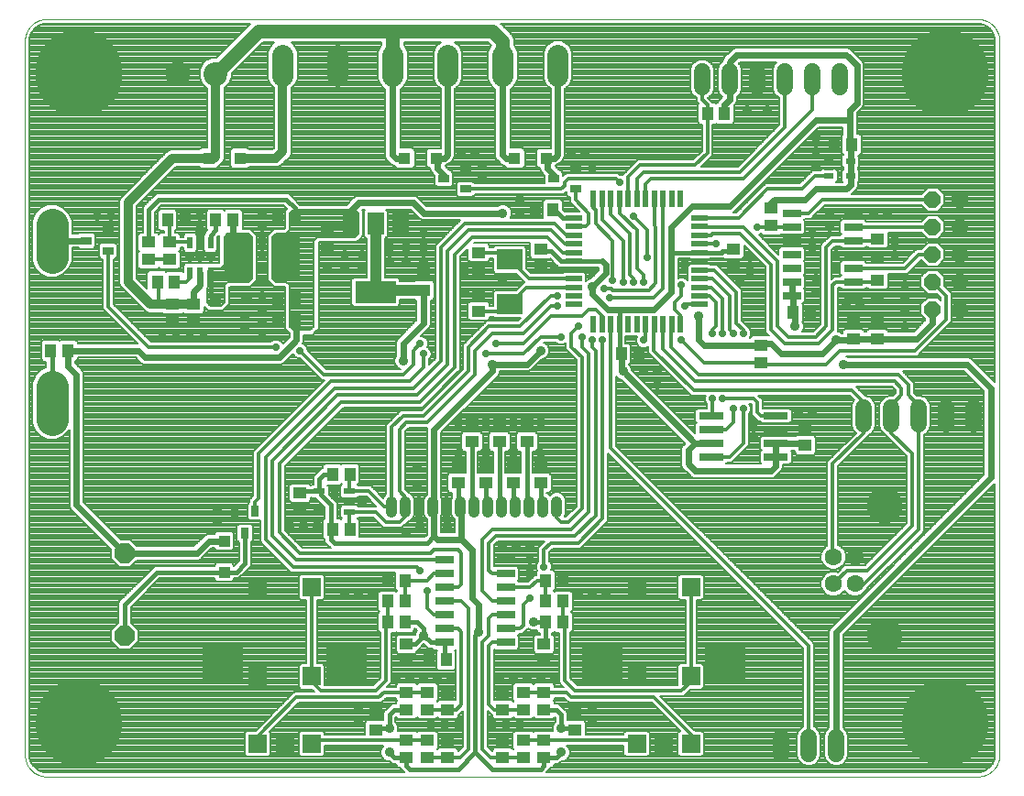
<source format=gtl>
G75*
%MOIN*%
%OFA0B0*%
%FSLAX25Y25*%
%IPPOS*%
%LPD*%
%AMOC8*
5,1,8,0,0,1.08239X$1,22.5*
%
%ADD10C,0.00400*%
%ADD11R,0.06693X0.06693*%
%ADD12R,0.14961X0.14961*%
%ADD13R,0.06890X0.02756*%
%ADD14R,0.05118X0.04331*%
%ADD15R,0.04331X0.05118*%
%ADD16C,0.06299*%
%ADD17C,0.13055*%
%ADD18C,0.05906*%
%ADD19R,0.09449X0.07480*%
%ADD20R,0.04331X0.02362*%
%ADD21C,0.03962*%
%ADD22C,0.11811*%
%ADD23R,0.05906X0.07874*%
%ADD24R,0.14961X0.07874*%
%ADD25OC8,0.05906*%
%ADD26R,0.03543X0.02362*%
%ADD27R,0.03543X0.01575*%
%ADD28OC8,0.07087*%
%ADD29R,0.09843X0.15748*%
%ADD30C,0.07677*%
%ADD31R,0.02362X0.04331*%
%ADD32R,0.04331X0.04331*%
%ADD33C,0.08661*%
%ADD34OC8,0.08661*%
%ADD35R,0.05906X0.01969*%
%ADD36R,0.01969X0.05906*%
%ADD37R,0.08858X0.02756*%
%ADD38R,0.03937X0.03150*%
%ADD39R,0.03150X0.03937*%
%ADD40C,0.31496*%
%ADD41C,0.00787*%
%ADD42C,0.03562*%
%ADD43C,0.02400*%
%ADD44C,0.01600*%
%ADD45C,0.01200*%
%ADD46C,0.00800*%
%ADD47C,0.02775*%
%ADD48C,0.04000*%
%ADD49C,0.03200*%
%ADD50C,0.05000*%
D10*
X0032280Y0087909D02*
X0370863Y0087909D01*
X0371053Y0087911D01*
X0371243Y0087918D01*
X0371433Y0087930D01*
X0371623Y0087946D01*
X0371812Y0087966D01*
X0372001Y0087992D01*
X0372189Y0088021D01*
X0372376Y0088056D01*
X0372562Y0088095D01*
X0372747Y0088138D01*
X0372932Y0088186D01*
X0373115Y0088238D01*
X0373296Y0088294D01*
X0373476Y0088355D01*
X0373655Y0088421D01*
X0373832Y0088490D01*
X0374008Y0088564D01*
X0374181Y0088642D01*
X0374353Y0088725D01*
X0374522Y0088811D01*
X0374690Y0088901D01*
X0374855Y0088996D01*
X0375018Y0089094D01*
X0375178Y0089197D01*
X0375336Y0089303D01*
X0375491Y0089413D01*
X0375644Y0089526D01*
X0375794Y0089644D01*
X0375940Y0089765D01*
X0376084Y0089889D01*
X0376225Y0090017D01*
X0376363Y0090148D01*
X0376498Y0090283D01*
X0376629Y0090421D01*
X0376757Y0090562D01*
X0376881Y0090706D01*
X0377002Y0090852D01*
X0377120Y0091002D01*
X0377233Y0091155D01*
X0377343Y0091310D01*
X0377449Y0091468D01*
X0377552Y0091628D01*
X0377650Y0091791D01*
X0377745Y0091956D01*
X0377835Y0092124D01*
X0377921Y0092293D01*
X0378004Y0092465D01*
X0378082Y0092638D01*
X0378156Y0092814D01*
X0378225Y0092991D01*
X0378291Y0093170D01*
X0378352Y0093350D01*
X0378408Y0093531D01*
X0378460Y0093714D01*
X0378508Y0093899D01*
X0378551Y0094084D01*
X0378590Y0094270D01*
X0378625Y0094457D01*
X0378654Y0094645D01*
X0378680Y0094834D01*
X0378700Y0095023D01*
X0378716Y0095213D01*
X0378728Y0095403D01*
X0378735Y0095593D01*
X0378737Y0095783D01*
X0378737Y0355626D01*
X0378735Y0355816D01*
X0378728Y0356006D01*
X0378716Y0356196D01*
X0378700Y0356386D01*
X0378680Y0356575D01*
X0378654Y0356764D01*
X0378625Y0356952D01*
X0378590Y0357139D01*
X0378551Y0357325D01*
X0378508Y0357510D01*
X0378460Y0357695D01*
X0378408Y0357878D01*
X0378352Y0358059D01*
X0378291Y0358239D01*
X0378225Y0358418D01*
X0378156Y0358595D01*
X0378082Y0358771D01*
X0378004Y0358944D01*
X0377921Y0359116D01*
X0377835Y0359285D01*
X0377745Y0359453D01*
X0377650Y0359618D01*
X0377552Y0359781D01*
X0377449Y0359941D01*
X0377343Y0360099D01*
X0377233Y0360254D01*
X0377120Y0360407D01*
X0377002Y0360557D01*
X0376881Y0360703D01*
X0376757Y0360847D01*
X0376629Y0360988D01*
X0376498Y0361126D01*
X0376363Y0361261D01*
X0376225Y0361392D01*
X0376084Y0361520D01*
X0375940Y0361644D01*
X0375794Y0361765D01*
X0375644Y0361883D01*
X0375491Y0361996D01*
X0375336Y0362106D01*
X0375178Y0362212D01*
X0375018Y0362315D01*
X0374855Y0362413D01*
X0374690Y0362508D01*
X0374522Y0362598D01*
X0374353Y0362684D01*
X0374181Y0362767D01*
X0374008Y0362845D01*
X0373832Y0362919D01*
X0373655Y0362988D01*
X0373476Y0363054D01*
X0373296Y0363115D01*
X0373115Y0363171D01*
X0372932Y0363223D01*
X0372747Y0363271D01*
X0372562Y0363314D01*
X0372376Y0363353D01*
X0372189Y0363388D01*
X0372001Y0363417D01*
X0371812Y0363443D01*
X0371623Y0363463D01*
X0371433Y0363479D01*
X0371243Y0363491D01*
X0371053Y0363498D01*
X0370863Y0363500D01*
X0032280Y0363500D01*
X0032090Y0363498D01*
X0031900Y0363491D01*
X0031710Y0363479D01*
X0031520Y0363463D01*
X0031331Y0363443D01*
X0031142Y0363417D01*
X0030954Y0363388D01*
X0030767Y0363353D01*
X0030581Y0363314D01*
X0030396Y0363271D01*
X0030211Y0363223D01*
X0030028Y0363171D01*
X0029847Y0363115D01*
X0029667Y0363054D01*
X0029488Y0362988D01*
X0029311Y0362919D01*
X0029135Y0362845D01*
X0028962Y0362767D01*
X0028790Y0362684D01*
X0028621Y0362598D01*
X0028453Y0362508D01*
X0028288Y0362413D01*
X0028125Y0362315D01*
X0027965Y0362212D01*
X0027807Y0362106D01*
X0027652Y0361996D01*
X0027499Y0361883D01*
X0027349Y0361765D01*
X0027203Y0361644D01*
X0027059Y0361520D01*
X0026918Y0361392D01*
X0026780Y0361261D01*
X0026645Y0361126D01*
X0026514Y0360988D01*
X0026386Y0360847D01*
X0026262Y0360703D01*
X0026141Y0360557D01*
X0026023Y0360407D01*
X0025910Y0360254D01*
X0025800Y0360099D01*
X0025694Y0359941D01*
X0025591Y0359781D01*
X0025493Y0359618D01*
X0025398Y0359453D01*
X0025308Y0359285D01*
X0025222Y0359116D01*
X0025139Y0358944D01*
X0025061Y0358771D01*
X0024987Y0358595D01*
X0024918Y0358418D01*
X0024852Y0358239D01*
X0024791Y0358059D01*
X0024735Y0357878D01*
X0024683Y0357695D01*
X0024635Y0357510D01*
X0024592Y0357325D01*
X0024553Y0357139D01*
X0024518Y0356952D01*
X0024489Y0356764D01*
X0024463Y0356575D01*
X0024443Y0356386D01*
X0024427Y0356196D01*
X0024415Y0356006D01*
X0024408Y0355816D01*
X0024406Y0355626D01*
X0024406Y0095783D01*
X0024408Y0095593D01*
X0024415Y0095403D01*
X0024427Y0095213D01*
X0024443Y0095023D01*
X0024463Y0094834D01*
X0024489Y0094645D01*
X0024518Y0094457D01*
X0024553Y0094270D01*
X0024592Y0094084D01*
X0024635Y0093899D01*
X0024683Y0093714D01*
X0024735Y0093531D01*
X0024791Y0093350D01*
X0024852Y0093170D01*
X0024918Y0092991D01*
X0024987Y0092814D01*
X0025061Y0092638D01*
X0025139Y0092465D01*
X0025222Y0092293D01*
X0025308Y0092124D01*
X0025398Y0091956D01*
X0025493Y0091791D01*
X0025591Y0091628D01*
X0025694Y0091468D01*
X0025800Y0091310D01*
X0025910Y0091155D01*
X0026023Y0091002D01*
X0026141Y0090852D01*
X0026262Y0090706D01*
X0026386Y0090562D01*
X0026514Y0090421D01*
X0026645Y0090283D01*
X0026780Y0090148D01*
X0026918Y0090017D01*
X0027059Y0089889D01*
X0027203Y0089765D01*
X0027349Y0089644D01*
X0027499Y0089526D01*
X0027652Y0089413D01*
X0027807Y0089303D01*
X0027965Y0089197D01*
X0028125Y0089094D01*
X0028288Y0088996D01*
X0028453Y0088901D01*
X0028621Y0088811D01*
X0028790Y0088725D01*
X0028962Y0088642D01*
X0029135Y0088564D01*
X0029311Y0088490D01*
X0029488Y0088421D01*
X0029667Y0088355D01*
X0029847Y0088294D01*
X0030028Y0088238D01*
X0030211Y0088186D01*
X0030396Y0088138D01*
X0030581Y0088095D01*
X0030767Y0088056D01*
X0030954Y0088021D01*
X0031142Y0087992D01*
X0031331Y0087966D01*
X0031520Y0087946D01*
X0031710Y0087930D01*
X0031900Y0087918D01*
X0032090Y0087911D01*
X0032280Y0087909D01*
D11*
X0109052Y0099720D03*
X0109052Y0099720D03*
X0118894Y0099720D03*
X0118894Y0099720D03*
X0128737Y0099720D03*
X0128737Y0099720D03*
X0128737Y0124327D03*
X0109052Y0124327D03*
X0109052Y0156807D03*
X0128737Y0156807D03*
X0246847Y0156807D03*
X0266532Y0156807D03*
X0266532Y0124327D03*
X0246847Y0124327D03*
X0246847Y0099720D03*
X0246847Y0099720D03*
X0256690Y0099720D03*
X0256690Y0099720D03*
X0266532Y0099720D03*
X0266532Y0099720D03*
D12*
X0279131Y0129248D03*
X0234249Y0129248D03*
X0141335Y0129248D03*
X0096453Y0129248D03*
D13*
X0177034Y0136659D03*
X0177034Y0141659D03*
X0177034Y0146659D03*
X0177034Y0151659D03*
X0177034Y0156659D03*
X0177034Y0161659D03*
X0177034Y0166659D03*
X0199278Y0166659D03*
X0199278Y0161659D03*
X0199278Y0156659D03*
X0199278Y0151659D03*
X0199278Y0146659D03*
X0199278Y0141659D03*
X0199278Y0136659D03*
X0303284Y0262909D03*
X0303284Y0267909D03*
X0303284Y0272909D03*
X0303284Y0277909D03*
X0303284Y0282909D03*
X0303284Y0287909D03*
X0303284Y0292909D03*
X0325528Y0292909D03*
X0325528Y0287909D03*
X0325528Y0282909D03*
X0325528Y0277909D03*
X0325528Y0272909D03*
X0325528Y0267909D03*
X0325528Y0262909D03*
D14*
X0334406Y0262260D03*
X0334406Y0268559D03*
X0334406Y0277260D03*
X0334406Y0283559D03*
X0334406Y0253559D03*
X0334406Y0247260D03*
X0325656Y0247260D03*
X0325656Y0253559D03*
X0291906Y0244809D03*
X0291906Y0238510D03*
X0308156Y0214809D03*
X0308156Y0208510D03*
X0281906Y0273510D03*
X0281906Y0279809D03*
X0295656Y0288510D03*
X0295656Y0294809D03*
X0211906Y0279809D03*
X0211906Y0273510D03*
X0189406Y0272260D03*
X0189406Y0278559D03*
X0189406Y0263559D03*
X0189406Y0257260D03*
X0169406Y0264760D03*
X0169406Y0271059D03*
X0134406Y0279760D03*
X0134406Y0286059D03*
X0085656Y0259809D03*
X0085656Y0253510D03*
X0078156Y0253510D03*
X0078156Y0259809D03*
X0076906Y0276010D03*
X0076906Y0282309D03*
X0069406Y0282309D03*
X0069406Y0276010D03*
X0124406Y0191059D03*
X0124406Y0184760D03*
X0181906Y0194760D03*
X0181906Y0201059D03*
X0186906Y0209760D03*
X0186906Y0216059D03*
X0196906Y0216059D03*
X0196906Y0209760D03*
X0206906Y0209760D03*
X0206906Y0216059D03*
X0201906Y0201059D03*
X0201906Y0194760D03*
X0191906Y0194760D03*
X0191906Y0201059D03*
X0211906Y0201059D03*
X0211906Y0194760D03*
X0213156Y0136059D03*
X0213156Y0129760D03*
X0213156Y0118559D03*
X0213156Y0112260D03*
X0205656Y0112260D03*
X0205656Y0118559D03*
X0198156Y0118559D03*
X0198156Y0112260D03*
X0198156Y0101059D03*
X0198156Y0094760D03*
X0205656Y0094760D03*
X0205656Y0101059D03*
X0213156Y0101059D03*
X0213156Y0094760D03*
X0224406Y0104760D03*
X0224406Y0111059D03*
X0178156Y0112260D03*
X0178156Y0118559D03*
X0170656Y0118559D03*
X0170656Y0112260D03*
X0163156Y0112260D03*
X0163156Y0118559D03*
X0163156Y0129760D03*
X0163156Y0136059D03*
X0151906Y0111059D03*
X0151906Y0104760D03*
X0163156Y0101059D03*
X0163156Y0094760D03*
X0170656Y0094760D03*
X0170656Y0101059D03*
X0178156Y0101059D03*
X0178156Y0094760D03*
D15*
X0177556Y0130409D03*
X0171257Y0130409D03*
X0162556Y0144159D03*
X0156257Y0144159D03*
X0156257Y0151659D03*
X0162556Y0151659D03*
X0162556Y0159159D03*
X0156257Y0159159D03*
X0142556Y0177909D03*
X0136257Y0177909D03*
X0136257Y0197909D03*
X0142556Y0197909D03*
X0122556Y0254159D03*
X0116257Y0254159D03*
X0116257Y0261659D03*
X0122556Y0261659D03*
X0122556Y0290409D03*
X0116257Y0290409D03*
X0100056Y0290409D03*
X0093757Y0290409D03*
X0082556Y0290409D03*
X0076257Y0290409D03*
X0078806Y0267909D03*
X0072507Y0267909D03*
X0040056Y0242909D03*
X0033757Y0242909D03*
X0210007Y0294159D03*
X0216306Y0294159D03*
X0272507Y0329159D03*
X0278806Y0329159D03*
X0318757Y0317909D03*
X0325056Y0317909D03*
X0310056Y0256659D03*
X0303757Y0256659D03*
X0247556Y0241659D03*
X0241257Y0241659D03*
X0220056Y0159159D03*
X0213757Y0159159D03*
X0213757Y0151659D03*
X0220056Y0151659D03*
X0220056Y0144159D03*
X0213757Y0144159D03*
D16*
X0318363Y0157988D03*
X0326237Y0157988D03*
X0326237Y0167831D03*
X0318363Y0167831D03*
D17*
X0336906Y0186610D03*
X0336906Y0139209D03*
D18*
X0319406Y0102112D02*
X0319406Y0096207D01*
X0309406Y0096207D02*
X0309406Y0102112D01*
X0299406Y0102112D02*
X0299406Y0096207D01*
X0329406Y0216207D02*
X0329406Y0222112D01*
X0339406Y0222112D02*
X0339406Y0216207D01*
X0349406Y0216207D02*
X0349406Y0222112D01*
X0359406Y0222112D02*
X0359406Y0216207D01*
X0369406Y0216207D02*
X0369406Y0222112D01*
X0320656Y0338707D02*
X0320656Y0344612D01*
X0310656Y0344612D02*
X0310656Y0338707D01*
X0300656Y0338707D02*
X0300656Y0344612D01*
X0290656Y0344612D02*
X0290656Y0338707D01*
X0280656Y0338707D02*
X0280656Y0344612D01*
X0270656Y0344612D02*
X0270656Y0338707D01*
D19*
X0200656Y0275980D03*
X0200656Y0259839D03*
D20*
X0142418Y0191650D03*
X0142418Y0187909D03*
X0142418Y0184169D03*
X0131394Y0184169D03*
X0131394Y0191650D03*
D21*
X0157792Y0187971D02*
X0157792Y0184009D01*
X0162792Y0184009D02*
X0162792Y0187971D01*
X0167792Y0187971D02*
X0167792Y0184009D01*
X0172792Y0184009D02*
X0172792Y0187971D01*
X0177792Y0187971D02*
X0177792Y0184009D01*
X0182792Y0184009D02*
X0182792Y0187971D01*
X0187792Y0187971D02*
X0187792Y0184009D01*
X0192792Y0184009D02*
X0192792Y0187971D01*
X0197792Y0187971D02*
X0197792Y0184009D01*
X0202792Y0184009D02*
X0202792Y0187971D01*
X0207792Y0187971D02*
X0207792Y0184009D01*
X0212792Y0184009D02*
X0212792Y0187971D01*
X0217792Y0187971D02*
X0217792Y0184009D01*
D22*
X0034249Y0217880D02*
X0034249Y0229691D01*
X0034249Y0276935D02*
X0034249Y0288746D01*
D23*
X0142851Y0289061D03*
X0151906Y0289061D03*
X0160961Y0289061D03*
D24*
X0151906Y0264258D03*
D25*
X0354406Y0267909D03*
X0354406Y0257909D03*
X0364406Y0257909D03*
X0364406Y0267909D03*
X0364406Y0277909D03*
X0354406Y0277909D03*
X0354406Y0287909D03*
X0364406Y0287909D03*
X0364406Y0297909D03*
X0354406Y0297909D03*
D26*
X0324593Y0306404D03*
X0324593Y0311915D03*
X0316719Y0311915D03*
X0316719Y0306404D03*
D27*
X0316719Y0309159D03*
D28*
X0060656Y0169159D03*
X0060656Y0139159D03*
D29*
X0101995Y0276659D03*
X0119318Y0276659D03*
D30*
X0118156Y0342821D02*
X0118156Y0350498D01*
X0138156Y0350498D02*
X0138156Y0342821D01*
X0158156Y0342821D02*
X0158156Y0350498D01*
X0178156Y0350498D02*
X0178156Y0342821D01*
X0198156Y0342821D02*
X0198156Y0350498D01*
X0218156Y0350498D02*
X0218156Y0342821D01*
D31*
X0091896Y0282171D03*
X0088156Y0282171D03*
X0084416Y0282171D03*
X0084416Y0271148D03*
X0088156Y0271148D03*
X0091896Y0271148D03*
D32*
X0093698Y0261659D03*
X0105115Y0261659D03*
X0102615Y0312909D03*
X0091198Y0312909D03*
X0162448Y0312909D03*
X0173865Y0312909D03*
X0202448Y0312909D03*
X0213865Y0312909D03*
X0096906Y0173618D03*
X0096906Y0162201D03*
D33*
X0093796Y0343638D03*
D34*
X0080016Y0343638D03*
D35*
X0224072Y0291157D03*
X0224072Y0288008D03*
X0224072Y0284858D03*
X0224072Y0281709D03*
X0224072Y0278559D03*
X0224072Y0275409D03*
X0224072Y0272260D03*
X0224072Y0269110D03*
X0224072Y0265961D03*
X0224072Y0262811D03*
X0224072Y0259661D03*
X0269741Y0259661D03*
X0269741Y0262811D03*
X0269741Y0265961D03*
X0269741Y0269110D03*
X0269741Y0272260D03*
X0269741Y0275409D03*
X0269741Y0278559D03*
X0269741Y0281709D03*
X0269741Y0284858D03*
X0269741Y0288008D03*
X0269741Y0291157D03*
D36*
X0262654Y0298244D03*
X0259505Y0298244D03*
X0256355Y0298244D03*
X0253205Y0298244D03*
X0250056Y0298244D03*
X0246906Y0298244D03*
X0243757Y0298244D03*
X0240607Y0298244D03*
X0237457Y0298244D03*
X0234308Y0298244D03*
X0231158Y0298244D03*
X0231158Y0252575D03*
X0234308Y0252575D03*
X0237457Y0252575D03*
X0240607Y0252575D03*
X0243757Y0252575D03*
X0246906Y0252575D03*
X0250056Y0252575D03*
X0253205Y0252575D03*
X0256355Y0252575D03*
X0259505Y0252575D03*
X0262654Y0252575D03*
D37*
X0273845Y0219159D03*
X0273845Y0214159D03*
X0273845Y0209159D03*
X0273845Y0204159D03*
X0297467Y0204159D03*
X0297467Y0209159D03*
X0297467Y0214159D03*
X0297467Y0219159D03*
D38*
X0224593Y0301669D03*
X0224593Y0309150D03*
X0216719Y0305409D03*
X0184593Y0301669D03*
X0184593Y0309150D03*
X0176719Y0305409D03*
X0054593Y0286650D03*
X0054593Y0279169D03*
X0046719Y0282909D03*
D39*
X0100666Y0184346D03*
X0108146Y0184346D03*
X0104406Y0176472D03*
D40*
X0044091Y0107594D03*
X0044091Y0343815D03*
X0359052Y0343815D03*
X0359052Y0107594D03*
D41*
X0377143Y0107557D02*
X0322000Y0107557D01*
X0322000Y0106771D02*
X0377143Y0106771D01*
X0377143Y0105985D02*
X0322000Y0105985D01*
X0322000Y0105665D02*
X0322000Y0139335D01*
X0377125Y0194461D01*
X0377143Y0194478D01*
X0377143Y0095783D01*
X0377066Y0094801D01*
X0376459Y0092932D01*
X0375304Y0091343D01*
X0373714Y0090188D01*
X0371845Y0089580D01*
X0370863Y0089503D01*
X0214102Y0089503D01*
X0215350Y0090751D01*
X0215350Y0091201D01*
X0216293Y0091201D01*
X0217109Y0092017D01*
X0217109Y0092566D01*
X0218415Y0092566D01*
X0219334Y0093485D01*
X0220038Y0093485D01*
X0221205Y0093968D01*
X0222098Y0094861D01*
X0222581Y0096028D01*
X0222581Y0097291D01*
X0222098Y0098458D01*
X0221490Y0099065D01*
X0242107Y0099065D01*
X0242107Y0095797D01*
X0242923Y0094980D01*
X0250771Y0094980D01*
X0251587Y0095797D01*
X0251587Y0103644D01*
X0250771Y0104461D01*
X0242923Y0104461D01*
X0242107Y0103644D01*
X0242107Y0103053D01*
X0228359Y0103053D01*
X0228359Y0107502D01*
X0227543Y0108319D01*
X0221600Y0108319D01*
X0221600Y0111318D01*
X0220315Y0112603D01*
X0220315Y0112603D01*
X0219749Y0113168D01*
X0219749Y0113169D01*
X0218464Y0114454D01*
X0217109Y0114454D01*
X0217109Y0115002D01*
X0216702Y0115409D01*
X0217109Y0115816D01*
X0217109Y0116565D01*
X0220431Y0116565D01*
X0221162Y0115834D01*
X0222330Y0114666D01*
X0252330Y0114666D01*
X0262572Y0104424D01*
X0261792Y0103644D01*
X0261792Y0095797D01*
X0262608Y0094980D01*
X0270456Y0094980D01*
X0271272Y0095797D01*
X0271272Y0103644D01*
X0270456Y0104461D01*
X0268174Y0104461D01*
X0267358Y0105277D01*
X0255469Y0117166D01*
X0263982Y0117166D01*
X0266403Y0119587D01*
X0270456Y0119587D01*
X0271272Y0120403D01*
X0271272Y0128251D01*
X0270456Y0129067D01*
X0268526Y0129067D01*
X0268526Y0152067D01*
X0270456Y0152067D01*
X0271272Y0152883D01*
X0271272Y0160731D01*
X0270456Y0161547D01*
X0262608Y0161547D01*
X0261792Y0160731D01*
X0261792Y0152883D01*
X0262608Y0152067D01*
X0264538Y0152067D01*
X0264538Y0129067D01*
X0262608Y0129067D01*
X0261792Y0128251D01*
X0261792Y0121153D01*
X0225232Y0121153D01*
X0222650Y0123735D01*
X0222650Y0140207D01*
X0222798Y0140207D01*
X0223615Y0141023D01*
X0223615Y0147296D01*
X0223001Y0147909D01*
X0223615Y0148523D01*
X0223615Y0154796D01*
X0222798Y0155612D01*
X0217313Y0155612D01*
X0216906Y0155205D01*
X0216702Y0155409D01*
X0217316Y0156023D01*
X0217316Y0162296D01*
X0216499Y0163112D01*
X0215733Y0163112D01*
X0215937Y0163606D01*
X0215937Y0164713D01*
X0215514Y0165735D01*
X0215150Y0166099D01*
X0215150Y0169584D01*
X0216482Y0170916D01*
X0226482Y0170916D01*
X0236400Y0180834D01*
X0236400Y0205596D01*
X0307412Y0134584D01*
X0307412Y0105991D01*
X0306944Y0105797D01*
X0305721Y0104574D01*
X0305060Y0102977D01*
X0305060Y0095342D01*
X0305721Y0093745D01*
X0306944Y0092522D01*
X0308542Y0091860D01*
X0310271Y0091860D01*
X0311868Y0092522D01*
X0313091Y0093745D01*
X0313753Y0095342D01*
X0313753Y0102977D01*
X0313091Y0104574D01*
X0311868Y0105797D01*
X0311400Y0105991D01*
X0311400Y0136235D01*
X0310232Y0137403D01*
X0239451Y0208184D01*
X0239451Y0233375D01*
X0240108Y0232718D01*
X0241275Y0232235D01*
X0241413Y0232235D01*
X0264488Y0209159D01*
X0264187Y0208858D01*
X0263457Y0208129D01*
X0263062Y0207175D01*
X0263062Y0201144D01*
X0263457Y0200190D01*
X0265957Y0197690D01*
X0266687Y0196961D01*
X0267640Y0196566D01*
X0296172Y0196566D01*
X0297125Y0196961D01*
X0298936Y0198772D01*
X0299666Y0199501D01*
X0300061Y0200455D01*
X0300061Y0201388D01*
X0302474Y0201388D01*
X0303290Y0202204D01*
X0303290Y0206115D01*
X0302839Y0206566D01*
X0304203Y0206566D01*
X0304203Y0205767D01*
X0305020Y0204951D01*
X0311293Y0204951D01*
X0312109Y0205767D01*
X0312109Y0211252D01*
X0311293Y0212069D01*
X0305020Y0212069D01*
X0304704Y0211753D01*
X0302652Y0211753D01*
X0302474Y0211931D01*
X0292461Y0211931D01*
X0291644Y0211115D01*
X0291644Y0207204D01*
X0292189Y0206659D01*
X0291644Y0206115D01*
X0291644Y0202204D01*
X0292095Y0201753D01*
X0279217Y0201753D01*
X0279630Y0202166D01*
X0281482Y0202166D01*
X0286482Y0207166D01*
X0287650Y0208334D01*
X0287650Y0219720D01*
X0288014Y0220084D01*
X0288437Y0221106D01*
X0288437Y0222213D01*
X0288014Y0223235D01*
X0287833Y0223416D01*
X0288580Y0223416D01*
X0288662Y0223334D01*
X0288662Y0219584D01*
X0289830Y0218416D01*
X0291080Y0217166D01*
X0291683Y0217166D01*
X0292461Y0216388D01*
X0302474Y0216388D01*
X0303290Y0217204D01*
X0303290Y0221115D01*
X0302474Y0221931D01*
X0292650Y0221931D01*
X0292650Y0224985D01*
X0291400Y0226235D01*
X0291094Y0226541D01*
X0324205Y0226541D01*
X0325947Y0224799D01*
X0325721Y0224574D01*
X0325060Y0222977D01*
X0325060Y0215342D01*
X0325721Y0213745D01*
X0326572Y0212894D01*
X0317330Y0203653D01*
X0316162Y0202485D01*
X0316162Y0171837D01*
X0315789Y0171682D01*
X0314511Y0170404D01*
X0313820Y0168734D01*
X0313820Y0166927D01*
X0314511Y0165257D01*
X0315789Y0163979D01*
X0317459Y0163287D01*
X0319267Y0163287D01*
X0320936Y0163979D01*
X0322214Y0165257D01*
X0322906Y0166927D01*
X0322906Y0168734D01*
X0322214Y0170404D01*
X0320936Y0171682D01*
X0320150Y0172008D01*
X0320150Y0200834D01*
X0331400Y0212084D01*
X0337412Y0212084D01*
X0344912Y0204584D01*
X0344912Y0179985D01*
X0329830Y0164903D01*
X0322458Y0164903D01*
X0319846Y0162291D01*
X0319267Y0162531D01*
X0317459Y0162531D01*
X0315789Y0161840D01*
X0314511Y0160562D01*
X0313820Y0158892D01*
X0313820Y0157084D01*
X0314511Y0155415D01*
X0315789Y0154137D01*
X0317459Y0153445D01*
X0319267Y0153445D01*
X0320936Y0154137D01*
X0322214Y0155415D01*
X0322300Y0155621D01*
X0322385Y0155415D01*
X0323663Y0154137D01*
X0325333Y0153445D01*
X0327141Y0153445D01*
X0328810Y0154137D01*
X0330088Y0155415D01*
X0330341Y0156025D01*
X0350232Y0175916D01*
X0351400Y0177084D01*
X0351400Y0212328D01*
X0351868Y0212522D01*
X0353091Y0213745D01*
X0353753Y0215342D01*
X0353753Y0222977D01*
X0353091Y0224574D01*
X0351868Y0225797D01*
X0350271Y0226459D01*
X0348676Y0226459D01*
X0347650Y0227485D01*
X0347650Y0231235D01*
X0346482Y0232403D01*
X0343569Y0235316D01*
X0365832Y0235316D01*
X0373062Y0228085D01*
X0373062Y0197734D01*
X0317207Y0141879D01*
X0316812Y0140925D01*
X0316812Y0105665D01*
X0315721Y0104574D01*
X0315060Y0102977D01*
X0315060Y0095342D01*
X0315721Y0093745D01*
X0316944Y0092522D01*
X0318542Y0091860D01*
X0320271Y0091860D01*
X0321868Y0092522D01*
X0323091Y0093745D01*
X0323753Y0095342D01*
X0323753Y0102977D01*
X0323091Y0104574D01*
X0322000Y0105665D01*
X0322466Y0105200D02*
X0377143Y0105200D01*
X0377143Y0104414D02*
X0323157Y0104414D01*
X0323483Y0103628D02*
X0377143Y0103628D01*
X0377143Y0102842D02*
X0323753Y0102842D01*
X0323753Y0102056D02*
X0377143Y0102056D01*
X0377143Y0101270D02*
X0323753Y0101270D01*
X0323753Y0100484D02*
X0377143Y0100484D01*
X0377143Y0099698D02*
X0323753Y0099698D01*
X0323753Y0098912D02*
X0377143Y0098912D01*
X0377143Y0098126D02*
X0323753Y0098126D01*
X0323753Y0097340D02*
X0377143Y0097340D01*
X0377143Y0096554D02*
X0323753Y0096554D01*
X0323753Y0095769D02*
X0377142Y0095769D01*
X0377080Y0094983D02*
X0323604Y0094983D01*
X0323278Y0094197D02*
X0376870Y0094197D01*
X0376614Y0093411D02*
X0322757Y0093411D01*
X0321971Y0092625D02*
X0376235Y0092625D01*
X0375664Y0091839D02*
X0216931Y0091839D01*
X0218474Y0092625D02*
X0306841Y0092625D01*
X0306055Y0093411D02*
X0219260Y0093411D01*
X0221433Y0094197D02*
X0305534Y0094197D01*
X0305209Y0094983D02*
X0270458Y0094983D01*
X0271244Y0095769D02*
X0305060Y0095769D01*
X0305060Y0096554D02*
X0271272Y0096554D01*
X0271272Y0097340D02*
X0305060Y0097340D01*
X0305060Y0098126D02*
X0271272Y0098126D01*
X0271272Y0098912D02*
X0305060Y0098912D01*
X0305060Y0099698D02*
X0271272Y0099698D01*
X0271272Y0100484D02*
X0305060Y0100484D01*
X0305060Y0101270D02*
X0271272Y0101270D01*
X0271272Y0102056D02*
X0305060Y0102056D01*
X0305060Y0102842D02*
X0271272Y0102842D01*
X0271272Y0103628D02*
X0305329Y0103628D01*
X0305655Y0104414D02*
X0270503Y0104414D01*
X0267436Y0105200D02*
X0306347Y0105200D01*
X0307399Y0105985D02*
X0266650Y0105985D01*
X0265864Y0106771D02*
X0307412Y0106771D01*
X0307412Y0107557D02*
X0265078Y0107557D01*
X0264292Y0108343D02*
X0307412Y0108343D01*
X0307412Y0109129D02*
X0263506Y0109129D01*
X0262720Y0109915D02*
X0307412Y0109915D01*
X0307412Y0110701D02*
X0261934Y0110701D01*
X0261148Y0111487D02*
X0307412Y0111487D01*
X0307412Y0112273D02*
X0260362Y0112273D01*
X0259576Y0113059D02*
X0307412Y0113059D01*
X0307412Y0113845D02*
X0258791Y0113845D01*
X0258005Y0114630D02*
X0307412Y0114630D01*
X0307412Y0115416D02*
X0257219Y0115416D01*
X0256433Y0116202D02*
X0307412Y0116202D01*
X0307412Y0116988D02*
X0255647Y0116988D01*
X0253152Y0113845D02*
X0219073Y0113845D01*
X0219859Y0113059D02*
X0253937Y0113059D01*
X0254723Y0112273D02*
X0220645Y0112273D01*
X0221431Y0111487D02*
X0255509Y0111487D01*
X0256295Y0110701D02*
X0221600Y0110701D01*
X0221600Y0109915D02*
X0257081Y0109915D01*
X0257867Y0109129D02*
X0221600Y0109129D01*
X0221600Y0108343D02*
X0258653Y0108343D01*
X0259439Y0107557D02*
X0228304Y0107557D01*
X0228359Y0106771D02*
X0260225Y0106771D01*
X0261011Y0105985D02*
X0228359Y0105985D01*
X0228359Y0105200D02*
X0261797Y0105200D01*
X0262561Y0104414D02*
X0250818Y0104414D01*
X0251587Y0103628D02*
X0261792Y0103628D01*
X0261792Y0102842D02*
X0251587Y0102842D01*
X0251587Y0102056D02*
X0261792Y0102056D01*
X0261792Y0101270D02*
X0251587Y0101270D01*
X0251587Y0100484D02*
X0261792Y0100484D01*
X0261792Y0099698D02*
X0251587Y0099698D01*
X0251587Y0098912D02*
X0261792Y0098912D01*
X0261792Y0098126D02*
X0251587Y0098126D01*
X0251587Y0097340D02*
X0261792Y0097340D01*
X0261792Y0096554D02*
X0251587Y0096554D01*
X0251559Y0095769D02*
X0261820Y0095769D01*
X0262606Y0094983D02*
X0250773Y0094983D01*
X0242921Y0094983D02*
X0222148Y0094983D01*
X0222474Y0095769D02*
X0242135Y0095769D01*
X0242107Y0096554D02*
X0222581Y0096554D01*
X0222560Y0097340D02*
X0242107Y0097340D01*
X0242107Y0098126D02*
X0222235Y0098126D01*
X0221643Y0098912D02*
X0242107Y0098912D01*
X0242107Y0103628D02*
X0228359Y0103628D01*
X0228359Y0104414D02*
X0242876Y0104414D01*
X0252366Y0114630D02*
X0217109Y0114630D01*
X0216709Y0115416D02*
X0221580Y0115416D01*
X0220794Y0116202D02*
X0217109Y0116202D01*
X0217109Y0120553D02*
X0217109Y0121302D01*
X0216293Y0122118D01*
X0210020Y0122118D01*
X0209406Y0121504D01*
X0208793Y0122118D01*
X0202520Y0122118D01*
X0201703Y0121302D01*
X0201703Y0115816D01*
X0202110Y0115409D01*
X0201906Y0115205D01*
X0201293Y0115819D01*
X0195150Y0115819D01*
X0195150Y0133994D01*
X0195256Y0133888D01*
X0203300Y0133888D01*
X0204117Y0134704D01*
X0204117Y0138615D01*
X0203572Y0139159D01*
X0204078Y0139666D01*
X0205232Y0139666D01*
X0206482Y0140916D01*
X0207321Y0141755D01*
X0207608Y0141468D01*
X0208775Y0140985D01*
X0210038Y0140985D01*
X0210198Y0141051D01*
X0210198Y0141023D01*
X0211014Y0140207D01*
X0211563Y0140207D01*
X0211563Y0139618D01*
X0210020Y0139618D01*
X0209203Y0138802D01*
X0209203Y0133316D01*
X0210020Y0132500D01*
X0216293Y0132500D01*
X0217109Y0133316D01*
X0217109Y0138802D01*
X0216293Y0139618D01*
X0215950Y0139618D01*
X0215950Y0140207D01*
X0216499Y0140207D01*
X0216906Y0140614D01*
X0217313Y0140207D01*
X0218662Y0140207D01*
X0218662Y0122084D01*
X0219830Y0120916D01*
X0219830Y0120916D01*
X0220193Y0120553D01*
X0217109Y0120553D01*
X0217109Y0120918D02*
X0219828Y0120918D01*
X0219042Y0121704D02*
X0216707Y0121704D01*
X0218662Y0122490D02*
X0195150Y0122490D01*
X0195150Y0123276D02*
X0218662Y0123276D01*
X0218662Y0124061D02*
X0195150Y0124061D01*
X0195150Y0124847D02*
X0218662Y0124847D01*
X0218662Y0125633D02*
X0195150Y0125633D01*
X0195150Y0126419D02*
X0218662Y0126419D01*
X0218662Y0127205D02*
X0195150Y0127205D01*
X0195150Y0127991D02*
X0218662Y0127991D01*
X0218662Y0128777D02*
X0195150Y0128777D01*
X0195150Y0129563D02*
X0218662Y0129563D01*
X0218662Y0130349D02*
X0195150Y0130349D01*
X0195150Y0131135D02*
X0218662Y0131135D01*
X0218662Y0131921D02*
X0195150Y0131921D01*
X0195150Y0132706D02*
X0209813Y0132706D01*
X0209203Y0133492D02*
X0195150Y0133492D01*
X0203691Y0134278D02*
X0209203Y0134278D01*
X0209203Y0135064D02*
X0204117Y0135064D01*
X0204117Y0135850D02*
X0209203Y0135850D01*
X0209203Y0136636D02*
X0204117Y0136636D01*
X0204117Y0137422D02*
X0209203Y0137422D01*
X0209203Y0138208D02*
X0204117Y0138208D01*
X0203738Y0138994D02*
X0209395Y0138994D01*
X0210655Y0140566D02*
X0206132Y0140566D01*
X0206918Y0141352D02*
X0207889Y0141352D01*
X0205346Y0139780D02*
X0211563Y0139780D01*
X0215950Y0139780D02*
X0218662Y0139780D01*
X0218662Y0138994D02*
X0216917Y0138994D01*
X0217109Y0138208D02*
X0218662Y0138208D01*
X0218662Y0137422D02*
X0217109Y0137422D01*
X0217109Y0136636D02*
X0218662Y0136636D01*
X0218662Y0135850D02*
X0217109Y0135850D01*
X0217109Y0135064D02*
X0218662Y0135064D01*
X0218662Y0134278D02*
X0217109Y0134278D01*
X0217109Y0133492D02*
X0218662Y0133492D01*
X0218662Y0132706D02*
X0216499Y0132706D01*
X0222650Y0132706D02*
X0264538Y0132706D01*
X0264538Y0131921D02*
X0222650Y0131921D01*
X0222650Y0131135D02*
X0264538Y0131135D01*
X0264538Y0130349D02*
X0222650Y0130349D01*
X0222650Y0129563D02*
X0264538Y0129563D01*
X0262318Y0128777D02*
X0222650Y0128777D01*
X0222650Y0127991D02*
X0261792Y0127991D01*
X0261792Y0127205D02*
X0222650Y0127205D01*
X0222650Y0126419D02*
X0261792Y0126419D01*
X0261792Y0125633D02*
X0222650Y0125633D01*
X0222650Y0124847D02*
X0261792Y0124847D01*
X0261792Y0124061D02*
X0222650Y0124061D01*
X0223110Y0123276D02*
X0261792Y0123276D01*
X0261792Y0122490D02*
X0223895Y0122490D01*
X0224681Y0121704D02*
X0261792Y0121704D01*
X0265376Y0118560D02*
X0307412Y0118560D01*
X0307412Y0117774D02*
X0264590Y0117774D01*
X0266162Y0119346D02*
X0307412Y0119346D01*
X0307412Y0120132D02*
X0271001Y0120132D01*
X0271272Y0120918D02*
X0307412Y0120918D01*
X0307412Y0121704D02*
X0271272Y0121704D01*
X0271272Y0122490D02*
X0307412Y0122490D01*
X0307412Y0123276D02*
X0271272Y0123276D01*
X0271272Y0124061D02*
X0307412Y0124061D01*
X0307412Y0124847D02*
X0271272Y0124847D01*
X0271272Y0125633D02*
X0307412Y0125633D01*
X0307412Y0126419D02*
X0271272Y0126419D01*
X0271272Y0127205D02*
X0307412Y0127205D01*
X0307412Y0127991D02*
X0271272Y0127991D01*
X0270746Y0128777D02*
X0307412Y0128777D01*
X0307412Y0129563D02*
X0268526Y0129563D01*
X0268526Y0130349D02*
X0307412Y0130349D01*
X0307412Y0131135D02*
X0268526Y0131135D01*
X0268526Y0131921D02*
X0307412Y0131921D01*
X0307412Y0132706D02*
X0268526Y0132706D01*
X0268526Y0133492D02*
X0307412Y0133492D01*
X0307412Y0134278D02*
X0268526Y0134278D01*
X0268526Y0135064D02*
X0306932Y0135064D01*
X0306146Y0135850D02*
X0268526Y0135850D01*
X0268526Y0136636D02*
X0305360Y0136636D01*
X0304574Y0137422D02*
X0268526Y0137422D01*
X0268526Y0138208D02*
X0303788Y0138208D01*
X0303002Y0138994D02*
X0268526Y0138994D01*
X0268526Y0139780D02*
X0302216Y0139780D01*
X0301430Y0140566D02*
X0268526Y0140566D01*
X0268526Y0141352D02*
X0300645Y0141352D01*
X0299859Y0142137D02*
X0268526Y0142137D01*
X0268526Y0142923D02*
X0299073Y0142923D01*
X0298287Y0143709D02*
X0268526Y0143709D01*
X0268526Y0144495D02*
X0297501Y0144495D01*
X0296715Y0145281D02*
X0268526Y0145281D01*
X0268526Y0146067D02*
X0295929Y0146067D01*
X0295143Y0146853D02*
X0268526Y0146853D01*
X0268526Y0147639D02*
X0294357Y0147639D01*
X0293571Y0148425D02*
X0268526Y0148425D01*
X0268526Y0149211D02*
X0292785Y0149211D01*
X0292000Y0149997D02*
X0268526Y0149997D01*
X0268526Y0150782D02*
X0291214Y0150782D01*
X0290428Y0151568D02*
X0268526Y0151568D01*
X0270743Y0152354D02*
X0289642Y0152354D01*
X0288856Y0153140D02*
X0271272Y0153140D01*
X0271272Y0153926D02*
X0288070Y0153926D01*
X0287284Y0154712D02*
X0271272Y0154712D01*
X0271272Y0155498D02*
X0286498Y0155498D01*
X0285712Y0156284D02*
X0271272Y0156284D01*
X0271272Y0157070D02*
X0284926Y0157070D01*
X0284140Y0157856D02*
X0271272Y0157856D01*
X0271272Y0158642D02*
X0283354Y0158642D01*
X0282569Y0159428D02*
X0271272Y0159428D01*
X0271272Y0160213D02*
X0281783Y0160213D01*
X0280997Y0160999D02*
X0271004Y0160999D01*
X0276281Y0165715D02*
X0215522Y0165715D01*
X0215848Y0164929D02*
X0277067Y0164929D01*
X0277853Y0164143D02*
X0215937Y0164143D01*
X0215834Y0163357D02*
X0278639Y0163357D01*
X0279425Y0162571D02*
X0217040Y0162571D01*
X0217316Y0161785D02*
X0280211Y0161785D01*
X0282706Y0164929D02*
X0314839Y0164929D01*
X0314322Y0165715D02*
X0281920Y0165715D01*
X0281134Y0166501D02*
X0313996Y0166501D01*
X0313820Y0167287D02*
X0280348Y0167287D01*
X0279563Y0168073D02*
X0313820Y0168073D01*
X0313871Y0168858D02*
X0278777Y0168858D01*
X0277991Y0169644D02*
X0314196Y0169644D01*
X0314537Y0170430D02*
X0277205Y0170430D01*
X0276419Y0171216D02*
X0315323Y0171216D01*
X0316162Y0172002D02*
X0275633Y0172002D01*
X0274847Y0172788D02*
X0316162Y0172788D01*
X0316162Y0173574D02*
X0274061Y0173574D01*
X0273275Y0174360D02*
X0316162Y0174360D01*
X0316162Y0175146D02*
X0272489Y0175146D01*
X0271703Y0175932D02*
X0316162Y0175932D01*
X0316162Y0176718D02*
X0270918Y0176718D01*
X0270132Y0177504D02*
X0316162Y0177504D01*
X0316162Y0178289D02*
X0269346Y0178289D01*
X0268560Y0179075D02*
X0316162Y0179075D01*
X0316162Y0179861D02*
X0267774Y0179861D01*
X0266988Y0180647D02*
X0316162Y0180647D01*
X0316162Y0181433D02*
X0266202Y0181433D01*
X0265416Y0182219D02*
X0316162Y0182219D01*
X0316162Y0183005D02*
X0264630Y0183005D01*
X0263844Y0183791D02*
X0316162Y0183791D01*
X0316162Y0184577D02*
X0263058Y0184577D01*
X0262272Y0185363D02*
X0316162Y0185363D01*
X0316162Y0186149D02*
X0261487Y0186149D01*
X0260701Y0186934D02*
X0316162Y0186934D01*
X0316162Y0187720D02*
X0259915Y0187720D01*
X0259129Y0188506D02*
X0316162Y0188506D01*
X0316162Y0189292D02*
X0258343Y0189292D01*
X0257557Y0190078D02*
X0316162Y0190078D01*
X0316162Y0190864D02*
X0256771Y0190864D01*
X0255985Y0191650D02*
X0316162Y0191650D01*
X0316162Y0192436D02*
X0255199Y0192436D01*
X0254413Y0193222D02*
X0316162Y0193222D01*
X0316162Y0194008D02*
X0253627Y0194008D01*
X0252842Y0194794D02*
X0316162Y0194794D01*
X0316162Y0195580D02*
X0252056Y0195580D01*
X0251270Y0196365D02*
X0316162Y0196365D01*
X0316162Y0197151D02*
X0297316Y0197151D01*
X0298102Y0197937D02*
X0316162Y0197937D01*
X0316162Y0198723D02*
X0298888Y0198723D01*
X0299669Y0199509D02*
X0316162Y0199509D01*
X0316162Y0200295D02*
X0299995Y0200295D01*
X0300061Y0201081D02*
X0316162Y0201081D01*
X0316162Y0201867D02*
X0302953Y0201867D01*
X0303290Y0202653D02*
X0316330Y0202653D01*
X0317116Y0203439D02*
X0303290Y0203439D01*
X0303290Y0204225D02*
X0317902Y0204225D01*
X0318688Y0205010D02*
X0311352Y0205010D01*
X0312109Y0205796D02*
X0319474Y0205796D01*
X0320260Y0206582D02*
X0312109Y0206582D01*
X0312109Y0207368D02*
X0321045Y0207368D01*
X0321831Y0208154D02*
X0312109Y0208154D01*
X0312109Y0208940D02*
X0322617Y0208940D01*
X0323403Y0209726D02*
X0312109Y0209726D01*
X0312109Y0210512D02*
X0324189Y0210512D01*
X0324975Y0211298D02*
X0312064Y0211298D01*
X0304960Y0205010D02*
X0303290Y0205010D01*
X0303290Y0205796D02*
X0304203Y0205796D01*
X0302885Y0216799D02*
X0325060Y0216799D01*
X0325060Y0216013D02*
X0287650Y0216013D01*
X0287650Y0215227D02*
X0325107Y0215227D01*
X0325433Y0214441D02*
X0287650Y0214441D01*
X0287650Y0213656D02*
X0325811Y0213656D01*
X0326547Y0212870D02*
X0287650Y0212870D01*
X0287650Y0212084D02*
X0325761Y0212084D01*
X0328256Y0208940D02*
X0340556Y0208940D01*
X0339770Y0209726D02*
X0329042Y0209726D01*
X0329828Y0210512D02*
X0338984Y0210512D01*
X0338198Y0211298D02*
X0330614Y0211298D01*
X0331400Y0212084D02*
X0331400Y0212328D01*
X0331868Y0212522D01*
X0333091Y0213745D01*
X0333753Y0215342D01*
X0333753Y0222977D01*
X0333091Y0224574D01*
X0331868Y0225797D01*
X0330271Y0226459D01*
X0329926Y0226459D01*
X0327025Y0229360D01*
X0327025Y0229360D01*
X0326719Y0229666D01*
X0339830Y0229666D01*
X0341162Y0228334D01*
X0341162Y0227485D01*
X0340136Y0226459D01*
X0338542Y0226459D01*
X0336944Y0225797D01*
X0335721Y0224574D01*
X0335060Y0222977D01*
X0335060Y0215342D01*
X0335721Y0213745D01*
X0336944Y0212522D01*
X0337412Y0212328D01*
X0337412Y0212084D01*
X0336596Y0212870D02*
X0332216Y0212870D01*
X0333002Y0213656D02*
X0335811Y0213656D01*
X0335433Y0214441D02*
X0333380Y0214441D01*
X0333705Y0215227D02*
X0335107Y0215227D01*
X0335060Y0216013D02*
X0333753Y0216013D01*
X0333753Y0216799D02*
X0335060Y0216799D01*
X0335060Y0217585D02*
X0333753Y0217585D01*
X0333753Y0218371D02*
X0335060Y0218371D01*
X0335060Y0219157D02*
X0333753Y0219157D01*
X0333753Y0219943D02*
X0335060Y0219943D01*
X0335060Y0220729D02*
X0333753Y0220729D01*
X0333753Y0221515D02*
X0335060Y0221515D01*
X0335060Y0222301D02*
X0333753Y0222301D01*
X0333707Y0223086D02*
X0335105Y0223086D01*
X0335431Y0223872D02*
X0333382Y0223872D01*
X0333007Y0224658D02*
X0335805Y0224658D01*
X0336591Y0225444D02*
X0332221Y0225444D01*
X0330822Y0226230D02*
X0337990Y0226230D01*
X0340693Y0227016D02*
X0329369Y0227016D01*
X0328583Y0227802D02*
X0341162Y0227802D01*
X0340908Y0228588D02*
X0327797Y0228588D01*
X0327011Y0229374D02*
X0340122Y0229374D01*
X0344796Y0234089D02*
X0367058Y0234089D01*
X0366272Y0234875D02*
X0344010Y0234875D01*
X0345582Y0233303D02*
X0367844Y0233303D01*
X0368630Y0232517D02*
X0346368Y0232517D01*
X0347154Y0231732D02*
X0369416Y0231732D01*
X0370202Y0230946D02*
X0347650Y0230946D01*
X0347650Y0230160D02*
X0370988Y0230160D01*
X0371774Y0229374D02*
X0347650Y0229374D01*
X0347650Y0228588D02*
X0372560Y0228588D01*
X0373062Y0227802D02*
X0347650Y0227802D01*
X0348119Y0227016D02*
X0373062Y0227016D01*
X0373062Y0226230D02*
X0350822Y0226230D01*
X0352221Y0225444D02*
X0373062Y0225444D01*
X0373062Y0224658D02*
X0353007Y0224658D01*
X0353382Y0223872D02*
X0373062Y0223872D01*
X0373062Y0223086D02*
X0353707Y0223086D01*
X0353753Y0222301D02*
X0373062Y0222301D01*
X0373062Y0221515D02*
X0353753Y0221515D01*
X0353753Y0220729D02*
X0373062Y0220729D01*
X0373062Y0219943D02*
X0353753Y0219943D01*
X0353753Y0219157D02*
X0373062Y0219157D01*
X0373062Y0218371D02*
X0353753Y0218371D01*
X0353753Y0217585D02*
X0373062Y0217585D01*
X0373062Y0216799D02*
X0353753Y0216799D01*
X0353753Y0216013D02*
X0373062Y0216013D01*
X0373062Y0215227D02*
X0353705Y0215227D01*
X0353380Y0214441D02*
X0373062Y0214441D01*
X0373062Y0213656D02*
X0353002Y0213656D01*
X0352216Y0212870D02*
X0373062Y0212870D01*
X0373062Y0212084D02*
X0351400Y0212084D01*
X0351400Y0211298D02*
X0373062Y0211298D01*
X0373062Y0210512D02*
X0351400Y0210512D01*
X0351400Y0209726D02*
X0373062Y0209726D01*
X0373062Y0208940D02*
X0351400Y0208940D01*
X0351400Y0208154D02*
X0373062Y0208154D01*
X0373062Y0207368D02*
X0351400Y0207368D01*
X0351400Y0206582D02*
X0373062Y0206582D01*
X0373062Y0205796D02*
X0351400Y0205796D01*
X0351400Y0205010D02*
X0373062Y0205010D01*
X0373062Y0204225D02*
X0351400Y0204225D01*
X0351400Y0203439D02*
X0373062Y0203439D01*
X0373062Y0202653D02*
X0351400Y0202653D01*
X0351400Y0201867D02*
X0373062Y0201867D01*
X0373062Y0201081D02*
X0351400Y0201081D01*
X0351400Y0200295D02*
X0373062Y0200295D01*
X0373062Y0199509D02*
X0351400Y0199509D01*
X0351400Y0198723D02*
X0373062Y0198723D01*
X0373062Y0197937D02*
X0351400Y0197937D01*
X0351400Y0197151D02*
X0372480Y0197151D01*
X0371694Y0196365D02*
X0351400Y0196365D01*
X0351400Y0195580D02*
X0370908Y0195580D01*
X0370122Y0194794D02*
X0351400Y0194794D01*
X0351400Y0194008D02*
X0369336Y0194008D01*
X0368550Y0193222D02*
X0351400Y0193222D01*
X0351400Y0192436D02*
X0367765Y0192436D01*
X0366979Y0191650D02*
X0351400Y0191650D01*
X0351400Y0190864D02*
X0366193Y0190864D01*
X0365407Y0190078D02*
X0351400Y0190078D01*
X0351400Y0189292D02*
X0364621Y0189292D01*
X0363835Y0188506D02*
X0351400Y0188506D01*
X0351400Y0187720D02*
X0363049Y0187720D01*
X0362263Y0186934D02*
X0351400Y0186934D01*
X0351400Y0186149D02*
X0361477Y0186149D01*
X0360691Y0185363D02*
X0351400Y0185363D01*
X0351400Y0184577D02*
X0359905Y0184577D01*
X0359120Y0183791D02*
X0351400Y0183791D01*
X0351400Y0183005D02*
X0358334Y0183005D01*
X0357548Y0182219D02*
X0351400Y0182219D01*
X0351400Y0181433D02*
X0356762Y0181433D01*
X0355976Y0180647D02*
X0351400Y0180647D01*
X0351400Y0179861D02*
X0355190Y0179861D01*
X0354404Y0179075D02*
X0351400Y0179075D01*
X0351400Y0178289D02*
X0353618Y0178289D01*
X0352832Y0177504D02*
X0351400Y0177504D01*
X0351034Y0176718D02*
X0352046Y0176718D01*
X0351260Y0175932D02*
X0350248Y0175932D01*
X0350474Y0175146D02*
X0349462Y0175146D01*
X0349689Y0174360D02*
X0348676Y0174360D01*
X0348903Y0173574D02*
X0347890Y0173574D01*
X0348117Y0172788D02*
X0347104Y0172788D01*
X0347331Y0172002D02*
X0346318Y0172002D01*
X0346545Y0171216D02*
X0345532Y0171216D01*
X0345759Y0170430D02*
X0344747Y0170430D01*
X0344973Y0169644D02*
X0343961Y0169644D01*
X0344187Y0168858D02*
X0343175Y0168858D01*
X0343401Y0168073D02*
X0342389Y0168073D01*
X0342615Y0167287D02*
X0341603Y0167287D01*
X0341829Y0166501D02*
X0340817Y0166501D01*
X0341044Y0165715D02*
X0340031Y0165715D01*
X0340258Y0164929D02*
X0339245Y0164929D01*
X0339472Y0164143D02*
X0338459Y0164143D01*
X0338686Y0163357D02*
X0337673Y0163357D01*
X0337900Y0162571D02*
X0336887Y0162571D01*
X0337114Y0161785D02*
X0336101Y0161785D01*
X0336328Y0160999D02*
X0335316Y0160999D01*
X0335542Y0160213D02*
X0334530Y0160213D01*
X0334756Y0159428D02*
X0333744Y0159428D01*
X0333970Y0158642D02*
X0332958Y0158642D01*
X0333184Y0157856D02*
X0332172Y0157856D01*
X0332398Y0157070D02*
X0331386Y0157070D01*
X0331613Y0156284D02*
X0330600Y0156284D01*
X0330827Y0155498D02*
X0330123Y0155498D01*
X0330041Y0154712D02*
X0329386Y0154712D01*
X0329255Y0153926D02*
X0328302Y0153926D01*
X0328469Y0153140D02*
X0294495Y0153140D01*
X0295281Y0152354D02*
X0327683Y0152354D01*
X0326897Y0151568D02*
X0296067Y0151568D01*
X0296853Y0150782D02*
X0326111Y0150782D01*
X0325325Y0149997D02*
X0297639Y0149997D01*
X0298424Y0149211D02*
X0324539Y0149211D01*
X0323753Y0148425D02*
X0299210Y0148425D01*
X0299996Y0147639D02*
X0322968Y0147639D01*
X0322182Y0146853D02*
X0300782Y0146853D01*
X0301568Y0146067D02*
X0321396Y0146067D01*
X0320610Y0145281D02*
X0302354Y0145281D01*
X0303140Y0144495D02*
X0319824Y0144495D01*
X0319038Y0143709D02*
X0303926Y0143709D01*
X0304712Y0142923D02*
X0318252Y0142923D01*
X0317466Y0142137D02*
X0305498Y0142137D01*
X0306284Y0141352D02*
X0316989Y0141352D01*
X0316812Y0140566D02*
X0307070Y0140566D01*
X0307855Y0139780D02*
X0316812Y0139780D01*
X0316812Y0138994D02*
X0308641Y0138994D01*
X0309427Y0138208D02*
X0316812Y0138208D01*
X0316812Y0137422D02*
X0310213Y0137422D01*
X0310999Y0136636D02*
X0316812Y0136636D01*
X0316812Y0135850D02*
X0311400Y0135850D01*
X0311400Y0135064D02*
X0316812Y0135064D01*
X0316812Y0134278D02*
X0311400Y0134278D01*
X0311400Y0133492D02*
X0316812Y0133492D01*
X0316812Y0132706D02*
X0311400Y0132706D01*
X0311400Y0131921D02*
X0316812Y0131921D01*
X0316812Y0131135D02*
X0311400Y0131135D01*
X0311400Y0130349D02*
X0316812Y0130349D01*
X0316812Y0129563D02*
X0311400Y0129563D01*
X0311400Y0128777D02*
X0316812Y0128777D01*
X0316812Y0127991D02*
X0311400Y0127991D01*
X0311400Y0127205D02*
X0316812Y0127205D01*
X0316812Y0126419D02*
X0311400Y0126419D01*
X0311400Y0125633D02*
X0316812Y0125633D01*
X0316812Y0124847D02*
X0311400Y0124847D01*
X0311400Y0124061D02*
X0316812Y0124061D01*
X0316812Y0123276D02*
X0311400Y0123276D01*
X0311400Y0122490D02*
X0316812Y0122490D01*
X0316812Y0121704D02*
X0311400Y0121704D01*
X0311400Y0120918D02*
X0316812Y0120918D01*
X0316812Y0120132D02*
X0311400Y0120132D01*
X0311400Y0119346D02*
X0316812Y0119346D01*
X0316812Y0118560D02*
X0311400Y0118560D01*
X0311400Y0117774D02*
X0316812Y0117774D01*
X0316812Y0116988D02*
X0311400Y0116988D01*
X0311400Y0116202D02*
X0316812Y0116202D01*
X0316812Y0115416D02*
X0311400Y0115416D01*
X0311400Y0114630D02*
X0316812Y0114630D01*
X0316812Y0113845D02*
X0311400Y0113845D01*
X0311400Y0113059D02*
X0316812Y0113059D01*
X0316812Y0112273D02*
X0311400Y0112273D01*
X0311400Y0111487D02*
X0316812Y0111487D01*
X0316812Y0110701D02*
X0311400Y0110701D01*
X0311400Y0109915D02*
X0316812Y0109915D01*
X0316812Y0109129D02*
X0311400Y0109129D01*
X0311400Y0108343D02*
X0316812Y0108343D01*
X0316812Y0107557D02*
X0311400Y0107557D01*
X0311400Y0106771D02*
X0316812Y0106771D01*
X0316812Y0105985D02*
X0311413Y0105985D01*
X0312466Y0105200D02*
X0316347Y0105200D01*
X0315655Y0104414D02*
X0313157Y0104414D01*
X0313483Y0103628D02*
X0315329Y0103628D01*
X0315060Y0102842D02*
X0313753Y0102842D01*
X0313753Y0102056D02*
X0315060Y0102056D01*
X0315060Y0101270D02*
X0313753Y0101270D01*
X0313753Y0100484D02*
X0315060Y0100484D01*
X0315060Y0099698D02*
X0313753Y0099698D01*
X0313753Y0098912D02*
X0315060Y0098912D01*
X0315060Y0098126D02*
X0313753Y0098126D01*
X0313753Y0097340D02*
X0315060Y0097340D01*
X0315060Y0096554D02*
X0313753Y0096554D01*
X0313753Y0095769D02*
X0315060Y0095769D01*
X0315209Y0094983D02*
X0313604Y0094983D01*
X0313278Y0094197D02*
X0315534Y0094197D01*
X0316055Y0093411D02*
X0312757Y0093411D01*
X0311971Y0092625D02*
X0316841Y0092625D01*
X0322000Y0108343D02*
X0377143Y0108343D01*
X0377143Y0109129D02*
X0322000Y0109129D01*
X0322000Y0109915D02*
X0377143Y0109915D01*
X0377143Y0110701D02*
X0322000Y0110701D01*
X0322000Y0111487D02*
X0377143Y0111487D01*
X0377143Y0112273D02*
X0322000Y0112273D01*
X0322000Y0113059D02*
X0377143Y0113059D01*
X0377143Y0113845D02*
X0322000Y0113845D01*
X0322000Y0114630D02*
X0377143Y0114630D01*
X0377143Y0115416D02*
X0322000Y0115416D01*
X0322000Y0116202D02*
X0377143Y0116202D01*
X0377143Y0116988D02*
X0322000Y0116988D01*
X0322000Y0117774D02*
X0377143Y0117774D01*
X0377143Y0118560D02*
X0322000Y0118560D01*
X0322000Y0119346D02*
X0377143Y0119346D01*
X0377143Y0120132D02*
X0322000Y0120132D01*
X0322000Y0120918D02*
X0377143Y0120918D01*
X0377143Y0121704D02*
X0322000Y0121704D01*
X0322000Y0122490D02*
X0377143Y0122490D01*
X0377143Y0123276D02*
X0322000Y0123276D01*
X0322000Y0124061D02*
X0377143Y0124061D01*
X0377143Y0124847D02*
X0322000Y0124847D01*
X0322000Y0125633D02*
X0377143Y0125633D01*
X0377143Y0126419D02*
X0322000Y0126419D01*
X0322000Y0127205D02*
X0377143Y0127205D01*
X0377143Y0127991D02*
X0322000Y0127991D01*
X0322000Y0128777D02*
X0377143Y0128777D01*
X0377143Y0129563D02*
X0322000Y0129563D01*
X0322000Y0130349D02*
X0377143Y0130349D01*
X0377143Y0131135D02*
X0322000Y0131135D01*
X0322000Y0131921D02*
X0377143Y0131921D01*
X0377143Y0132706D02*
X0322000Y0132706D01*
X0322000Y0133492D02*
X0377143Y0133492D01*
X0377143Y0134278D02*
X0322000Y0134278D01*
X0322000Y0135064D02*
X0377143Y0135064D01*
X0377143Y0135850D02*
X0322000Y0135850D01*
X0322000Y0136636D02*
X0377143Y0136636D01*
X0377143Y0137422D02*
X0322000Y0137422D01*
X0322000Y0138208D02*
X0377143Y0138208D01*
X0377143Y0138994D02*
X0322000Y0138994D01*
X0322444Y0139780D02*
X0377143Y0139780D01*
X0377143Y0140566D02*
X0323230Y0140566D01*
X0324016Y0141352D02*
X0377143Y0141352D01*
X0377143Y0142137D02*
X0324802Y0142137D01*
X0325588Y0142923D02*
X0377143Y0142923D01*
X0377143Y0143709D02*
X0326374Y0143709D01*
X0327160Y0144495D02*
X0377143Y0144495D01*
X0377143Y0145281D02*
X0327946Y0145281D01*
X0328732Y0146067D02*
X0377143Y0146067D01*
X0377143Y0146853D02*
X0329518Y0146853D01*
X0330304Y0147639D02*
X0377143Y0147639D01*
X0377143Y0148425D02*
X0331089Y0148425D01*
X0331875Y0149211D02*
X0377143Y0149211D01*
X0377143Y0149997D02*
X0332661Y0149997D01*
X0333447Y0150782D02*
X0377143Y0150782D01*
X0377143Y0151568D02*
X0334233Y0151568D01*
X0335019Y0152354D02*
X0377143Y0152354D01*
X0377143Y0153140D02*
X0335805Y0153140D01*
X0336591Y0153926D02*
X0377143Y0153926D01*
X0377143Y0154712D02*
X0337377Y0154712D01*
X0338163Y0155498D02*
X0377143Y0155498D01*
X0377143Y0156284D02*
X0338949Y0156284D01*
X0339735Y0157070D02*
X0377143Y0157070D01*
X0377143Y0157856D02*
X0340520Y0157856D01*
X0341306Y0158642D02*
X0377143Y0158642D01*
X0377143Y0159428D02*
X0342092Y0159428D01*
X0342878Y0160213D02*
X0377143Y0160213D01*
X0377143Y0160999D02*
X0343664Y0160999D01*
X0344450Y0161785D02*
X0377143Y0161785D01*
X0377143Y0162571D02*
X0345236Y0162571D01*
X0346022Y0163357D02*
X0377143Y0163357D01*
X0377143Y0164143D02*
X0346808Y0164143D01*
X0347594Y0164929D02*
X0377143Y0164929D01*
X0377143Y0165715D02*
X0348380Y0165715D01*
X0349165Y0166501D02*
X0377143Y0166501D01*
X0377143Y0167287D02*
X0349951Y0167287D01*
X0350737Y0168073D02*
X0377143Y0168073D01*
X0377143Y0168858D02*
X0351523Y0168858D01*
X0352309Y0169644D02*
X0377143Y0169644D01*
X0377143Y0170430D02*
X0353095Y0170430D01*
X0353881Y0171216D02*
X0377143Y0171216D01*
X0377143Y0172002D02*
X0354667Y0172002D01*
X0355453Y0172788D02*
X0377143Y0172788D01*
X0377143Y0173574D02*
X0356239Y0173574D01*
X0357025Y0174360D02*
X0377143Y0174360D01*
X0377143Y0175146D02*
X0357811Y0175146D01*
X0358596Y0175932D02*
X0377143Y0175932D01*
X0377143Y0176718D02*
X0359382Y0176718D01*
X0360168Y0177504D02*
X0377143Y0177504D01*
X0377143Y0178289D02*
X0360954Y0178289D01*
X0361740Y0179075D02*
X0377143Y0179075D01*
X0377143Y0179861D02*
X0362526Y0179861D01*
X0363312Y0180647D02*
X0377143Y0180647D01*
X0377143Y0181433D02*
X0364098Y0181433D01*
X0364884Y0182219D02*
X0377143Y0182219D01*
X0377143Y0183005D02*
X0365670Y0183005D01*
X0366456Y0183791D02*
X0377143Y0183791D01*
X0377143Y0184577D02*
X0367241Y0184577D01*
X0368027Y0185363D02*
X0377143Y0185363D01*
X0377143Y0186149D02*
X0368813Y0186149D01*
X0369599Y0186934D02*
X0377143Y0186934D01*
X0377143Y0187720D02*
X0370385Y0187720D01*
X0371171Y0188506D02*
X0377143Y0188506D01*
X0377143Y0189292D02*
X0371957Y0189292D01*
X0372743Y0190078D02*
X0377143Y0190078D01*
X0377143Y0190864D02*
X0373529Y0190864D01*
X0374315Y0191650D02*
X0377143Y0191650D01*
X0377143Y0192436D02*
X0375101Y0192436D01*
X0375887Y0193222D02*
X0377143Y0193222D01*
X0377143Y0194008D02*
X0376672Y0194008D01*
X0344912Y0194008D02*
X0320150Y0194008D01*
X0320150Y0194794D02*
X0344912Y0194794D01*
X0344912Y0195580D02*
X0320150Y0195580D01*
X0320150Y0196365D02*
X0344912Y0196365D01*
X0344912Y0197151D02*
X0320150Y0197151D01*
X0320150Y0197937D02*
X0344912Y0197937D01*
X0344912Y0198723D02*
X0320150Y0198723D01*
X0320150Y0199509D02*
X0344912Y0199509D01*
X0344912Y0200295D02*
X0320150Y0200295D01*
X0320397Y0201081D02*
X0344912Y0201081D01*
X0344912Y0201867D02*
X0321183Y0201867D01*
X0321969Y0202653D02*
X0344912Y0202653D01*
X0344912Y0203439D02*
X0322755Y0203439D01*
X0323541Y0204225D02*
X0344912Y0204225D01*
X0344486Y0205010D02*
X0324327Y0205010D01*
X0325113Y0205796D02*
X0343700Y0205796D01*
X0342914Y0206582D02*
X0325899Y0206582D01*
X0326684Y0207368D02*
X0342128Y0207368D01*
X0341342Y0208154D02*
X0327470Y0208154D01*
X0325060Y0217585D02*
X0303290Y0217585D01*
X0303290Y0218371D02*
X0325060Y0218371D01*
X0325060Y0219157D02*
X0303290Y0219157D01*
X0303290Y0219943D02*
X0325060Y0219943D01*
X0325060Y0220729D02*
X0303290Y0220729D01*
X0302890Y0221515D02*
X0325060Y0221515D01*
X0325060Y0222301D02*
X0292650Y0222301D01*
X0292650Y0223086D02*
X0325105Y0223086D01*
X0325431Y0223872D02*
X0292650Y0223872D01*
X0292650Y0224658D02*
X0325805Y0224658D01*
X0325302Y0225444D02*
X0292191Y0225444D01*
X0291405Y0226230D02*
X0324516Y0226230D01*
X0323802Y0240503D02*
X0323705Y0240601D01*
X0322944Y0240916D01*
X0348982Y0240916D01*
X0350150Y0242084D01*
X0361400Y0253334D01*
X0361400Y0263735D01*
X0360232Y0264903D01*
X0358753Y0266383D01*
X0358753Y0269710D01*
X0356207Y0272256D01*
X0352606Y0272256D01*
X0350060Y0269710D01*
X0350060Y0266109D01*
X0352606Y0263563D01*
X0355933Y0263563D01*
X0357412Y0262084D01*
X0357412Y0261050D01*
X0356207Y0262256D01*
X0352606Y0262256D01*
X0350060Y0259710D01*
X0350060Y0256109D01*
X0351812Y0254356D01*
X0351812Y0253984D01*
X0347682Y0249854D01*
X0338359Y0249854D01*
X0338359Y0250002D01*
X0337543Y0250819D01*
X0331270Y0250819D01*
X0330453Y0250002D01*
X0330453Y0249854D01*
X0329609Y0249854D01*
X0329609Y0250002D01*
X0328793Y0250819D01*
X0322520Y0250819D01*
X0321703Y0250002D01*
X0321703Y0249253D01*
X0321302Y0249253D01*
X0321205Y0249351D01*
X0320150Y0249788D01*
X0320150Y0265834D01*
X0320232Y0265916D01*
X0320728Y0265916D01*
X0321506Y0265138D01*
X0329550Y0265138D01*
X0330328Y0265916D01*
X0330453Y0265916D01*
X0330453Y0265816D01*
X0331270Y0265000D01*
X0337543Y0265000D01*
X0338359Y0265816D01*
X0338359Y0270916D01*
X0345232Y0270916D01*
X0350232Y0275916D01*
X0350253Y0275916D01*
X0352606Y0273563D01*
X0356207Y0273563D01*
X0358753Y0276109D01*
X0358753Y0279710D01*
X0356207Y0282256D01*
X0352606Y0282256D01*
X0350253Y0279903D01*
X0348580Y0279903D01*
X0347412Y0278735D01*
X0343580Y0274903D01*
X0330328Y0274903D01*
X0329550Y0275681D01*
X0321506Y0275681D01*
X0320690Y0274865D01*
X0320690Y0270954D01*
X0321234Y0270409D01*
X0320728Y0269903D01*
X0318580Y0269903D01*
X0317650Y0268973D01*
X0317650Y0279584D01*
X0318982Y0280916D01*
X0320728Y0280916D01*
X0321506Y0280138D01*
X0329550Y0280138D01*
X0330328Y0280916D01*
X0330453Y0280916D01*
X0330453Y0280816D01*
X0331270Y0280000D01*
X0337543Y0280000D01*
X0338359Y0280816D01*
X0338359Y0285916D01*
X0350253Y0285916D01*
X0352606Y0283563D01*
X0356207Y0283563D01*
X0358753Y0286109D01*
X0358753Y0289710D01*
X0356207Y0292256D01*
X0352606Y0292256D01*
X0350253Y0289903D01*
X0330328Y0289903D01*
X0329550Y0290681D01*
X0321506Y0290681D01*
X0320690Y0289865D01*
X0320690Y0285954D01*
X0321234Y0285409D01*
X0320728Y0284903D01*
X0317330Y0284903D01*
X0314830Y0282403D01*
X0313662Y0281235D01*
X0313662Y0252485D01*
X0311080Y0249903D01*
X0307115Y0249903D01*
X0307581Y0251028D01*
X0307581Y0252291D01*
X0307142Y0253350D01*
X0307316Y0253523D01*
X0307316Y0259796D01*
X0306974Y0260138D01*
X0307306Y0260138D01*
X0308123Y0260954D01*
X0308123Y0264865D01*
X0307578Y0265409D01*
X0308123Y0265954D01*
X0308123Y0269865D01*
X0307578Y0270409D01*
X0308123Y0270954D01*
X0308123Y0274865D01*
X0307578Y0275409D01*
X0308123Y0275954D01*
X0308123Y0279865D01*
X0307306Y0280681D01*
X0299262Y0280681D01*
X0298446Y0279865D01*
X0298446Y0277940D01*
X0291243Y0285142D01*
X0292010Y0285460D01*
X0292520Y0284951D01*
X0298793Y0284951D01*
X0299121Y0285279D01*
X0299262Y0285138D01*
X0307306Y0285138D01*
X0308123Y0285954D01*
X0308123Y0289865D01*
X0307578Y0290409D01*
X0308084Y0290916D01*
X0310232Y0290916D01*
X0311400Y0292084D01*
X0315232Y0295916D01*
X0350253Y0295916D01*
X0352606Y0293563D01*
X0356207Y0293563D01*
X0358753Y0296109D01*
X0358753Y0299710D01*
X0356207Y0302256D01*
X0352606Y0302256D01*
X0350253Y0299903D01*
X0325068Y0299903D01*
X0325355Y0300190D01*
X0326792Y0301627D01*
X0327187Y0302581D01*
X0327187Y0304073D01*
X0327759Y0304645D01*
X0327759Y0308162D01*
X0327187Y0308734D01*
X0327187Y0309585D01*
X0327759Y0310157D01*
X0327759Y0313674D01*
X0327476Y0313957D01*
X0327798Y0313957D01*
X0328615Y0314773D01*
X0328615Y0321046D01*
X0327798Y0321862D01*
X0327000Y0321862D01*
X0327000Y0329335D01*
X0329105Y0331440D01*
X0329500Y0332394D01*
X0329500Y0347175D01*
X0329105Y0348129D01*
X0328375Y0348858D01*
X0324625Y0352608D01*
X0323672Y0353003D01*
X0282640Y0353003D01*
X0281687Y0352608D01*
X0280957Y0351879D01*
X0278457Y0349379D01*
X0278062Y0348425D01*
X0278062Y0348165D01*
X0276971Y0347074D01*
X0276310Y0345477D01*
X0276310Y0337842D01*
X0276971Y0336245D01*
X0278022Y0335194D01*
X0276607Y0333778D01*
X0276331Y0333112D01*
X0276063Y0333112D01*
X0275656Y0332705D01*
X0275249Y0333112D01*
X0274500Y0333112D01*
X0274500Y0333135D01*
X0272761Y0334874D01*
X0273118Y0335022D01*
X0274341Y0336245D01*
X0275003Y0337842D01*
X0275003Y0345477D01*
X0274341Y0347074D01*
X0273118Y0348297D01*
X0271521Y0348959D01*
X0269792Y0348959D01*
X0268194Y0348297D01*
X0266971Y0347074D01*
X0266310Y0345477D01*
X0266310Y0337842D01*
X0266971Y0336245D01*
X0268194Y0335022D01*
X0268662Y0334828D01*
X0268662Y0333334D01*
X0269324Y0332672D01*
X0268948Y0332296D01*
X0268948Y0326023D01*
X0269764Y0325207D01*
X0270513Y0325207D01*
X0270513Y0315586D01*
X0267330Y0312403D01*
X0247330Y0312403D01*
X0246162Y0311235D01*
X0241763Y0306836D01*
X0241763Y0306711D01*
X0241209Y0306941D01*
X0240695Y0306941D01*
X0240232Y0307403D01*
X0221080Y0307403D01*
X0220081Y0306404D01*
X0220081Y0307562D01*
X0219265Y0308378D01*
X0218856Y0308378D01*
X0217245Y0309988D01*
X0217424Y0310167D01*
X0217424Y0310316D01*
X0218375Y0310711D01*
X0219625Y0311961D01*
X0219625Y0311961D01*
X0220355Y0312690D01*
X0220750Y0313644D01*
X0220750Y0338232D01*
X0221120Y0338385D01*
X0222592Y0339857D01*
X0223388Y0341780D01*
X0223388Y0351539D01*
X0222592Y0353462D01*
X0221120Y0354934D01*
X0219197Y0355730D01*
X0217115Y0355730D01*
X0215192Y0354934D01*
X0213720Y0353462D01*
X0212924Y0351539D01*
X0212924Y0341780D01*
X0213720Y0339857D01*
X0215192Y0338385D01*
X0215562Y0338232D01*
X0215562Y0316468D01*
X0211122Y0316468D01*
X0210306Y0315652D01*
X0210306Y0310167D01*
X0211122Y0309350D01*
X0211812Y0309350D01*
X0211812Y0308644D01*
X0212207Y0307690D01*
X0212937Y0306961D01*
X0213357Y0306541D01*
X0213357Y0303663D01*
X0187955Y0303663D01*
X0187955Y0303821D01*
X0187139Y0304638D01*
X0182047Y0304638D01*
X0181231Y0303821D01*
X0181231Y0299517D01*
X0182047Y0298701D01*
X0187139Y0298701D01*
X0187955Y0299517D01*
X0187955Y0299676D01*
X0220242Y0299676D01*
X0221231Y0300665D01*
X0221231Y0299517D01*
X0222047Y0298701D01*
X0222599Y0298701D01*
X0222599Y0296897D01*
X0223767Y0295729D01*
X0225961Y0293535D01*
X0220633Y0293535D01*
X0219865Y0294303D01*
X0219865Y0297296D01*
X0219048Y0298112D01*
X0213563Y0298112D01*
X0212747Y0297296D01*
X0212747Y0291153D01*
X0200865Y0291153D01*
X0201331Y0292278D01*
X0201331Y0293541D01*
X0200848Y0294708D01*
X0199955Y0295601D01*
X0198788Y0296084D01*
X0197525Y0296084D01*
X0196358Y0295601D01*
X0196260Y0295503D01*
X0170480Y0295503D01*
X0167125Y0298858D01*
X0166172Y0299253D01*
X0145140Y0299253D01*
X0144187Y0298858D01*
X0143457Y0298129D01*
X0141282Y0295953D01*
X0124465Y0295953D01*
X0121600Y0298818D01*
X0120315Y0300103D01*
X0072247Y0300103D01*
X0068497Y0296353D01*
X0067212Y0295068D01*
X0067212Y0285868D01*
X0066270Y0285868D01*
X0065453Y0285052D01*
X0065453Y0279566D01*
X0065860Y0279159D01*
X0065453Y0278752D01*
X0065453Y0273267D01*
X0066270Y0272451D01*
X0072543Y0272451D01*
X0073156Y0273064D01*
X0073770Y0272451D01*
X0080043Y0272451D01*
X0080859Y0273267D01*
X0080859Y0278752D01*
X0080452Y0279159D01*
X0080859Y0279566D01*
X0080859Y0280315D01*
X0081841Y0280315D01*
X0081841Y0279429D01*
X0082658Y0278612D01*
X0086174Y0278612D01*
X0086991Y0279429D01*
X0086991Y0284914D01*
X0086174Y0285730D01*
X0082658Y0285730D01*
X0081841Y0284914D01*
X0081841Y0284303D01*
X0080859Y0284303D01*
X0080859Y0285052D01*
X0080043Y0285868D01*
X0078900Y0285868D01*
X0078900Y0286457D01*
X0078999Y0286457D01*
X0079816Y0287273D01*
X0079816Y0293546D01*
X0078999Y0294362D01*
X0073514Y0294362D01*
X0072698Y0293546D01*
X0072698Y0287273D01*
X0073514Y0286457D01*
X0074912Y0286457D01*
X0074912Y0285868D01*
X0073770Y0285868D01*
X0073156Y0285254D01*
X0072543Y0285868D01*
X0071600Y0285868D01*
X0071600Y0293251D01*
X0074065Y0295716D01*
X0118497Y0295716D01*
X0119712Y0294502D01*
X0118862Y0293652D01*
X0118862Y0287402D01*
X0118663Y0287203D01*
X0114913Y0287203D01*
X0113663Y0285953D01*
X0112612Y0284902D01*
X0112612Y0268416D01*
X0113862Y0267166D01*
X0114913Y0266116D01*
X0118663Y0266116D01*
X0118862Y0265916D01*
X0118862Y0250916D01*
X0120112Y0249666D01*
X0120562Y0249216D01*
X0120562Y0247734D01*
X0118175Y0245346D01*
X0118014Y0245735D01*
X0117232Y0246517D01*
X0116209Y0246941D01*
X0115103Y0246941D01*
X0114081Y0246517D01*
X0113717Y0246153D01*
X0070232Y0246153D01*
X0056587Y0259798D01*
X0056587Y0276201D01*
X0057139Y0276201D01*
X0057955Y0277017D01*
X0057955Y0281321D01*
X0057139Y0282138D01*
X0052047Y0282138D01*
X0051231Y0281321D01*
X0051231Y0277017D01*
X0052047Y0276201D01*
X0052599Y0276201D01*
X0052599Y0258147D01*
X0053767Y0256979D01*
X0065243Y0245503D01*
X0043615Y0245503D01*
X0043615Y0246046D01*
X0042798Y0246862D01*
X0037313Y0246862D01*
X0036906Y0246455D01*
X0036499Y0246862D01*
X0031014Y0246862D01*
X0030198Y0246046D01*
X0030198Y0239773D01*
X0031014Y0238957D01*
X0032055Y0238957D01*
X0032055Y0236683D01*
X0030114Y0235879D01*
X0028061Y0233826D01*
X0026949Y0231143D01*
X0026949Y0216428D01*
X0028061Y0213745D01*
X0030114Y0211692D01*
X0032797Y0210581D01*
X0035701Y0210581D01*
X0038383Y0211692D01*
X0040437Y0213745D01*
X0040562Y0214049D01*
X0040562Y0186144D01*
X0040957Y0185190D01*
X0055719Y0170428D01*
X0055719Y0167114D01*
X0058611Y0164222D01*
X0062701Y0164222D01*
X0065044Y0166566D01*
X0087422Y0166566D01*
X0088375Y0166961D01*
X0089105Y0167690D01*
X0092439Y0171024D01*
X0093347Y0171024D01*
X0093347Y0170875D01*
X0094164Y0170059D01*
X0099649Y0170059D01*
X0100465Y0170875D01*
X0100465Y0176361D01*
X0099649Y0177177D01*
X0094164Y0177177D01*
X0093347Y0176361D01*
X0093347Y0176212D01*
X0090849Y0176212D01*
X0089896Y0175817D01*
X0085832Y0171753D01*
X0065044Y0171753D01*
X0062701Y0174096D01*
X0059387Y0174096D01*
X0045750Y0187734D01*
X0045750Y0234675D01*
X0045355Y0235629D01*
X0044625Y0236358D01*
X0042649Y0238334D01*
X0042649Y0238957D01*
X0042798Y0238957D01*
X0043615Y0239773D01*
X0043615Y0240316D01*
X0064582Y0240316D01*
X0065957Y0238940D01*
X0066687Y0238211D01*
X0067640Y0237816D01*
X0117422Y0237816D01*
X0118375Y0238211D01*
X0121887Y0241723D01*
X0122048Y0241334D01*
X0122831Y0240552D01*
X0123853Y0240128D01*
X0124368Y0240128D01*
X0132330Y0232166D01*
X0133343Y0232166D01*
X0107412Y0206235D01*
X0107412Y0189985D01*
X0106153Y0188725D01*
X0106153Y0187709D01*
X0105994Y0187709D01*
X0105178Y0186892D01*
X0105178Y0181801D01*
X0105994Y0180984D01*
X0109912Y0180984D01*
X0109912Y0173334D01*
X0111080Y0172166D01*
X0121080Y0162166D01*
X0158997Y0162166D01*
X0158997Y0156023D01*
X0159610Y0155409D01*
X0159406Y0155205D01*
X0158999Y0155612D01*
X0153514Y0155612D01*
X0152698Y0154796D01*
X0152698Y0148523D01*
X0153311Y0147909D01*
X0152698Y0147296D01*
X0152698Y0141023D01*
X0153514Y0140207D01*
X0153662Y0140207D01*
X0153662Y0123735D01*
X0151080Y0121153D01*
X0133477Y0121153D01*
X0133477Y0128251D01*
X0132661Y0129067D01*
X0130731Y0129067D01*
X0130731Y0152067D01*
X0132661Y0152067D01*
X0133477Y0152883D01*
X0133477Y0160731D01*
X0132661Y0161547D01*
X0124813Y0161547D01*
X0123997Y0160731D01*
X0123997Y0152883D01*
X0124813Y0152067D01*
X0126743Y0152067D01*
X0126743Y0129067D01*
X0124813Y0129067D01*
X0123997Y0128251D01*
X0123997Y0120403D01*
X0124813Y0119587D01*
X0128659Y0119587D01*
X0129593Y0118653D01*
X0122330Y0118653D01*
X0108226Y0104549D01*
X0108138Y0104461D01*
X0105128Y0104461D01*
X0104312Y0103644D01*
X0104312Y0095797D01*
X0105128Y0094980D01*
X0112976Y0094980D01*
X0113792Y0095797D01*
X0113792Y0103644D01*
X0113376Y0104060D01*
X0123982Y0114666D01*
X0153982Y0114666D01*
X0155150Y0115834D01*
X0155882Y0116565D01*
X0159203Y0116565D01*
X0159203Y0115816D01*
X0159610Y0115409D01*
X0159203Y0115002D01*
X0159203Y0114454D01*
X0157848Y0114454D01*
X0155997Y0112603D01*
X0154712Y0111318D01*
X0154712Y0108319D01*
X0148770Y0108319D01*
X0147953Y0107502D01*
X0147953Y0103053D01*
X0133477Y0103053D01*
X0133477Y0103644D01*
X0132661Y0104461D01*
X0124813Y0104461D01*
X0123997Y0103644D01*
X0123997Y0095797D01*
X0124813Y0094980D01*
X0132661Y0094980D01*
X0133477Y0095797D01*
X0133477Y0099065D01*
X0154822Y0099065D01*
X0154215Y0098458D01*
X0153731Y0097291D01*
X0153731Y0096028D01*
X0154215Y0094861D01*
X0155108Y0093968D01*
X0156275Y0093485D01*
X0156979Y0093485D01*
X0157897Y0092566D01*
X0159203Y0092566D01*
X0159203Y0092017D01*
X0160020Y0091201D01*
X0160962Y0091201D01*
X0160962Y0090751D01*
X0162210Y0089503D01*
X0032280Y0089503D01*
X0031298Y0089580D01*
X0029429Y0090188D01*
X0027839Y0091343D01*
X0026684Y0092932D01*
X0026077Y0094801D01*
X0026000Y0095783D01*
X0026000Y0355626D01*
X0026077Y0356608D01*
X0026684Y0358477D01*
X0027839Y0360067D01*
X0029429Y0361222D01*
X0031298Y0361829D01*
X0032280Y0361906D01*
X0106275Y0361906D01*
X0093931Y0349562D01*
X0092617Y0349562D01*
X0090440Y0348660D01*
X0088773Y0346994D01*
X0087872Y0344816D01*
X0087872Y0342459D01*
X0088773Y0340282D01*
X0090440Y0338615D01*
X0090602Y0338548D01*
X0090602Y0316668D01*
X0088372Y0316668D01*
X0087807Y0316103D01*
X0077521Y0316103D01*
X0076347Y0315617D01*
X0075449Y0314719D01*
X0059199Y0298469D01*
X0058712Y0297295D01*
X0058712Y0267274D01*
X0059199Y0266100D01*
X0068197Y0257102D01*
X0069371Y0256615D01*
X0074372Y0256615D01*
X0074937Y0256050D01*
X0081375Y0256050D01*
X0081906Y0256581D01*
X0082437Y0256050D01*
X0088875Y0256050D01*
X0089809Y0256984D01*
X0089809Y0258720D01*
X0089913Y0258616D01*
X0091163Y0257366D01*
X0096399Y0257366D01*
X0097450Y0258416D01*
X0098700Y0259666D01*
X0098700Y0265916D01*
X0098899Y0266116D01*
X0106399Y0266116D01*
X0107450Y0267166D01*
X0108700Y0268416D01*
X0108700Y0284902D01*
X0107649Y0285953D01*
X0106399Y0287203D01*
X0103545Y0287203D01*
X0103615Y0287273D01*
X0103615Y0293546D01*
X0102798Y0294362D01*
X0097313Y0294362D01*
X0096906Y0293955D01*
X0096499Y0294362D01*
X0091014Y0294362D01*
X0090198Y0293546D01*
X0090198Y0287273D01*
X0090745Y0286726D01*
X0089703Y0285683D01*
X0089703Y0285295D01*
X0089322Y0284914D01*
X0089322Y0279429D01*
X0090138Y0278612D01*
X0093655Y0278612D01*
X0094471Y0279429D01*
X0094471Y0284247D01*
X0094690Y0284466D01*
X0095112Y0284888D01*
X0095112Y0274902D01*
X0094913Y0274703D01*
X0093658Y0274703D01*
X0093655Y0274707D01*
X0090197Y0274707D01*
X0089997Y0274907D01*
X0086315Y0274907D01*
X0086115Y0274707D01*
X0082658Y0274707D01*
X0081841Y0273890D01*
X0081841Y0271569D01*
X0081548Y0271862D01*
X0076063Y0271862D01*
X0075798Y0271597D01*
X0075332Y0272062D01*
X0069681Y0272062D01*
X0068748Y0271129D01*
X0068748Y0265585D01*
X0065100Y0269232D01*
X0065100Y0295337D01*
X0079479Y0309716D01*
X0087807Y0309716D01*
X0088372Y0309150D01*
X0094023Y0309150D01*
X0094957Y0310084D01*
X0094957Y0310198D01*
X0094965Y0310202D01*
X0096503Y0311740D01*
X0096990Y0312914D01*
X0096990Y0338548D01*
X0097152Y0338615D01*
X0098818Y0340282D01*
X0099720Y0342459D01*
X0099720Y0343773D01*
X0111013Y0355066D01*
X0115041Y0355066D01*
X0113551Y0353575D01*
X0112724Y0351579D01*
X0112724Y0341740D01*
X0113551Y0339744D01*
X0114962Y0338332D01*
X0114962Y0316732D01*
X0114333Y0316103D01*
X0106006Y0316103D01*
X0105440Y0316668D01*
X0099789Y0316668D01*
X0098856Y0315735D01*
X0098856Y0310084D01*
X0099789Y0309150D01*
X0105440Y0309150D01*
X0106006Y0309716D01*
X0116291Y0309716D01*
X0117465Y0310202D01*
X0118364Y0311100D01*
X0120864Y0313600D01*
X0121350Y0314774D01*
X0121350Y0338332D01*
X0122761Y0339744D01*
X0123588Y0341740D01*
X0123588Y0351579D01*
X0122761Y0353575D01*
X0121271Y0355066D01*
X0154062Y0355066D01*
X0154062Y0354087D01*
X0153551Y0353575D01*
X0152724Y0351579D01*
X0152724Y0341740D01*
X0153551Y0339744D01*
X0155079Y0338216D01*
X0155362Y0338098D01*
X0155362Y0313604D01*
X0155788Y0312577D01*
X0157824Y0310541D01*
X0158688Y0310183D01*
X0158688Y0310084D01*
X0159622Y0309150D01*
X0165273Y0309150D01*
X0166207Y0310084D01*
X0166207Y0315735D01*
X0165273Y0316668D01*
X0160950Y0316668D01*
X0160950Y0338098D01*
X0161233Y0338216D01*
X0162761Y0339744D01*
X0163588Y0341740D01*
X0163588Y0351579D01*
X0162761Y0353575D01*
X0162250Y0354087D01*
X0162250Y0355066D01*
X0175511Y0355066D01*
X0175192Y0354934D01*
X0173720Y0353462D01*
X0172924Y0351539D01*
X0172924Y0341780D01*
X0173720Y0339857D01*
X0175192Y0338385D01*
X0175562Y0338232D01*
X0175562Y0316468D01*
X0171122Y0316468D01*
X0170306Y0315652D01*
X0170306Y0310167D01*
X0171122Y0309350D01*
X0171812Y0309350D01*
X0171812Y0308644D01*
X0172207Y0307690D01*
X0172937Y0306961D01*
X0173357Y0306541D01*
X0173357Y0303257D01*
X0174173Y0302441D01*
X0179265Y0302441D01*
X0180081Y0303257D01*
X0180081Y0307562D01*
X0179265Y0308378D01*
X0178856Y0308378D01*
X0177245Y0309988D01*
X0177424Y0310167D01*
X0177424Y0310316D01*
X0178375Y0310711D01*
X0179105Y0311440D01*
X0179625Y0311961D01*
X0179625Y0311961D01*
X0180355Y0312690D01*
X0180750Y0313644D01*
X0180750Y0338232D01*
X0181120Y0338385D01*
X0182592Y0339857D01*
X0183388Y0341780D01*
X0183388Y0351539D01*
X0182592Y0353462D01*
X0181120Y0354934D01*
X0180801Y0355066D01*
X0192710Y0355066D01*
X0193876Y0353900D01*
X0193551Y0353575D01*
X0192724Y0351579D01*
X0192724Y0341740D01*
X0193551Y0339744D01*
X0195079Y0338216D01*
X0195362Y0338098D01*
X0195362Y0313604D01*
X0195788Y0312577D01*
X0196574Y0311791D01*
X0197824Y0310541D01*
X0198688Y0310183D01*
X0198688Y0310084D01*
X0199622Y0309150D01*
X0205273Y0309150D01*
X0206207Y0310084D01*
X0206207Y0315735D01*
X0205273Y0316668D01*
X0200950Y0316668D01*
X0200950Y0338098D01*
X0201233Y0338216D01*
X0202761Y0339744D01*
X0203588Y0341740D01*
X0203588Y0351579D01*
X0202761Y0353575D01*
X0202250Y0354087D01*
X0202250Y0356224D01*
X0201627Y0357728D01*
X0197877Y0361478D01*
X0197449Y0361906D01*
X0370863Y0361906D01*
X0371845Y0361829D01*
X0373714Y0361222D01*
X0375304Y0360067D01*
X0376459Y0358477D01*
X0377066Y0356608D01*
X0377143Y0355626D01*
X0377143Y0231340D01*
X0369105Y0239379D01*
X0368375Y0240108D01*
X0367422Y0240503D01*
X0323802Y0240503D01*
X0321703Y0249808D02*
X0320150Y0249808D01*
X0320150Y0250593D02*
X0322294Y0250593D01*
X0320150Y0251379D02*
X0349208Y0251379D01*
X0348422Y0250593D02*
X0337768Y0250593D01*
X0331044Y0250593D02*
X0329018Y0250593D01*
X0320150Y0252165D02*
X0349994Y0252165D01*
X0350780Y0252951D02*
X0320150Y0252951D01*
X0320150Y0253737D02*
X0351566Y0253737D01*
X0351646Y0254523D02*
X0320150Y0254523D01*
X0320150Y0255309D02*
X0350860Y0255309D01*
X0350074Y0256095D02*
X0320150Y0256095D01*
X0320150Y0256881D02*
X0350060Y0256881D01*
X0350060Y0257667D02*
X0320150Y0257667D01*
X0320150Y0258453D02*
X0350060Y0258453D01*
X0350060Y0259238D02*
X0320150Y0259238D01*
X0320150Y0260024D02*
X0350374Y0260024D01*
X0351160Y0260810D02*
X0320150Y0260810D01*
X0320150Y0261596D02*
X0351946Y0261596D01*
X0352215Y0263954D02*
X0320150Y0263954D01*
X0320150Y0264740D02*
X0351429Y0264740D01*
X0350643Y0265526D02*
X0338068Y0265526D01*
X0338359Y0266312D02*
X0350060Y0266312D01*
X0350060Y0267098D02*
X0338359Y0267098D01*
X0338359Y0267884D02*
X0350060Y0267884D01*
X0350060Y0268669D02*
X0338359Y0268669D01*
X0338359Y0269455D02*
X0350060Y0269455D01*
X0350591Y0270241D02*
X0338359Y0270241D01*
X0343634Y0274957D02*
X0330275Y0274957D01*
X0329871Y0280458D02*
X0330812Y0280458D01*
X0338001Y0280458D02*
X0350808Y0280458D01*
X0351594Y0281244D02*
X0338359Y0281244D01*
X0338359Y0282030D02*
X0352380Y0282030D01*
X0352567Y0283602D02*
X0338359Y0283602D01*
X0338359Y0284388D02*
X0351781Y0284388D01*
X0350995Y0285174D02*
X0338359Y0285174D01*
X0338359Y0282816D02*
X0377143Y0282816D01*
X0377143Y0283602D02*
X0356245Y0283602D01*
X0357031Y0284388D02*
X0377143Y0284388D01*
X0377143Y0285174D02*
X0357817Y0285174D01*
X0358603Y0285959D02*
X0377143Y0285959D01*
X0377143Y0286745D02*
X0358753Y0286745D01*
X0358753Y0287531D02*
X0377143Y0287531D01*
X0377143Y0288317D02*
X0358753Y0288317D01*
X0358753Y0289103D02*
X0377143Y0289103D01*
X0377143Y0289889D02*
X0358573Y0289889D01*
X0357787Y0290675D02*
X0377143Y0290675D01*
X0377143Y0291461D02*
X0357002Y0291461D01*
X0356216Y0292247D02*
X0377143Y0292247D01*
X0377143Y0293033D02*
X0312349Y0293033D01*
X0313135Y0293819D02*
X0352350Y0293819D01*
X0351564Y0294605D02*
X0313921Y0294605D01*
X0314707Y0295390D02*
X0350778Y0295390D01*
X0352597Y0292247D02*
X0311563Y0292247D01*
X0310777Y0291461D02*
X0351811Y0291461D01*
X0351025Y0290675D02*
X0329556Y0290675D01*
X0321500Y0290675D02*
X0307843Y0290675D01*
X0308098Y0289889D02*
X0320714Y0289889D01*
X0320690Y0289103D02*
X0308123Y0289103D01*
X0308123Y0288317D02*
X0320690Y0288317D01*
X0320690Y0287531D02*
X0308123Y0287531D01*
X0308123Y0286745D02*
X0320690Y0286745D01*
X0320690Y0285959D02*
X0308123Y0285959D01*
X0307342Y0285174D02*
X0320999Y0285174D01*
X0316815Y0284388D02*
X0291997Y0284388D01*
X0292297Y0285174D02*
X0291319Y0285174D01*
X0292783Y0283602D02*
X0316029Y0283602D01*
X0315243Y0282816D02*
X0293569Y0282816D01*
X0294355Y0282030D02*
X0314457Y0282030D01*
X0313671Y0281244D02*
X0295141Y0281244D01*
X0295927Y0280458D02*
X0299039Y0280458D01*
X0298446Y0279672D02*
X0296713Y0279672D01*
X0297499Y0278886D02*
X0298446Y0278886D01*
X0298446Y0278100D02*
X0298285Y0278100D01*
X0293611Y0273385D02*
X0276750Y0273385D01*
X0277049Y0273086D02*
X0275882Y0274254D01*
X0273655Y0274254D01*
X0273271Y0274638D01*
X0266211Y0274638D01*
X0265394Y0273821D01*
X0265394Y0270698D01*
X0265408Y0270685D01*
X0265394Y0270672D01*
X0265394Y0268354D01*
X0264732Y0269017D01*
X0263709Y0269441D01*
X0262603Y0269441D01*
X0262000Y0269191D01*
X0262000Y0276365D01*
X0266027Y0276365D01*
X0266211Y0276181D01*
X0273271Y0276181D01*
X0273455Y0276365D01*
X0278464Y0276365D01*
X0278559Y0276460D01*
X0278770Y0276250D01*
X0285043Y0276250D01*
X0285859Y0277066D01*
X0285859Y0281137D01*
X0293662Y0273334D01*
X0293662Y0249584D01*
X0294830Y0248416D01*
X0294878Y0248368D01*
X0288770Y0248368D01*
X0288034Y0247632D01*
X0288437Y0248606D01*
X0288437Y0249713D01*
X0288014Y0250735D01*
X0287650Y0251099D01*
X0287650Y0251235D01*
X0286482Y0252403D01*
X0285150Y0253735D01*
X0285150Y0264985D01*
X0283982Y0266153D01*
X0277049Y0273086D01*
X0277049Y0273086D01*
X0277536Y0272599D02*
X0293662Y0272599D01*
X0293662Y0271813D02*
X0278322Y0271813D01*
X0279108Y0271027D02*
X0293662Y0271027D01*
X0293662Y0270241D02*
X0279894Y0270241D01*
X0280680Y0269455D02*
X0293662Y0269455D01*
X0293662Y0268669D02*
X0281466Y0268669D01*
X0282252Y0267884D02*
X0293662Y0267884D01*
X0293662Y0267098D02*
X0283038Y0267098D01*
X0283823Y0266312D02*
X0293662Y0266312D01*
X0293662Y0265526D02*
X0284609Y0265526D01*
X0283982Y0266153D02*
X0283982Y0266153D01*
X0285150Y0264740D02*
X0293662Y0264740D01*
X0293662Y0263954D02*
X0285150Y0263954D01*
X0285150Y0263168D02*
X0293662Y0263168D01*
X0293662Y0262382D02*
X0285150Y0262382D01*
X0285150Y0261596D02*
X0293662Y0261596D01*
X0293662Y0260810D02*
X0285150Y0260810D01*
X0285150Y0260024D02*
X0293662Y0260024D01*
X0293662Y0259238D02*
X0285150Y0259238D01*
X0285150Y0258453D02*
X0293662Y0258453D01*
X0293662Y0257667D02*
X0285150Y0257667D01*
X0285150Y0256881D02*
X0293662Y0256881D01*
X0293662Y0256095D02*
X0285150Y0256095D01*
X0285150Y0255309D02*
X0293662Y0255309D01*
X0293662Y0254523D02*
X0285150Y0254523D01*
X0285150Y0253737D02*
X0293662Y0253737D01*
X0293662Y0252951D02*
X0285934Y0252951D01*
X0286720Y0252165D02*
X0293662Y0252165D01*
X0293662Y0251379D02*
X0287506Y0251379D01*
X0288072Y0250593D02*
X0293662Y0250593D01*
X0293662Y0249808D02*
X0288398Y0249808D01*
X0288437Y0249022D02*
X0294224Y0249022D01*
X0288637Y0248236D02*
X0288284Y0248236D01*
X0307401Y0250593D02*
X0311771Y0250593D01*
X0312557Y0251379D02*
X0307581Y0251379D01*
X0307581Y0252165D02*
X0313342Y0252165D01*
X0313662Y0252951D02*
X0307307Y0252951D01*
X0307316Y0253737D02*
X0313662Y0253737D01*
X0313662Y0254523D02*
X0307316Y0254523D01*
X0307316Y0255309D02*
X0313662Y0255309D01*
X0313662Y0256095D02*
X0307316Y0256095D01*
X0307316Y0256881D02*
X0313662Y0256881D01*
X0313662Y0257667D02*
X0307316Y0257667D01*
X0307316Y0258453D02*
X0313662Y0258453D01*
X0313662Y0259238D02*
X0307316Y0259238D01*
X0307087Y0260024D02*
X0313662Y0260024D01*
X0313662Y0260810D02*
X0307979Y0260810D01*
X0308123Y0261596D02*
X0313662Y0261596D01*
X0313662Y0262382D02*
X0308123Y0262382D01*
X0308123Y0263168D02*
X0313662Y0263168D01*
X0313662Y0263954D02*
X0308123Y0263954D01*
X0308123Y0264740D02*
X0313662Y0264740D01*
X0313662Y0265526D02*
X0307694Y0265526D01*
X0308123Y0266312D02*
X0313662Y0266312D01*
X0313662Y0267098D02*
X0308123Y0267098D01*
X0308123Y0267884D02*
X0313662Y0267884D01*
X0313662Y0268669D02*
X0308123Y0268669D01*
X0308123Y0269455D02*
X0313662Y0269455D01*
X0313662Y0270241D02*
X0307746Y0270241D01*
X0308123Y0271027D02*
X0313662Y0271027D01*
X0313662Y0271813D02*
X0308123Y0271813D01*
X0308123Y0272599D02*
X0313662Y0272599D01*
X0313662Y0273385D02*
X0308123Y0273385D01*
X0308123Y0274171D02*
X0313662Y0274171D01*
X0313662Y0274957D02*
X0308031Y0274957D01*
X0307911Y0275743D02*
X0313662Y0275743D01*
X0313662Y0276529D02*
X0308123Y0276529D01*
X0308123Y0277314D02*
X0313662Y0277314D01*
X0313662Y0278100D02*
X0308123Y0278100D01*
X0308123Y0278886D02*
X0313662Y0278886D01*
X0313662Y0279672D02*
X0308123Y0279672D01*
X0307529Y0280458D02*
X0313662Y0280458D01*
X0317738Y0279672D02*
X0348349Y0279672D01*
X0347563Y0278886D02*
X0317650Y0278886D01*
X0317650Y0278100D02*
X0346778Y0278100D01*
X0345992Y0277314D02*
X0317650Y0277314D01*
X0317650Y0276529D02*
X0345206Y0276529D01*
X0344420Y0275743D02*
X0317650Y0275743D01*
X0317650Y0274957D02*
X0320782Y0274957D01*
X0320690Y0274171D02*
X0317650Y0274171D01*
X0317650Y0273385D02*
X0320690Y0273385D01*
X0320690Y0272599D02*
X0317650Y0272599D01*
X0317650Y0271813D02*
X0320690Y0271813D01*
X0320690Y0271027D02*
X0317650Y0271027D01*
X0317650Y0270241D02*
X0321066Y0270241D01*
X0318133Y0269455D02*
X0317650Y0269455D01*
X0320150Y0265526D02*
X0321118Y0265526D01*
X0320150Y0263168D02*
X0356328Y0263168D01*
X0357114Y0262382D02*
X0320150Y0262382D01*
X0329938Y0265526D02*
X0330744Y0265526D01*
X0345343Y0271027D02*
X0351377Y0271027D01*
X0352163Y0271813D02*
X0346129Y0271813D01*
X0346915Y0272599D02*
X0377143Y0272599D01*
X0377143Y0273385D02*
X0347701Y0273385D01*
X0348487Y0274171D02*
X0351998Y0274171D01*
X0351212Y0274957D02*
X0349273Y0274957D01*
X0350059Y0275743D02*
X0350426Y0275743D01*
X0356814Y0274171D02*
X0377143Y0274171D01*
X0377143Y0274957D02*
X0357600Y0274957D01*
X0358386Y0275743D02*
X0377143Y0275743D01*
X0377143Y0276529D02*
X0358753Y0276529D01*
X0358753Y0277314D02*
X0377143Y0277314D01*
X0377143Y0278100D02*
X0358753Y0278100D01*
X0358753Y0278886D02*
X0377143Y0278886D01*
X0377143Y0279672D02*
X0358753Y0279672D01*
X0358004Y0280458D02*
X0377143Y0280458D01*
X0377143Y0281244D02*
X0357218Y0281244D01*
X0356432Y0282030D02*
X0377143Y0282030D01*
X0377143Y0271813D02*
X0356649Y0271813D01*
X0357435Y0271027D02*
X0377143Y0271027D01*
X0377143Y0270241D02*
X0358221Y0270241D01*
X0358753Y0269455D02*
X0377143Y0269455D01*
X0377143Y0268669D02*
X0358753Y0268669D01*
X0358753Y0267884D02*
X0377143Y0267884D01*
X0377143Y0267098D02*
X0358753Y0267098D01*
X0358823Y0266312D02*
X0377143Y0266312D01*
X0377143Y0265526D02*
X0359609Y0265526D01*
X0360395Y0264740D02*
X0377143Y0264740D01*
X0377143Y0263954D02*
X0361181Y0263954D01*
X0361400Y0263168D02*
X0377143Y0263168D01*
X0377143Y0262382D02*
X0361400Y0262382D01*
X0361400Y0261596D02*
X0377143Y0261596D01*
X0377143Y0260810D02*
X0361400Y0260810D01*
X0361400Y0260024D02*
X0377143Y0260024D01*
X0377143Y0259238D02*
X0361400Y0259238D01*
X0361400Y0258453D02*
X0377143Y0258453D01*
X0377143Y0257667D02*
X0361400Y0257667D01*
X0361400Y0256881D02*
X0377143Y0256881D01*
X0377143Y0256095D02*
X0361400Y0256095D01*
X0361400Y0255309D02*
X0377143Y0255309D01*
X0377143Y0254523D02*
X0361400Y0254523D01*
X0361400Y0253737D02*
X0377143Y0253737D01*
X0377143Y0252951D02*
X0361017Y0252951D01*
X0360231Y0252165D02*
X0377143Y0252165D01*
X0377143Y0251379D02*
X0359446Y0251379D01*
X0358660Y0250593D02*
X0377143Y0250593D01*
X0377143Y0249808D02*
X0357874Y0249808D01*
X0357088Y0249022D02*
X0377143Y0249022D01*
X0377143Y0248236D02*
X0356302Y0248236D01*
X0355516Y0247450D02*
X0377143Y0247450D01*
X0377143Y0246664D02*
X0354730Y0246664D01*
X0353944Y0245878D02*
X0377143Y0245878D01*
X0377143Y0245092D02*
X0353158Y0245092D01*
X0352372Y0244306D02*
X0377143Y0244306D01*
X0377143Y0243520D02*
X0351586Y0243520D01*
X0350801Y0242734D02*
X0377143Y0242734D01*
X0377143Y0241948D02*
X0350015Y0241948D01*
X0349229Y0241162D02*
X0377143Y0241162D01*
X0377143Y0240377D02*
X0367728Y0240377D01*
X0368893Y0239591D02*
X0377143Y0239591D01*
X0377143Y0238805D02*
X0369679Y0238805D01*
X0370465Y0238019D02*
X0377143Y0238019D01*
X0377143Y0237233D02*
X0371251Y0237233D01*
X0372037Y0236447D02*
X0377143Y0236447D01*
X0377143Y0235661D02*
X0372823Y0235661D01*
X0373608Y0234875D02*
X0377143Y0234875D01*
X0377143Y0234089D02*
X0374394Y0234089D01*
X0375180Y0233303D02*
X0377143Y0233303D01*
X0377143Y0232517D02*
X0375966Y0232517D01*
X0376752Y0231732D02*
X0377143Y0231732D01*
X0357412Y0261596D02*
X0356866Y0261596D01*
X0356462Y0293819D02*
X0377143Y0293819D01*
X0377143Y0294605D02*
X0357248Y0294605D01*
X0358034Y0295390D02*
X0377143Y0295390D01*
X0377143Y0296176D02*
X0358753Y0296176D01*
X0358753Y0296962D02*
X0377143Y0296962D01*
X0377143Y0297748D02*
X0358753Y0297748D01*
X0358753Y0298534D02*
X0377143Y0298534D01*
X0377143Y0299320D02*
X0358753Y0299320D01*
X0358356Y0300106D02*
X0377143Y0300106D01*
X0377143Y0300892D02*
X0357571Y0300892D01*
X0356785Y0301678D02*
X0377143Y0301678D01*
X0377143Y0302464D02*
X0327138Y0302464D01*
X0327187Y0303250D02*
X0377143Y0303250D01*
X0377143Y0304035D02*
X0327187Y0304035D01*
X0327759Y0304821D02*
X0377143Y0304821D01*
X0377143Y0305607D02*
X0327759Y0305607D01*
X0327759Y0306393D02*
X0377143Y0306393D01*
X0377143Y0307179D02*
X0327759Y0307179D01*
X0327759Y0307965D02*
X0377143Y0307965D01*
X0377143Y0308751D02*
X0327187Y0308751D01*
X0327187Y0309537D02*
X0377143Y0309537D01*
X0377143Y0310323D02*
X0327759Y0310323D01*
X0327759Y0311109D02*
X0377143Y0311109D01*
X0377143Y0311895D02*
X0327759Y0311895D01*
X0327759Y0312681D02*
X0377143Y0312681D01*
X0377143Y0313466D02*
X0327759Y0313466D01*
X0328094Y0314252D02*
X0377143Y0314252D01*
X0377143Y0315038D02*
X0328615Y0315038D01*
X0328615Y0315824D02*
X0377143Y0315824D01*
X0377143Y0316610D02*
X0328615Y0316610D01*
X0328615Y0317396D02*
X0377143Y0317396D01*
X0377143Y0318182D02*
X0328615Y0318182D01*
X0328615Y0318968D02*
X0377143Y0318968D01*
X0377143Y0319754D02*
X0328615Y0319754D01*
X0328615Y0320540D02*
X0377143Y0320540D01*
X0377143Y0321326D02*
X0328335Y0321326D01*
X0327000Y0322111D02*
X0377143Y0322111D01*
X0377143Y0322897D02*
X0327000Y0322897D01*
X0327000Y0323683D02*
X0377143Y0323683D01*
X0377143Y0324469D02*
X0327000Y0324469D01*
X0327000Y0325255D02*
X0377143Y0325255D01*
X0377143Y0326041D02*
X0327000Y0326041D01*
X0327000Y0326827D02*
X0377143Y0326827D01*
X0377143Y0327613D02*
X0327000Y0327613D01*
X0327000Y0328399D02*
X0377143Y0328399D01*
X0377143Y0329185D02*
X0327000Y0329185D01*
X0327635Y0329971D02*
X0377143Y0329971D01*
X0377143Y0330757D02*
X0328421Y0330757D01*
X0329147Y0331542D02*
X0377143Y0331542D01*
X0377143Y0332328D02*
X0329473Y0332328D01*
X0329500Y0333114D02*
X0377143Y0333114D01*
X0377143Y0333900D02*
X0329500Y0333900D01*
X0329500Y0334686D02*
X0377143Y0334686D01*
X0377143Y0335472D02*
X0329500Y0335472D01*
X0329500Y0336258D02*
X0377143Y0336258D01*
X0377143Y0337044D02*
X0329500Y0337044D01*
X0329500Y0337830D02*
X0377143Y0337830D01*
X0377143Y0338616D02*
X0329500Y0338616D01*
X0329500Y0339402D02*
X0377143Y0339402D01*
X0377143Y0340187D02*
X0329500Y0340187D01*
X0329500Y0340973D02*
X0377143Y0340973D01*
X0377143Y0341759D02*
X0329500Y0341759D01*
X0329500Y0342545D02*
X0377143Y0342545D01*
X0377143Y0343331D02*
X0329500Y0343331D01*
X0329500Y0344117D02*
X0377143Y0344117D01*
X0377143Y0344903D02*
X0329500Y0344903D01*
X0329500Y0345689D02*
X0377143Y0345689D01*
X0377143Y0346475D02*
X0329500Y0346475D01*
X0329465Y0347261D02*
X0377143Y0347261D01*
X0377143Y0348047D02*
X0329139Y0348047D01*
X0328401Y0348833D02*
X0377143Y0348833D01*
X0377143Y0349618D02*
X0327615Y0349618D01*
X0326829Y0350404D02*
X0377143Y0350404D01*
X0377143Y0351190D02*
X0326043Y0351190D01*
X0325257Y0351976D02*
X0377143Y0351976D01*
X0377143Y0352762D02*
X0324254Y0352762D01*
X0297713Y0347816D02*
X0296971Y0347074D01*
X0296310Y0345477D01*
X0296310Y0337842D01*
X0296971Y0336245D01*
X0298194Y0335022D01*
X0298662Y0334828D01*
X0298662Y0324985D01*
X0283580Y0309903D01*
X0270469Y0309903D01*
X0274500Y0313934D01*
X0274500Y0315586D01*
X0274500Y0325207D01*
X0275249Y0325207D01*
X0275656Y0325614D01*
X0276063Y0325207D01*
X0281548Y0325207D01*
X0282365Y0326023D01*
X0282365Y0332200D01*
X0282855Y0332690D01*
X0283250Y0333644D01*
X0283250Y0335154D01*
X0284341Y0336245D01*
X0285003Y0337842D01*
X0285003Y0345477D01*
X0284341Y0347074D01*
X0283915Y0347500D01*
X0284230Y0347816D01*
X0297713Y0347816D01*
X0297158Y0347261D02*
X0284154Y0347261D01*
X0284589Y0346475D02*
X0296723Y0346475D01*
X0296398Y0345689D02*
X0284915Y0345689D01*
X0285003Y0344903D02*
X0296310Y0344903D01*
X0296310Y0344117D02*
X0285003Y0344117D01*
X0285003Y0343331D02*
X0296310Y0343331D01*
X0296310Y0342545D02*
X0285003Y0342545D01*
X0285003Y0341759D02*
X0296310Y0341759D01*
X0296310Y0340973D02*
X0285003Y0340973D01*
X0285003Y0340187D02*
X0296310Y0340187D01*
X0296310Y0339402D02*
X0285003Y0339402D01*
X0285003Y0338616D02*
X0296310Y0338616D01*
X0296315Y0337830D02*
X0284997Y0337830D01*
X0284672Y0337044D02*
X0296640Y0337044D01*
X0296966Y0336258D02*
X0284346Y0336258D01*
X0283568Y0335472D02*
X0297744Y0335472D01*
X0298662Y0334686D02*
X0283250Y0334686D01*
X0283250Y0333900D02*
X0298662Y0333900D01*
X0298662Y0333114D02*
X0283031Y0333114D01*
X0282493Y0332328D02*
X0298662Y0332328D01*
X0298662Y0331542D02*
X0282365Y0331542D01*
X0282365Y0330757D02*
X0298662Y0330757D01*
X0298662Y0329971D02*
X0282365Y0329971D01*
X0282365Y0329185D02*
X0298662Y0329185D01*
X0298662Y0328399D02*
X0282365Y0328399D01*
X0282365Y0327613D02*
X0298662Y0327613D01*
X0298662Y0326827D02*
X0282365Y0326827D01*
X0282365Y0326041D02*
X0298662Y0326041D01*
X0298662Y0325255D02*
X0281597Y0325255D01*
X0276015Y0325255D02*
X0275298Y0325255D01*
X0274500Y0324469D02*
X0298146Y0324469D01*
X0297361Y0323683D02*
X0274500Y0323683D01*
X0274500Y0322897D02*
X0296575Y0322897D01*
X0295789Y0322111D02*
X0274500Y0322111D01*
X0274500Y0321326D02*
X0295003Y0321326D01*
X0294217Y0320540D02*
X0274500Y0320540D01*
X0274500Y0319754D02*
X0293431Y0319754D01*
X0292645Y0318968D02*
X0274500Y0318968D01*
X0274500Y0318182D02*
X0291859Y0318182D01*
X0291073Y0317396D02*
X0274500Y0317396D01*
X0274500Y0316610D02*
X0290287Y0316610D01*
X0289501Y0315824D02*
X0274500Y0315824D01*
X0274500Y0315038D02*
X0288715Y0315038D01*
X0287930Y0314252D02*
X0274500Y0314252D01*
X0274033Y0313466D02*
X0287144Y0313466D01*
X0286358Y0312681D02*
X0273247Y0312681D01*
X0272461Y0311895D02*
X0285572Y0311895D01*
X0284786Y0311109D02*
X0271675Y0311109D01*
X0270889Y0310323D02*
X0284000Y0310323D01*
X0291378Y0302464D02*
X0292391Y0302464D01*
X0292164Y0303250D02*
X0293177Y0303250D01*
X0293580Y0303653D02*
X0283078Y0293151D01*
X0281982Y0293151D01*
X0282125Y0293211D01*
X0312980Y0324066D01*
X0321812Y0324066D01*
X0321812Y0321362D01*
X0321497Y0321046D01*
X0321497Y0314773D01*
X0321999Y0314270D01*
X0321999Y0314245D01*
X0321428Y0313674D01*
X0321428Y0310157D01*
X0321999Y0309585D01*
X0321999Y0308734D01*
X0321428Y0308162D01*
X0321428Y0304645D01*
X0321820Y0304253D01*
X0319492Y0304253D01*
X0319884Y0304645D01*
X0319884Y0308162D01*
X0319068Y0308978D01*
X0314370Y0308978D01*
X0313789Y0308397D01*
X0310824Y0308397D01*
X0306080Y0303653D01*
X0293580Y0303653D01*
X0292950Y0304035D02*
X0306463Y0304035D01*
X0307249Y0304821D02*
X0293736Y0304821D01*
X0294522Y0305607D02*
X0308035Y0305607D01*
X0308820Y0306393D02*
X0295308Y0306393D01*
X0296094Y0307179D02*
X0309606Y0307179D01*
X0310392Y0307965D02*
X0296880Y0307965D01*
X0297666Y0308751D02*
X0314143Y0308751D01*
X0319295Y0308751D02*
X0321999Y0308751D01*
X0321999Y0309537D02*
X0298452Y0309537D01*
X0299238Y0310323D02*
X0321428Y0310323D01*
X0321428Y0311109D02*
X0300023Y0311109D01*
X0300809Y0311895D02*
X0321428Y0311895D01*
X0321428Y0312681D02*
X0301595Y0312681D01*
X0302381Y0313466D02*
X0321428Y0313466D01*
X0321999Y0314252D02*
X0303167Y0314252D01*
X0303953Y0315038D02*
X0321497Y0315038D01*
X0321497Y0315824D02*
X0304739Y0315824D01*
X0305525Y0316610D02*
X0321497Y0316610D01*
X0321497Y0317396D02*
X0306311Y0317396D01*
X0307097Y0318182D02*
X0321497Y0318182D01*
X0321497Y0318968D02*
X0307883Y0318968D01*
X0308669Y0319754D02*
X0321497Y0319754D01*
X0321497Y0320540D02*
X0309454Y0320540D01*
X0310240Y0321326D02*
X0321777Y0321326D01*
X0321812Y0322111D02*
X0311026Y0322111D01*
X0311812Y0322897D02*
X0321812Y0322897D01*
X0321812Y0323683D02*
X0312598Y0323683D01*
X0319884Y0307965D02*
X0321428Y0307965D01*
X0321428Y0307179D02*
X0319884Y0307179D01*
X0319884Y0306393D02*
X0321428Y0306393D01*
X0321428Y0305607D02*
X0319884Y0305607D01*
X0319884Y0304821D02*
X0321428Y0304821D01*
X0326057Y0300892D02*
X0351242Y0300892D01*
X0352028Y0301678D02*
X0326813Y0301678D01*
X0325271Y0300106D02*
X0350456Y0300106D01*
X0321186Y0280458D02*
X0318524Y0280458D01*
X0299226Y0285174D02*
X0299015Y0285174D01*
X0289682Y0277314D02*
X0285859Y0277314D01*
X0285859Y0278100D02*
X0288896Y0278100D01*
X0288110Y0278886D02*
X0285859Y0278886D01*
X0285859Y0279672D02*
X0287324Y0279672D01*
X0286538Y0280458D02*
X0285859Y0280458D01*
X0285321Y0276529D02*
X0290468Y0276529D01*
X0291253Y0275743D02*
X0262000Y0275743D01*
X0262000Y0274957D02*
X0292039Y0274957D01*
X0292825Y0274171D02*
X0275964Y0274171D01*
X0265744Y0274171D02*
X0262000Y0274171D01*
X0262000Y0273385D02*
X0265394Y0273385D01*
X0265394Y0272599D02*
X0262000Y0272599D01*
X0262000Y0271813D02*
X0265394Y0271813D01*
X0265394Y0271027D02*
X0262000Y0271027D01*
X0262000Y0270241D02*
X0265394Y0270241D01*
X0265394Y0269455D02*
X0262000Y0269455D01*
X0265079Y0268669D02*
X0265394Y0268669D01*
X0247046Y0248228D02*
X0246625Y0247213D01*
X0246625Y0246106D01*
X0247048Y0245084D01*
X0247831Y0244302D01*
X0248853Y0243878D01*
X0249959Y0243878D01*
X0250982Y0244302D01*
X0251162Y0244483D01*
X0251162Y0242084D01*
X0252330Y0240916D01*
X0266705Y0226541D01*
X0271865Y0226541D01*
X0271625Y0225963D01*
X0271625Y0224856D01*
X0272048Y0223834D01*
X0272412Y0223470D01*
X0272412Y0221931D01*
X0268839Y0221931D01*
X0268022Y0221115D01*
X0268022Y0217204D01*
X0268567Y0216659D01*
X0268022Y0216115D01*
X0268022Y0212961D01*
X0245081Y0235903D01*
X0245081Y0236041D01*
X0244598Y0237208D01*
X0244049Y0237756D01*
X0244816Y0238523D01*
X0244816Y0244796D01*
X0243999Y0245612D01*
X0242801Y0245612D01*
X0242801Y0248228D01*
X0245318Y0248228D01*
X0245331Y0248242D01*
X0245345Y0248228D01*
X0247046Y0248228D01*
X0246723Y0247450D02*
X0242801Y0247450D01*
X0242801Y0246664D02*
X0246625Y0246664D01*
X0246720Y0245878D02*
X0242801Y0245878D01*
X0244519Y0245092D02*
X0247045Y0245092D01*
X0247826Y0244306D02*
X0244816Y0244306D01*
X0244816Y0243520D02*
X0251162Y0243520D01*
X0251162Y0242734D02*
X0244816Y0242734D01*
X0244816Y0241948D02*
X0251298Y0241948D01*
X0252084Y0241162D02*
X0244816Y0241162D01*
X0244816Y0240377D02*
X0252870Y0240377D01*
X0253655Y0239591D02*
X0244816Y0239591D01*
X0244816Y0238805D02*
X0254441Y0238805D01*
X0255227Y0238019D02*
X0244311Y0238019D01*
X0244573Y0237233D02*
X0256013Y0237233D01*
X0256799Y0236447D02*
X0244913Y0236447D01*
X0245323Y0235661D02*
X0257585Y0235661D01*
X0258371Y0234875D02*
X0246108Y0234875D01*
X0246894Y0234089D02*
X0259157Y0234089D01*
X0259943Y0233303D02*
X0247680Y0233303D01*
X0248466Y0232517D02*
X0260729Y0232517D01*
X0261515Y0231732D02*
X0249252Y0231732D01*
X0250038Y0230946D02*
X0262300Y0230946D01*
X0263086Y0230160D02*
X0250824Y0230160D01*
X0251610Y0229374D02*
X0263872Y0229374D01*
X0264658Y0228588D02*
X0252396Y0228588D01*
X0253182Y0227802D02*
X0265444Y0227802D01*
X0266230Y0227016D02*
X0253968Y0227016D01*
X0254754Y0226230D02*
X0271736Y0226230D01*
X0271625Y0225444D02*
X0255539Y0225444D01*
X0256325Y0224658D02*
X0271707Y0224658D01*
X0272033Y0223872D02*
X0257111Y0223872D01*
X0257897Y0223086D02*
X0272412Y0223086D01*
X0272412Y0222301D02*
X0258683Y0222301D01*
X0259469Y0221515D02*
X0268422Y0221515D01*
X0268022Y0220729D02*
X0260255Y0220729D01*
X0261041Y0219943D02*
X0268022Y0219943D01*
X0268022Y0219157D02*
X0261827Y0219157D01*
X0262613Y0218371D02*
X0268022Y0218371D01*
X0268022Y0217585D02*
X0263399Y0217585D01*
X0264184Y0216799D02*
X0268427Y0216799D01*
X0268022Y0216013D02*
X0264970Y0216013D01*
X0265756Y0215227D02*
X0268022Y0215227D01*
X0268022Y0214441D02*
X0266542Y0214441D01*
X0267328Y0213656D02*
X0268022Y0213656D01*
X0263922Y0209726D02*
X0239451Y0209726D01*
X0239451Y0210512D02*
X0263136Y0210512D01*
X0262350Y0211298D02*
X0239451Y0211298D01*
X0239451Y0212084D02*
X0261564Y0212084D01*
X0260778Y0212870D02*
X0239451Y0212870D01*
X0239451Y0213656D02*
X0259992Y0213656D01*
X0259206Y0214441D02*
X0239451Y0214441D01*
X0239451Y0215227D02*
X0258420Y0215227D01*
X0257634Y0216013D02*
X0239451Y0216013D01*
X0239451Y0216799D02*
X0256848Y0216799D01*
X0256062Y0217585D02*
X0239451Y0217585D01*
X0239451Y0218371D02*
X0255277Y0218371D01*
X0254491Y0219157D02*
X0239451Y0219157D01*
X0239451Y0219943D02*
X0253705Y0219943D01*
X0252919Y0220729D02*
X0239451Y0220729D01*
X0239451Y0221515D02*
X0252133Y0221515D01*
X0251347Y0222301D02*
X0239451Y0222301D01*
X0239451Y0223086D02*
X0250561Y0223086D01*
X0249775Y0223872D02*
X0239451Y0223872D01*
X0239451Y0224658D02*
X0248989Y0224658D01*
X0248203Y0225444D02*
X0239451Y0225444D01*
X0239451Y0226230D02*
X0247417Y0226230D01*
X0246632Y0227016D02*
X0239451Y0227016D01*
X0239451Y0227802D02*
X0245846Y0227802D01*
X0245060Y0228588D02*
X0239451Y0228588D01*
X0239451Y0229374D02*
X0244274Y0229374D01*
X0243488Y0230160D02*
X0239451Y0230160D01*
X0239451Y0230946D02*
X0242702Y0230946D01*
X0241916Y0231732D02*
X0239451Y0231732D01*
X0239451Y0232517D02*
X0240592Y0232517D01*
X0239522Y0233303D02*
X0239451Y0233303D01*
X0250986Y0244306D02*
X0251162Y0244306D01*
X0245337Y0248236D02*
X0245325Y0248236D01*
X0224912Y0239584D02*
X0224912Y0186235D01*
X0221080Y0182403D01*
X0220780Y0182403D01*
X0221167Y0183338D01*
X0221167Y0188643D01*
X0220653Y0189883D01*
X0219704Y0190832D01*
X0218463Y0191346D01*
X0217121Y0191346D01*
X0215880Y0190832D01*
X0215292Y0190244D01*
X0214704Y0190832D01*
X0214100Y0191082D01*
X0214100Y0191201D01*
X0215043Y0191201D01*
X0215859Y0192017D01*
X0215859Y0197502D01*
X0215043Y0198319D01*
X0209100Y0198319D01*
X0209100Y0206201D01*
X0210043Y0206201D01*
X0210859Y0207017D01*
X0210859Y0212502D01*
X0210043Y0213319D01*
X0203770Y0213319D01*
X0202953Y0212502D01*
X0202953Y0207017D01*
X0203770Y0206201D01*
X0204712Y0206201D01*
X0204712Y0198319D01*
X0199100Y0198319D01*
X0199100Y0206201D01*
X0200043Y0206201D01*
X0200859Y0207017D01*
X0200859Y0212502D01*
X0200043Y0213319D01*
X0193770Y0213319D01*
X0192953Y0212502D01*
X0192953Y0207017D01*
X0193770Y0206201D01*
X0194712Y0206201D01*
X0194712Y0198319D01*
X0189100Y0198319D01*
X0189100Y0206201D01*
X0190043Y0206201D01*
X0190859Y0207017D01*
X0190859Y0212502D01*
X0190043Y0213319D01*
X0183770Y0213319D01*
X0182953Y0212502D01*
X0182953Y0207017D01*
X0183770Y0206201D01*
X0184712Y0206201D01*
X0184712Y0198319D01*
X0178770Y0198319D01*
X0177953Y0197502D01*
X0177953Y0192017D01*
X0178770Y0191201D01*
X0179712Y0191201D01*
X0179712Y0189355D01*
X0179417Y0188643D01*
X0179417Y0183338D01*
X0179931Y0182097D01*
X0180562Y0181466D01*
X0180562Y0176753D01*
X0175750Y0176753D01*
X0175750Y0182331D01*
X0176167Y0183338D01*
X0176167Y0188643D01*
X0175750Y0189649D01*
X0175750Y0213085D01*
X0195875Y0233211D01*
X0196605Y0233940D01*
X0197000Y0234894D01*
X0197000Y0235316D01*
X0207422Y0235316D01*
X0208375Y0235711D01*
X0212399Y0239735D01*
X0212538Y0239735D01*
X0213705Y0240218D01*
X0214598Y0241111D01*
X0215081Y0242278D01*
X0215081Y0243541D01*
X0214598Y0244708D01*
X0213705Y0245601D01*
X0212944Y0245916D01*
X0217467Y0245916D01*
X0217831Y0245552D01*
X0218853Y0245128D01*
X0219959Y0245128D01*
X0220982Y0245552D01*
X0221162Y0245733D01*
X0221162Y0243334D01*
X0222330Y0242166D01*
X0224912Y0239584D01*
X0224905Y0239591D02*
X0212255Y0239591D01*
X0211469Y0238805D02*
X0224912Y0238805D01*
X0224912Y0238019D02*
X0210684Y0238019D01*
X0209898Y0237233D02*
X0224912Y0237233D01*
X0224912Y0236447D02*
X0209112Y0236447D01*
X0208256Y0235661D02*
X0224912Y0235661D01*
X0224912Y0234875D02*
X0196992Y0234875D01*
X0196667Y0234089D02*
X0224912Y0234089D01*
X0224912Y0233303D02*
X0195968Y0233303D01*
X0195182Y0232517D02*
X0224912Y0232517D01*
X0224912Y0231732D02*
X0194396Y0231732D01*
X0193610Y0230946D02*
X0224912Y0230946D01*
X0224912Y0230160D02*
X0192824Y0230160D01*
X0192039Y0229374D02*
X0224912Y0229374D01*
X0224912Y0228588D02*
X0191253Y0228588D01*
X0190467Y0227802D02*
X0224912Y0227802D01*
X0224912Y0227016D02*
X0189681Y0227016D01*
X0188895Y0226230D02*
X0224912Y0226230D01*
X0224912Y0225444D02*
X0188109Y0225444D01*
X0187323Y0224658D02*
X0224912Y0224658D01*
X0224912Y0223872D02*
X0186537Y0223872D01*
X0185751Y0223086D02*
X0224912Y0223086D01*
X0224912Y0222301D02*
X0184965Y0222301D01*
X0184179Y0221515D02*
X0224912Y0221515D01*
X0224912Y0220729D02*
X0183393Y0220729D01*
X0182608Y0219943D02*
X0224912Y0219943D01*
X0224912Y0219157D02*
X0181822Y0219157D01*
X0181036Y0218371D02*
X0224912Y0218371D01*
X0224912Y0217585D02*
X0180250Y0217585D01*
X0179464Y0216799D02*
X0224912Y0216799D01*
X0224912Y0216013D02*
X0178678Y0216013D01*
X0177892Y0215227D02*
X0224912Y0215227D01*
X0224912Y0214441D02*
X0177106Y0214441D01*
X0176320Y0213656D02*
X0224912Y0213656D01*
X0224912Y0212870D02*
X0210492Y0212870D01*
X0210859Y0212084D02*
X0224912Y0212084D01*
X0224912Y0211298D02*
X0210859Y0211298D01*
X0210859Y0210512D02*
X0224912Y0210512D01*
X0224912Y0209726D02*
X0210859Y0209726D01*
X0210859Y0208940D02*
X0224912Y0208940D01*
X0224912Y0208154D02*
X0210859Y0208154D01*
X0210859Y0207368D02*
X0224912Y0207368D01*
X0224912Y0206582D02*
X0210424Y0206582D01*
X0209100Y0205796D02*
X0224912Y0205796D01*
X0224912Y0205010D02*
X0209100Y0205010D01*
X0209100Y0204225D02*
X0224912Y0204225D01*
X0224912Y0203439D02*
X0209100Y0203439D01*
X0209100Y0202653D02*
X0224912Y0202653D01*
X0224912Y0201867D02*
X0209100Y0201867D01*
X0209100Y0201081D02*
X0224912Y0201081D01*
X0224912Y0200295D02*
X0209100Y0200295D01*
X0209100Y0199509D02*
X0224912Y0199509D01*
X0224912Y0198723D02*
X0209100Y0198723D01*
X0204712Y0198723D02*
X0199100Y0198723D01*
X0199100Y0199509D02*
X0204712Y0199509D01*
X0204712Y0200295D02*
X0199100Y0200295D01*
X0199100Y0201081D02*
X0204712Y0201081D01*
X0204712Y0201867D02*
X0199100Y0201867D01*
X0199100Y0202653D02*
X0204712Y0202653D01*
X0204712Y0203439D02*
X0199100Y0203439D01*
X0199100Y0204225D02*
X0204712Y0204225D01*
X0204712Y0205010D02*
X0199100Y0205010D01*
X0199100Y0205796D02*
X0204712Y0205796D01*
X0203388Y0206582D02*
X0200424Y0206582D01*
X0200859Y0207368D02*
X0202953Y0207368D01*
X0202953Y0208154D02*
X0200859Y0208154D01*
X0200859Y0208940D02*
X0202953Y0208940D01*
X0202953Y0209726D02*
X0200859Y0209726D01*
X0200859Y0210512D02*
X0202953Y0210512D01*
X0202953Y0211298D02*
X0200859Y0211298D01*
X0200859Y0212084D02*
X0202953Y0212084D01*
X0203321Y0212870D02*
X0200492Y0212870D01*
X0193321Y0212870D02*
X0190492Y0212870D01*
X0190859Y0212084D02*
X0192953Y0212084D01*
X0192953Y0211298D02*
X0190859Y0211298D01*
X0190859Y0210512D02*
X0192953Y0210512D01*
X0192953Y0209726D02*
X0190859Y0209726D01*
X0190859Y0208940D02*
X0192953Y0208940D01*
X0192953Y0208154D02*
X0190859Y0208154D01*
X0190859Y0207368D02*
X0192953Y0207368D01*
X0193388Y0206582D02*
X0190424Y0206582D01*
X0189100Y0205796D02*
X0194712Y0205796D01*
X0194712Y0205010D02*
X0189100Y0205010D01*
X0189100Y0204225D02*
X0194712Y0204225D01*
X0194712Y0203439D02*
X0189100Y0203439D01*
X0189100Y0202653D02*
X0194712Y0202653D01*
X0194712Y0201867D02*
X0189100Y0201867D01*
X0189100Y0201081D02*
X0194712Y0201081D01*
X0194712Y0200295D02*
X0189100Y0200295D01*
X0189100Y0199509D02*
X0194712Y0199509D01*
X0194712Y0198723D02*
X0189100Y0198723D01*
X0184712Y0198723D02*
X0175750Y0198723D01*
X0175750Y0197937D02*
X0178388Y0197937D01*
X0177953Y0197151D02*
X0175750Y0197151D01*
X0175750Y0196365D02*
X0177953Y0196365D01*
X0177953Y0195580D02*
X0175750Y0195580D01*
X0175750Y0194794D02*
X0177953Y0194794D01*
X0177953Y0194008D02*
X0175750Y0194008D01*
X0175750Y0193222D02*
X0177953Y0193222D01*
X0177953Y0192436D02*
X0175750Y0192436D01*
X0175750Y0191650D02*
X0178321Y0191650D01*
X0179712Y0190864D02*
X0175750Y0190864D01*
X0175750Y0190078D02*
X0179712Y0190078D01*
X0179686Y0189292D02*
X0175898Y0189292D01*
X0176167Y0188506D02*
X0179417Y0188506D01*
X0179417Y0187720D02*
X0176167Y0187720D01*
X0176167Y0186934D02*
X0179417Y0186934D01*
X0179417Y0186149D02*
X0176167Y0186149D01*
X0176167Y0185363D02*
X0179417Y0185363D01*
X0179417Y0184577D02*
X0176167Y0184577D01*
X0176167Y0183791D02*
X0179417Y0183791D01*
X0179555Y0183005D02*
X0176029Y0183005D01*
X0175750Y0182219D02*
X0179881Y0182219D01*
X0180562Y0181433D02*
X0175750Y0181433D01*
X0175750Y0180647D02*
X0180562Y0180647D01*
X0180562Y0179861D02*
X0175750Y0179861D01*
X0175750Y0179075D02*
X0180562Y0179075D01*
X0180562Y0178289D02*
X0175750Y0178289D01*
X0175750Y0177504D02*
X0180562Y0177504D01*
X0170562Y0177504D02*
X0146115Y0177504D01*
X0146115Y0178289D02*
X0170562Y0178289D01*
X0170562Y0179075D02*
X0162142Y0179075D01*
X0161482Y0178416D02*
X0163868Y0180802D01*
X0164704Y0181148D01*
X0165653Y0182097D01*
X0166167Y0183338D01*
X0166167Y0188643D01*
X0165653Y0189883D01*
X0164704Y0190832D01*
X0164019Y0191116D01*
X0163982Y0191153D01*
X0162650Y0192485D01*
X0162650Y0213334D01*
X0163982Y0214666D01*
X0170562Y0214666D01*
X0170562Y0190514D01*
X0169931Y0189883D01*
X0169417Y0188643D01*
X0169417Y0183338D01*
X0169931Y0182097D01*
X0170562Y0181466D01*
X0170562Y0175918D01*
X0169747Y0175103D01*
X0146115Y0175103D01*
X0146115Y0181046D01*
X0145363Y0181797D01*
X0145742Y0182176D01*
X0151070Y0182176D01*
X0154830Y0178416D01*
X0161482Y0178416D01*
X0162927Y0179861D02*
X0170562Y0179861D01*
X0170562Y0180647D02*
X0163713Y0180647D01*
X0164989Y0181433D02*
X0170562Y0181433D01*
X0169881Y0182219D02*
X0165703Y0182219D01*
X0166029Y0183005D02*
X0169555Y0183005D01*
X0169417Y0183791D02*
X0166167Y0183791D01*
X0166167Y0184577D02*
X0169417Y0184577D01*
X0169417Y0185363D02*
X0166167Y0185363D01*
X0166167Y0186149D02*
X0169417Y0186149D01*
X0169417Y0186934D02*
X0166167Y0186934D01*
X0166167Y0187720D02*
X0169417Y0187720D01*
X0169417Y0188506D02*
X0166167Y0188506D01*
X0165898Y0189292D02*
X0169686Y0189292D01*
X0170126Y0190078D02*
X0165458Y0190078D01*
X0164627Y0190864D02*
X0170562Y0190864D01*
X0170562Y0191650D02*
X0163485Y0191650D01*
X0162699Y0192436D02*
X0170562Y0192436D01*
X0170562Y0193222D02*
X0162650Y0193222D01*
X0162650Y0194008D02*
X0170562Y0194008D01*
X0170562Y0194794D02*
X0162650Y0194794D01*
X0162650Y0195580D02*
X0170562Y0195580D01*
X0170562Y0196365D02*
X0162650Y0196365D01*
X0162650Y0197151D02*
X0170562Y0197151D01*
X0170562Y0197937D02*
X0162650Y0197937D01*
X0162650Y0198723D02*
X0170562Y0198723D01*
X0170562Y0199509D02*
X0162650Y0199509D01*
X0162650Y0200295D02*
X0170562Y0200295D01*
X0170562Y0201081D02*
X0162650Y0201081D01*
X0162650Y0201867D02*
X0170562Y0201867D01*
X0170562Y0202653D02*
X0162650Y0202653D01*
X0162650Y0203439D02*
X0170562Y0203439D01*
X0170562Y0204225D02*
X0162650Y0204225D01*
X0162650Y0205010D02*
X0170562Y0205010D01*
X0170562Y0205796D02*
X0162650Y0205796D01*
X0162650Y0206582D02*
X0170562Y0206582D01*
X0170562Y0207368D02*
X0162650Y0207368D01*
X0162650Y0208154D02*
X0170562Y0208154D01*
X0170562Y0208940D02*
X0162650Y0208940D01*
X0162650Y0209726D02*
X0170562Y0209726D01*
X0170562Y0210512D02*
X0162650Y0210512D01*
X0162650Y0211298D02*
X0170562Y0211298D01*
X0170562Y0212084D02*
X0162650Y0212084D01*
X0162650Y0212870D02*
X0170562Y0212870D01*
X0170562Y0213656D02*
X0162972Y0213656D01*
X0163758Y0214441D02*
X0170562Y0214441D01*
X0175750Y0212870D02*
X0183321Y0212870D01*
X0182953Y0212084D02*
X0175750Y0212084D01*
X0175750Y0211298D02*
X0182953Y0211298D01*
X0182953Y0210512D02*
X0175750Y0210512D01*
X0175750Y0209726D02*
X0182953Y0209726D01*
X0182953Y0208940D02*
X0175750Y0208940D01*
X0175750Y0208154D02*
X0182953Y0208154D01*
X0182953Y0207368D02*
X0175750Y0207368D01*
X0175750Y0206582D02*
X0183388Y0206582D01*
X0184712Y0205796D02*
X0175750Y0205796D01*
X0175750Y0205010D02*
X0184712Y0205010D01*
X0184712Y0204225D02*
X0175750Y0204225D01*
X0175750Y0203439D02*
X0184712Y0203439D01*
X0184712Y0202653D02*
X0175750Y0202653D01*
X0175750Y0201867D02*
X0184712Y0201867D01*
X0184712Y0201081D02*
X0175750Y0201081D01*
X0175750Y0200295D02*
X0184712Y0200295D01*
X0184712Y0199509D02*
X0175750Y0199509D01*
X0157512Y0217585D02*
X0135651Y0217585D01*
X0134865Y0216799D02*
X0156726Y0216799D01*
X0155940Y0216013D02*
X0134079Y0216013D01*
X0133294Y0215227D02*
X0155798Y0215227D01*
X0155798Y0215871D02*
X0155798Y0190750D01*
X0154931Y0189883D01*
X0154659Y0189226D01*
X0150242Y0193643D01*
X0145742Y0193643D01*
X0145363Y0194022D01*
X0146115Y0194773D01*
X0146115Y0201046D01*
X0145298Y0201862D01*
X0139813Y0201862D01*
X0139406Y0201455D01*
X0138999Y0201862D01*
X0133514Y0201862D01*
X0132698Y0201046D01*
X0132698Y0200103D01*
X0132247Y0200103D01*
X0130962Y0198818D01*
X0129201Y0197056D01*
X0129201Y0194224D01*
X0128652Y0194224D01*
X0128294Y0193867D01*
X0127543Y0194618D01*
X0121270Y0194618D01*
X0120453Y0193802D01*
X0120453Y0188316D01*
X0121270Y0187500D01*
X0127543Y0187500D01*
X0128359Y0188316D01*
X0128359Y0189368D01*
X0128652Y0189075D01*
X0130138Y0189075D01*
X0130997Y0188216D01*
X0133462Y0185751D01*
X0133462Y0181811D01*
X0132698Y0181046D01*
X0132698Y0174773D01*
X0133462Y0174008D01*
X0133462Y0173251D01*
X0134747Y0171966D01*
X0135560Y0171153D01*
X0125232Y0171153D01*
X0118900Y0177485D01*
X0118900Y0200834D01*
X0140232Y0222166D01*
X0168982Y0222166D01*
X0181482Y0234666D01*
X0182650Y0235834D01*
X0182650Y0277084D01*
X0185453Y0279887D01*
X0185453Y0275816D01*
X0186270Y0275000D01*
X0192543Y0275000D01*
X0193359Y0275816D01*
X0193359Y0276565D01*
X0194538Y0276565D01*
X0194538Y0271663D01*
X0195354Y0270846D01*
X0202970Y0270846D01*
X0205908Y0267909D01*
X0202970Y0264972D01*
X0195354Y0264972D01*
X0194538Y0264156D01*
X0194538Y0259254D01*
X0193359Y0259254D01*
X0193359Y0260002D01*
X0192543Y0260819D01*
X0186270Y0260819D01*
X0185453Y0260002D01*
X0185453Y0254517D01*
X0186270Y0253701D01*
X0192543Y0253701D01*
X0193359Y0254517D01*
X0193359Y0255266D01*
X0194793Y0255266D01*
X0195354Y0254705D01*
X0204632Y0254705D01*
X0203580Y0253653D01*
X0192330Y0253653D01*
X0191162Y0252485D01*
X0183662Y0244985D01*
X0183662Y0236235D01*
X0168580Y0221153D01*
X0161080Y0221153D01*
X0155798Y0215871D01*
X0155798Y0214441D02*
X0132508Y0214441D01*
X0131722Y0213656D02*
X0155798Y0213656D01*
X0155798Y0212870D02*
X0130936Y0212870D01*
X0130150Y0212084D02*
X0155798Y0212084D01*
X0155798Y0211298D02*
X0129364Y0211298D01*
X0128578Y0210512D02*
X0155798Y0210512D01*
X0155798Y0209726D02*
X0127792Y0209726D01*
X0127006Y0208940D02*
X0155798Y0208940D01*
X0155798Y0208154D02*
X0126220Y0208154D01*
X0125434Y0207368D02*
X0155798Y0207368D01*
X0155798Y0206582D02*
X0124649Y0206582D01*
X0123863Y0205796D02*
X0155798Y0205796D01*
X0155798Y0205010D02*
X0123077Y0205010D01*
X0122291Y0204225D02*
X0155798Y0204225D01*
X0155798Y0203439D02*
X0121505Y0203439D01*
X0120719Y0202653D02*
X0155798Y0202653D01*
X0155798Y0201867D02*
X0119933Y0201867D01*
X0119147Y0201081D02*
X0132733Y0201081D01*
X0132698Y0200295D02*
X0118900Y0200295D01*
X0118900Y0199509D02*
X0131653Y0199509D01*
X0130868Y0198723D02*
X0118900Y0198723D01*
X0118900Y0197937D02*
X0130082Y0197937D01*
X0129296Y0197151D02*
X0118900Y0197151D01*
X0118900Y0196365D02*
X0129201Y0196365D01*
X0129201Y0195580D02*
X0118900Y0195580D01*
X0118900Y0194794D02*
X0129201Y0194794D01*
X0128435Y0194008D02*
X0128153Y0194008D01*
X0128359Y0189292D02*
X0128434Y0189292D01*
X0128359Y0188506D02*
X0130707Y0188506D01*
X0131493Y0187720D02*
X0127763Y0187720D01*
X0132279Y0186934D02*
X0118900Y0186934D01*
X0118900Y0186149D02*
X0133065Y0186149D01*
X0133462Y0185363D02*
X0118900Y0185363D01*
X0118900Y0184577D02*
X0133462Y0184577D01*
X0133462Y0183791D02*
X0118900Y0183791D01*
X0118900Y0183005D02*
X0133462Y0183005D01*
X0133462Y0182219D02*
X0118900Y0182219D01*
X0118900Y0181433D02*
X0133085Y0181433D01*
X0132698Y0180647D02*
X0118900Y0180647D01*
X0118900Y0179861D02*
X0132698Y0179861D01*
X0132698Y0179075D02*
X0118900Y0179075D01*
X0118900Y0178289D02*
X0132698Y0178289D01*
X0132698Y0177504D02*
X0118900Y0177504D01*
X0119668Y0176718D02*
X0132698Y0176718D01*
X0132698Y0175932D02*
X0120453Y0175932D01*
X0121239Y0175146D02*
X0132698Y0175146D01*
X0133111Y0174360D02*
X0122025Y0174360D01*
X0122811Y0173574D02*
X0133462Y0173574D01*
X0133925Y0172788D02*
X0123597Y0172788D01*
X0124383Y0172002D02*
X0134711Y0172002D01*
X0135497Y0171216D02*
X0125169Y0171216D01*
X0118317Y0164929D02*
X0106600Y0164929D01*
X0106600Y0164501D02*
X0106600Y0173152D01*
X0107375Y0173927D01*
X0107375Y0179018D01*
X0106558Y0179835D01*
X0102254Y0179835D01*
X0101438Y0179018D01*
X0101438Y0173927D01*
X0102212Y0173152D01*
X0102212Y0166318D01*
X0100465Y0164571D01*
X0100465Y0164943D01*
X0099649Y0165760D01*
X0094164Y0165760D01*
X0093347Y0164943D01*
X0093347Y0164394D01*
X0071539Y0164394D01*
X0070254Y0163109D01*
X0058462Y0151318D01*
X0058462Y0143948D01*
X0055719Y0141204D01*
X0055719Y0137114D01*
X0058611Y0134222D01*
X0062701Y0134222D01*
X0065593Y0137114D01*
X0065593Y0141204D01*
X0062850Y0143948D01*
X0062850Y0149501D01*
X0073356Y0160007D01*
X0093347Y0160007D01*
X0093347Y0159458D01*
X0094164Y0158642D01*
X0099649Y0158642D01*
X0100465Y0159458D01*
X0100465Y0160007D01*
X0102106Y0160007D01*
X0105315Y0163216D01*
X0106600Y0164501D01*
X0106242Y0164143D02*
X0119103Y0164143D01*
X0119889Y0163357D02*
X0105456Y0163357D01*
X0104670Y0162571D02*
X0120675Y0162571D01*
X0124265Y0160999D02*
X0103098Y0160999D01*
X0102313Y0160213D02*
X0123997Y0160213D01*
X0123997Y0159428D02*
X0100435Y0159428D01*
X0103884Y0161785D02*
X0158997Y0161785D01*
X0158997Y0160999D02*
X0133209Y0160999D01*
X0133477Y0160213D02*
X0158997Y0160213D01*
X0158997Y0159428D02*
X0133477Y0159428D01*
X0133477Y0158642D02*
X0158997Y0158642D01*
X0158997Y0157856D02*
X0133477Y0157856D01*
X0133477Y0157070D02*
X0158997Y0157070D01*
X0158997Y0156284D02*
X0133477Y0156284D01*
X0133477Y0155498D02*
X0153400Y0155498D01*
X0152698Y0154712D02*
X0133477Y0154712D01*
X0133477Y0153926D02*
X0152698Y0153926D01*
X0152698Y0153140D02*
X0133477Y0153140D01*
X0132948Y0152354D02*
X0152698Y0152354D01*
X0152698Y0151568D02*
X0130731Y0151568D01*
X0130731Y0150782D02*
X0152698Y0150782D01*
X0152698Y0149997D02*
X0130731Y0149997D01*
X0130731Y0149211D02*
X0152698Y0149211D01*
X0152796Y0148425D02*
X0130731Y0148425D01*
X0130731Y0147639D02*
X0153041Y0147639D01*
X0152698Y0146853D02*
X0130731Y0146853D01*
X0130731Y0146067D02*
X0152698Y0146067D01*
X0152698Y0145281D02*
X0130731Y0145281D01*
X0130731Y0144495D02*
X0152698Y0144495D01*
X0152698Y0143709D02*
X0130731Y0143709D01*
X0130731Y0142923D02*
X0152698Y0142923D01*
X0152698Y0142137D02*
X0130731Y0142137D01*
X0130731Y0141352D02*
X0152698Y0141352D01*
X0153155Y0140566D02*
X0130731Y0140566D01*
X0130731Y0139780D02*
X0153662Y0139780D01*
X0153662Y0138994D02*
X0130731Y0138994D01*
X0130731Y0138208D02*
X0153662Y0138208D01*
X0153662Y0137422D02*
X0130731Y0137422D01*
X0130731Y0136636D02*
X0153662Y0136636D01*
X0153662Y0135850D02*
X0130731Y0135850D01*
X0130731Y0135064D02*
X0153662Y0135064D01*
X0153662Y0134278D02*
X0130731Y0134278D01*
X0130731Y0133492D02*
X0153662Y0133492D01*
X0153662Y0132706D02*
X0130731Y0132706D01*
X0130731Y0131921D02*
X0153662Y0131921D01*
X0153662Y0131135D02*
X0130731Y0131135D01*
X0130731Y0130349D02*
X0153662Y0130349D01*
X0153662Y0129563D02*
X0130731Y0129563D01*
X0132951Y0128777D02*
X0153662Y0128777D01*
X0153662Y0127991D02*
X0133477Y0127991D01*
X0133477Y0127205D02*
X0153662Y0127205D01*
X0153662Y0126419D02*
X0133477Y0126419D01*
X0133477Y0125633D02*
X0153662Y0125633D01*
X0153662Y0124847D02*
X0133477Y0124847D01*
X0133477Y0124061D02*
X0153662Y0124061D01*
X0153203Y0123276D02*
X0133477Y0123276D01*
X0133477Y0122490D02*
X0152417Y0122490D01*
X0151631Y0121704D02*
X0133477Y0121704D01*
X0128900Y0119346D02*
X0026000Y0119346D01*
X0026000Y0120132D02*
X0124268Y0120132D01*
X0123997Y0120918D02*
X0026000Y0120918D01*
X0026000Y0121704D02*
X0123997Y0121704D01*
X0123997Y0122490D02*
X0026000Y0122490D01*
X0026000Y0123276D02*
X0123997Y0123276D01*
X0123997Y0124061D02*
X0026000Y0124061D01*
X0026000Y0124847D02*
X0123997Y0124847D01*
X0123997Y0125633D02*
X0026000Y0125633D01*
X0026000Y0126419D02*
X0123997Y0126419D01*
X0123997Y0127205D02*
X0026000Y0127205D01*
X0026000Y0127991D02*
X0123997Y0127991D01*
X0124523Y0128777D02*
X0026000Y0128777D01*
X0026000Y0129563D02*
X0126743Y0129563D01*
X0126743Y0130349D02*
X0026000Y0130349D01*
X0026000Y0131135D02*
X0126743Y0131135D01*
X0126743Y0131921D02*
X0026000Y0131921D01*
X0026000Y0132706D02*
X0126743Y0132706D01*
X0126743Y0133492D02*
X0026000Y0133492D01*
X0026000Y0134278D02*
X0058555Y0134278D01*
X0057769Y0135064D02*
X0026000Y0135064D01*
X0026000Y0135850D02*
X0056983Y0135850D01*
X0056198Y0136636D02*
X0026000Y0136636D01*
X0026000Y0137422D02*
X0055719Y0137422D01*
X0055719Y0138208D02*
X0026000Y0138208D01*
X0026000Y0138994D02*
X0055719Y0138994D01*
X0055719Y0139780D02*
X0026000Y0139780D01*
X0026000Y0140566D02*
X0055719Y0140566D01*
X0055866Y0141352D02*
X0026000Y0141352D01*
X0026000Y0142137D02*
X0056652Y0142137D01*
X0057438Y0142923D02*
X0026000Y0142923D01*
X0026000Y0143709D02*
X0058224Y0143709D01*
X0058462Y0144495D02*
X0026000Y0144495D01*
X0026000Y0145281D02*
X0058462Y0145281D01*
X0058462Y0146067D02*
X0026000Y0146067D01*
X0026000Y0146853D02*
X0058462Y0146853D01*
X0058462Y0147639D02*
X0026000Y0147639D01*
X0026000Y0148425D02*
X0058462Y0148425D01*
X0058462Y0149211D02*
X0026000Y0149211D01*
X0026000Y0149997D02*
X0058462Y0149997D01*
X0058462Y0150782D02*
X0026000Y0150782D01*
X0026000Y0151568D02*
X0058713Y0151568D01*
X0059499Y0152354D02*
X0026000Y0152354D01*
X0026000Y0153140D02*
X0060285Y0153140D01*
X0061070Y0153926D02*
X0026000Y0153926D01*
X0026000Y0154712D02*
X0061856Y0154712D01*
X0062642Y0155498D02*
X0026000Y0155498D01*
X0026000Y0156284D02*
X0063428Y0156284D01*
X0064214Y0157070D02*
X0026000Y0157070D01*
X0026000Y0157856D02*
X0065000Y0157856D01*
X0065786Y0158642D02*
X0026000Y0158642D01*
X0026000Y0159428D02*
X0066572Y0159428D01*
X0067358Y0160213D02*
X0026000Y0160213D01*
X0026000Y0160999D02*
X0068144Y0160999D01*
X0068930Y0161785D02*
X0026000Y0161785D01*
X0026000Y0162571D02*
X0069716Y0162571D01*
X0070501Y0163357D02*
X0026000Y0163357D01*
X0026000Y0164143D02*
X0071287Y0164143D01*
X0072777Y0159428D02*
X0093378Y0159428D01*
X0093347Y0164929D02*
X0063408Y0164929D01*
X0064194Y0165715D02*
X0094119Y0165715D01*
X0093792Y0170430D02*
X0091845Y0170430D01*
X0091059Y0169644D02*
X0102212Y0169644D01*
X0102212Y0168858D02*
X0090273Y0168858D01*
X0089487Y0168073D02*
X0102212Y0168073D01*
X0102212Y0167287D02*
X0088701Y0167287D01*
X0086081Y0172002D02*
X0064795Y0172002D01*
X0064010Y0172788D02*
X0086867Y0172788D01*
X0087653Y0173574D02*
X0063224Y0173574D01*
X0059124Y0174360D02*
X0088439Y0174360D01*
X0089224Y0175146D02*
X0058338Y0175146D01*
X0057552Y0175932D02*
X0090173Y0175932D01*
X0093704Y0176718D02*
X0056766Y0176718D01*
X0055980Y0177504D02*
X0101438Y0177504D01*
X0101438Y0178289D02*
X0055194Y0178289D01*
X0054408Y0179075D02*
X0101495Y0179075D01*
X0101438Y0176718D02*
X0100108Y0176718D01*
X0100465Y0175932D02*
X0101438Y0175932D01*
X0101438Y0175146D02*
X0100465Y0175146D01*
X0100465Y0174360D02*
X0101438Y0174360D01*
X0101790Y0173574D02*
X0100465Y0173574D01*
X0100465Y0172788D02*
X0102212Y0172788D01*
X0102212Y0172002D02*
X0100465Y0172002D01*
X0100465Y0171216D02*
X0102212Y0171216D01*
X0102212Y0170430D02*
X0100020Y0170430D01*
X0102212Y0166501D02*
X0064979Y0166501D01*
X0057905Y0164929D02*
X0026000Y0164929D01*
X0026000Y0165715D02*
X0057119Y0165715D01*
X0056333Y0166501D02*
X0026000Y0166501D01*
X0026000Y0167287D02*
X0055719Y0167287D01*
X0055719Y0168073D02*
X0026000Y0168073D01*
X0026000Y0168858D02*
X0055719Y0168858D01*
X0055719Y0169644D02*
X0026000Y0169644D01*
X0026000Y0170430D02*
X0055717Y0170430D01*
X0054931Y0171216D02*
X0026000Y0171216D01*
X0026000Y0172002D02*
X0054145Y0172002D01*
X0053360Y0172788D02*
X0026000Y0172788D01*
X0026000Y0173574D02*
X0052574Y0173574D01*
X0051788Y0174360D02*
X0026000Y0174360D01*
X0026000Y0175146D02*
X0051002Y0175146D01*
X0050216Y0175932D02*
X0026000Y0175932D01*
X0026000Y0176718D02*
X0049430Y0176718D01*
X0048644Y0177504D02*
X0026000Y0177504D01*
X0026000Y0178289D02*
X0047858Y0178289D01*
X0047072Y0179075D02*
X0026000Y0179075D01*
X0026000Y0179861D02*
X0046286Y0179861D01*
X0045500Y0180647D02*
X0026000Y0180647D01*
X0026000Y0181433D02*
X0044714Y0181433D01*
X0043929Y0182219D02*
X0026000Y0182219D01*
X0026000Y0183005D02*
X0043143Y0183005D01*
X0042357Y0183791D02*
X0026000Y0183791D01*
X0026000Y0184577D02*
X0041571Y0184577D01*
X0040886Y0185363D02*
X0026000Y0185363D01*
X0026000Y0186149D02*
X0040562Y0186149D01*
X0040562Y0186934D02*
X0026000Y0186934D01*
X0026000Y0187720D02*
X0040562Y0187720D01*
X0040562Y0188506D02*
X0026000Y0188506D01*
X0026000Y0189292D02*
X0040562Y0189292D01*
X0040562Y0190078D02*
X0026000Y0190078D01*
X0026000Y0190864D02*
X0040562Y0190864D01*
X0040562Y0191650D02*
X0026000Y0191650D01*
X0026000Y0192436D02*
X0040562Y0192436D01*
X0040562Y0193222D02*
X0026000Y0193222D01*
X0026000Y0194008D02*
X0040562Y0194008D01*
X0040562Y0194794D02*
X0026000Y0194794D01*
X0026000Y0195580D02*
X0040562Y0195580D01*
X0040562Y0196365D02*
X0026000Y0196365D01*
X0026000Y0197151D02*
X0040562Y0197151D01*
X0040562Y0197937D02*
X0026000Y0197937D01*
X0026000Y0198723D02*
X0040562Y0198723D01*
X0040562Y0199509D02*
X0026000Y0199509D01*
X0026000Y0200295D02*
X0040562Y0200295D01*
X0040562Y0201081D02*
X0026000Y0201081D01*
X0026000Y0201867D02*
X0040562Y0201867D01*
X0040562Y0202653D02*
X0026000Y0202653D01*
X0026000Y0203439D02*
X0040562Y0203439D01*
X0040562Y0204225D02*
X0026000Y0204225D01*
X0026000Y0205010D02*
X0040562Y0205010D01*
X0040562Y0205796D02*
X0026000Y0205796D01*
X0026000Y0206582D02*
X0040562Y0206582D01*
X0040562Y0207368D02*
X0026000Y0207368D01*
X0026000Y0208154D02*
X0040562Y0208154D01*
X0040562Y0208940D02*
X0026000Y0208940D01*
X0026000Y0209726D02*
X0040562Y0209726D01*
X0040562Y0210512D02*
X0026000Y0210512D01*
X0026000Y0211298D02*
X0031066Y0211298D01*
X0029722Y0212084D02*
X0026000Y0212084D01*
X0026000Y0212870D02*
X0028936Y0212870D01*
X0028150Y0213656D02*
X0026000Y0213656D01*
X0026000Y0214441D02*
X0027772Y0214441D01*
X0027447Y0215227D02*
X0026000Y0215227D01*
X0026000Y0216013D02*
X0027121Y0216013D01*
X0026949Y0216799D02*
X0026000Y0216799D01*
X0026000Y0217585D02*
X0026949Y0217585D01*
X0026949Y0218371D02*
X0026000Y0218371D01*
X0026000Y0219157D02*
X0026949Y0219157D01*
X0026949Y0219943D02*
X0026000Y0219943D01*
X0026000Y0220729D02*
X0026949Y0220729D01*
X0026949Y0221515D02*
X0026000Y0221515D01*
X0026000Y0222301D02*
X0026949Y0222301D01*
X0026949Y0223086D02*
X0026000Y0223086D01*
X0026000Y0223872D02*
X0026949Y0223872D01*
X0026949Y0224658D02*
X0026000Y0224658D01*
X0026000Y0225444D02*
X0026949Y0225444D01*
X0026949Y0226230D02*
X0026000Y0226230D01*
X0026000Y0227016D02*
X0026949Y0227016D01*
X0026949Y0227802D02*
X0026000Y0227802D01*
X0026000Y0228588D02*
X0026949Y0228588D01*
X0026949Y0229374D02*
X0026000Y0229374D01*
X0026000Y0230160D02*
X0026949Y0230160D01*
X0026949Y0230946D02*
X0026000Y0230946D01*
X0026000Y0231732D02*
X0027193Y0231732D01*
X0027519Y0232517D02*
X0026000Y0232517D01*
X0026000Y0233303D02*
X0027844Y0233303D01*
X0028324Y0234089D02*
X0026000Y0234089D01*
X0026000Y0234875D02*
X0029110Y0234875D01*
X0029896Y0235661D02*
X0026000Y0235661D01*
X0026000Y0236447D02*
X0031485Y0236447D01*
X0032055Y0237233D02*
X0026000Y0237233D01*
X0026000Y0238019D02*
X0032055Y0238019D01*
X0032055Y0238805D02*
X0026000Y0238805D01*
X0026000Y0239591D02*
X0030380Y0239591D01*
X0030198Y0240377D02*
X0026000Y0240377D01*
X0026000Y0241162D02*
X0030198Y0241162D01*
X0030198Y0241948D02*
X0026000Y0241948D01*
X0026000Y0242734D02*
X0030198Y0242734D01*
X0030198Y0243520D02*
X0026000Y0243520D01*
X0026000Y0244306D02*
X0030198Y0244306D01*
X0030198Y0245092D02*
X0026000Y0245092D01*
X0026000Y0245878D02*
X0030198Y0245878D01*
X0030816Y0246664D02*
X0026000Y0246664D01*
X0026000Y0247450D02*
X0063296Y0247450D01*
X0062510Y0248236D02*
X0026000Y0248236D01*
X0026000Y0249022D02*
X0061724Y0249022D01*
X0060939Y0249808D02*
X0026000Y0249808D01*
X0026000Y0250593D02*
X0060153Y0250593D01*
X0059367Y0251379D02*
X0026000Y0251379D01*
X0026000Y0252165D02*
X0058581Y0252165D01*
X0057795Y0252951D02*
X0026000Y0252951D01*
X0026000Y0253737D02*
X0057009Y0253737D01*
X0056223Y0254523D02*
X0026000Y0254523D01*
X0026000Y0255309D02*
X0055437Y0255309D01*
X0054651Y0256095D02*
X0026000Y0256095D01*
X0026000Y0256881D02*
X0053865Y0256881D01*
X0053079Y0257667D02*
X0026000Y0257667D01*
X0026000Y0258453D02*
X0052599Y0258453D01*
X0052599Y0259238D02*
X0026000Y0259238D01*
X0026000Y0260024D02*
X0052599Y0260024D01*
X0052599Y0260810D02*
X0026000Y0260810D01*
X0026000Y0261596D02*
X0052599Y0261596D01*
X0052599Y0262382D02*
X0026000Y0262382D01*
X0026000Y0263168D02*
X0052599Y0263168D01*
X0052599Y0263954D02*
X0026000Y0263954D01*
X0026000Y0264740D02*
X0052599Y0264740D01*
X0052599Y0265526D02*
X0026000Y0265526D01*
X0026000Y0266312D02*
X0052599Y0266312D01*
X0052599Y0267098D02*
X0026000Y0267098D01*
X0026000Y0267884D02*
X0052599Y0267884D01*
X0052599Y0268669D02*
X0026000Y0268669D01*
X0026000Y0269455D02*
X0052599Y0269455D01*
X0052599Y0270241D02*
X0037162Y0270241D01*
X0038383Y0270747D02*
X0040437Y0272800D01*
X0041548Y0275483D01*
X0041548Y0280316D01*
X0043799Y0280316D01*
X0044173Y0279941D01*
X0049265Y0279941D01*
X0050081Y0280757D01*
X0050081Y0285062D01*
X0049265Y0285878D01*
X0044173Y0285878D01*
X0043799Y0285503D01*
X0041548Y0285503D01*
X0041548Y0290198D01*
X0040437Y0292881D01*
X0038383Y0294934D01*
X0035701Y0296045D01*
X0032797Y0296045D01*
X0030114Y0294934D01*
X0028061Y0292881D01*
X0026949Y0290198D01*
X0026949Y0275483D01*
X0028061Y0272800D01*
X0030114Y0270747D01*
X0032797Y0269636D01*
X0035701Y0269636D01*
X0038383Y0270747D01*
X0038663Y0271027D02*
X0052599Y0271027D01*
X0052599Y0271813D02*
X0039449Y0271813D01*
X0040235Y0272599D02*
X0052599Y0272599D01*
X0052599Y0273385D02*
X0040679Y0273385D01*
X0041004Y0274171D02*
X0052599Y0274171D01*
X0052599Y0274957D02*
X0041330Y0274957D01*
X0041548Y0275743D02*
X0052599Y0275743D01*
X0051720Y0276529D02*
X0041548Y0276529D01*
X0041548Y0277314D02*
X0051231Y0277314D01*
X0051231Y0278100D02*
X0041548Y0278100D01*
X0041548Y0278886D02*
X0051231Y0278886D01*
X0051231Y0279672D02*
X0041548Y0279672D01*
X0041548Y0285959D02*
X0058712Y0285959D01*
X0058712Y0285174D02*
X0049969Y0285174D01*
X0050081Y0284388D02*
X0058712Y0284388D01*
X0058712Y0283602D02*
X0050081Y0283602D01*
X0050081Y0282816D02*
X0058712Y0282816D01*
X0058712Y0282030D02*
X0057247Y0282030D01*
X0057955Y0281244D02*
X0058712Y0281244D01*
X0058712Y0280458D02*
X0057955Y0280458D01*
X0057955Y0279672D02*
X0058712Y0279672D01*
X0058712Y0278886D02*
X0057955Y0278886D01*
X0057955Y0278100D02*
X0058712Y0278100D01*
X0058712Y0277314D02*
X0057955Y0277314D01*
X0057467Y0276529D02*
X0058712Y0276529D01*
X0058712Y0275743D02*
X0056587Y0275743D01*
X0056587Y0274957D02*
X0058712Y0274957D01*
X0058712Y0274171D02*
X0056587Y0274171D01*
X0056587Y0273385D02*
X0058712Y0273385D01*
X0058712Y0272599D02*
X0056587Y0272599D01*
X0056587Y0271813D02*
X0058712Y0271813D01*
X0058712Y0271027D02*
X0056587Y0271027D01*
X0056587Y0270241D02*
X0058712Y0270241D01*
X0058712Y0269455D02*
X0056587Y0269455D01*
X0056587Y0268669D02*
X0058712Y0268669D01*
X0058712Y0267884D02*
X0056587Y0267884D01*
X0056587Y0267098D02*
X0058786Y0267098D01*
X0059111Y0266312D02*
X0056587Y0266312D01*
X0056587Y0265526D02*
X0059773Y0265526D01*
X0060559Y0264740D02*
X0056587Y0264740D01*
X0056587Y0263954D02*
X0061345Y0263954D01*
X0062131Y0263168D02*
X0056587Y0263168D01*
X0056587Y0262382D02*
X0062917Y0262382D01*
X0063703Y0261596D02*
X0056587Y0261596D01*
X0056587Y0260810D02*
X0064489Y0260810D01*
X0065275Y0260024D02*
X0056587Y0260024D01*
X0057147Y0259238D02*
X0066061Y0259238D01*
X0066846Y0258453D02*
X0057933Y0258453D01*
X0058718Y0257667D02*
X0067632Y0257667D01*
X0068731Y0256881D02*
X0059504Y0256881D01*
X0060290Y0256095D02*
X0074892Y0256095D01*
X0081420Y0256095D02*
X0082392Y0256095D01*
X0088920Y0256095D02*
X0118862Y0256095D01*
X0118862Y0256881D02*
X0089706Y0256881D01*
X0089809Y0257667D02*
X0090862Y0257667D01*
X0090076Y0258453D02*
X0089809Y0258453D01*
X0096700Y0257667D02*
X0118862Y0257667D01*
X0118862Y0258453D02*
X0097486Y0258453D01*
X0098272Y0259238D02*
X0118862Y0259238D01*
X0118862Y0260024D02*
X0098700Y0260024D01*
X0098700Y0260810D02*
X0118862Y0260810D01*
X0118862Y0261596D02*
X0098700Y0261596D01*
X0098700Y0262382D02*
X0118862Y0262382D01*
X0118862Y0263168D02*
X0098700Y0263168D01*
X0098700Y0263954D02*
X0118862Y0263954D01*
X0118862Y0264740D02*
X0098700Y0264740D01*
X0098700Y0265526D02*
X0118862Y0265526D01*
X0114717Y0266312D02*
X0106595Y0266312D01*
X0107381Y0267098D02*
X0113931Y0267098D01*
X0113145Y0267884D02*
X0108167Y0267884D01*
X0108700Y0268669D02*
X0112612Y0268669D01*
X0112612Y0269455D02*
X0108700Y0269455D01*
X0108700Y0270241D02*
X0112612Y0270241D01*
X0112612Y0271027D02*
X0108700Y0271027D01*
X0108700Y0271813D02*
X0112612Y0271813D01*
X0112612Y0272599D02*
X0108700Y0272599D01*
X0108700Y0273385D02*
X0112612Y0273385D01*
X0112612Y0274171D02*
X0108700Y0274171D01*
X0108700Y0274957D02*
X0112612Y0274957D01*
X0112612Y0275743D02*
X0108700Y0275743D01*
X0108700Y0276529D02*
X0112612Y0276529D01*
X0112612Y0277314D02*
X0108700Y0277314D01*
X0108700Y0278100D02*
X0112612Y0278100D01*
X0112612Y0278886D02*
X0108700Y0278886D01*
X0108700Y0279672D02*
X0112612Y0279672D01*
X0112612Y0280458D02*
X0108700Y0280458D01*
X0108700Y0281244D02*
X0112612Y0281244D01*
X0112612Y0282030D02*
X0108700Y0282030D01*
X0108700Y0282816D02*
X0112612Y0282816D01*
X0112612Y0283602D02*
X0108700Y0283602D01*
X0108700Y0284388D02*
X0112612Y0284388D01*
X0112884Y0285174D02*
X0108429Y0285174D01*
X0107643Y0285959D02*
X0113670Y0285959D01*
X0114455Y0286745D02*
X0106857Y0286745D01*
X0103615Y0287531D02*
X0118862Y0287531D01*
X0118862Y0288317D02*
X0103615Y0288317D01*
X0103615Y0289103D02*
X0118862Y0289103D01*
X0118862Y0289889D02*
X0103615Y0289889D01*
X0103615Y0290675D02*
X0118862Y0290675D01*
X0118862Y0291461D02*
X0103615Y0291461D01*
X0103615Y0292247D02*
X0118862Y0292247D01*
X0118862Y0293033D02*
X0103615Y0293033D01*
X0103342Y0293819D02*
X0119029Y0293819D01*
X0119609Y0294605D02*
X0072954Y0294605D01*
X0072970Y0293819D02*
X0072168Y0293819D01*
X0072698Y0293033D02*
X0071600Y0293033D01*
X0071600Y0292247D02*
X0072698Y0292247D01*
X0072698Y0291461D02*
X0071600Y0291461D01*
X0071600Y0290675D02*
X0072698Y0290675D01*
X0072698Y0289889D02*
X0071600Y0289889D01*
X0071600Y0289103D02*
X0072698Y0289103D01*
X0072698Y0288317D02*
X0071600Y0288317D01*
X0071600Y0287531D02*
X0072698Y0287531D01*
X0073225Y0286745D02*
X0071600Y0286745D01*
X0071600Y0285959D02*
X0074912Y0285959D01*
X0078900Y0285959D02*
X0089979Y0285959D01*
X0089581Y0285174D02*
X0086731Y0285174D01*
X0086991Y0284388D02*
X0089322Y0284388D01*
X0089322Y0283602D02*
X0086991Y0283602D01*
X0086991Y0282816D02*
X0089322Y0282816D01*
X0089322Y0282030D02*
X0086991Y0282030D01*
X0086991Y0281244D02*
X0089322Y0281244D01*
X0089322Y0280458D02*
X0086991Y0280458D01*
X0086991Y0279672D02*
X0089322Y0279672D01*
X0089864Y0278886D02*
X0086448Y0278886D01*
X0082384Y0278886D02*
X0080725Y0278886D01*
X0080859Y0278100D02*
X0095112Y0278100D01*
X0095112Y0277314D02*
X0080859Y0277314D01*
X0080859Y0276529D02*
X0095112Y0276529D01*
X0095112Y0275743D02*
X0080859Y0275743D01*
X0080859Y0274957D02*
X0095112Y0274957D01*
X0095112Y0278886D02*
X0093929Y0278886D01*
X0094471Y0279672D02*
X0095112Y0279672D01*
X0095112Y0280458D02*
X0094471Y0280458D01*
X0094471Y0281244D02*
X0095112Y0281244D01*
X0095112Y0282030D02*
X0094471Y0282030D01*
X0094471Y0282816D02*
X0095112Y0282816D01*
X0095112Y0283602D02*
X0094471Y0283602D01*
X0094612Y0284388D02*
X0095112Y0284388D01*
X0090725Y0286745D02*
X0079288Y0286745D01*
X0079816Y0287531D02*
X0090198Y0287531D01*
X0090198Y0288317D02*
X0079816Y0288317D01*
X0079816Y0289103D02*
X0090198Y0289103D01*
X0090198Y0289889D02*
X0079816Y0289889D01*
X0079816Y0290675D02*
X0090198Y0290675D01*
X0090198Y0291461D02*
X0079816Y0291461D01*
X0079816Y0292247D02*
X0090198Y0292247D01*
X0090198Y0293033D02*
X0079816Y0293033D01*
X0079543Y0293819D02*
X0090470Y0293819D01*
X0082101Y0285174D02*
X0080737Y0285174D01*
X0080859Y0284388D02*
X0081841Y0284388D01*
X0081841Y0279672D02*
X0080859Y0279672D01*
X0080859Y0274171D02*
X0082122Y0274171D01*
X0081841Y0273385D02*
X0080859Y0273385D01*
X0080191Y0272599D02*
X0081841Y0272599D01*
X0081841Y0271813D02*
X0081598Y0271813D01*
X0076014Y0271813D02*
X0075581Y0271813D01*
X0073622Y0272599D02*
X0072691Y0272599D01*
X0069432Y0271813D02*
X0065100Y0271813D01*
X0065100Y0271027D02*
X0068748Y0271027D01*
X0068748Y0270241D02*
X0065100Y0270241D01*
X0065100Y0269455D02*
X0068748Y0269455D01*
X0068748Y0268669D02*
X0065663Y0268669D01*
X0066449Y0267884D02*
X0068748Y0267884D01*
X0068748Y0267098D02*
X0067235Y0267098D01*
X0068020Y0266312D02*
X0068748Y0266312D01*
X0066122Y0272599D02*
X0065100Y0272599D01*
X0065100Y0273385D02*
X0065453Y0273385D01*
X0065453Y0274171D02*
X0065100Y0274171D01*
X0065100Y0274957D02*
X0065453Y0274957D01*
X0065453Y0275743D02*
X0065100Y0275743D01*
X0065100Y0276529D02*
X0065453Y0276529D01*
X0065453Y0277314D02*
X0065100Y0277314D01*
X0065100Y0278100D02*
X0065453Y0278100D01*
X0065587Y0278886D02*
X0065100Y0278886D01*
X0065100Y0279672D02*
X0065453Y0279672D01*
X0065453Y0280458D02*
X0065100Y0280458D01*
X0065100Y0281244D02*
X0065453Y0281244D01*
X0065453Y0282030D02*
X0065100Y0282030D01*
X0065100Y0282816D02*
X0065453Y0282816D01*
X0065453Y0283602D02*
X0065100Y0283602D01*
X0065100Y0284388D02*
X0065453Y0284388D01*
X0065575Y0285174D02*
X0065100Y0285174D01*
X0065100Y0285959D02*
X0067212Y0285959D01*
X0067212Y0286745D02*
X0065100Y0286745D01*
X0065100Y0287531D02*
X0067212Y0287531D01*
X0067212Y0288317D02*
X0065100Y0288317D01*
X0065100Y0289103D02*
X0067212Y0289103D01*
X0067212Y0289889D02*
X0065100Y0289889D01*
X0065100Y0290675D02*
X0067212Y0290675D01*
X0067212Y0291461D02*
X0065100Y0291461D01*
X0065100Y0292247D02*
X0067212Y0292247D01*
X0067212Y0293033D02*
X0065100Y0293033D01*
X0065100Y0293819D02*
X0067212Y0293819D01*
X0067212Y0294605D02*
X0065100Y0294605D01*
X0065154Y0295390D02*
X0067535Y0295390D01*
X0068321Y0296176D02*
X0065940Y0296176D01*
X0066726Y0296962D02*
X0069107Y0296962D01*
X0069893Y0297748D02*
X0067511Y0297748D01*
X0068297Y0298534D02*
X0070678Y0298534D01*
X0071464Y0299320D02*
X0069083Y0299320D01*
X0069869Y0300106D02*
X0181231Y0300106D01*
X0181231Y0300892D02*
X0070655Y0300892D01*
X0071441Y0301678D02*
X0181231Y0301678D01*
X0181231Y0302464D02*
X0179288Y0302464D01*
X0180074Y0303250D02*
X0181231Y0303250D01*
X0181445Y0304035D02*
X0180081Y0304035D01*
X0180081Y0304821D02*
X0213357Y0304821D01*
X0213357Y0304035D02*
X0187741Y0304035D01*
X0187758Y0299320D02*
X0221428Y0299320D01*
X0221231Y0300106D02*
X0220672Y0300106D01*
X0222599Y0298534D02*
X0167450Y0298534D01*
X0168235Y0297748D02*
X0213199Y0297748D01*
X0212747Y0296962D02*
X0169021Y0296962D01*
X0169807Y0296176D02*
X0212747Y0296176D01*
X0212747Y0295390D02*
X0200165Y0295390D01*
X0200890Y0294605D02*
X0212747Y0294605D01*
X0212747Y0293819D02*
X0201216Y0293819D01*
X0201331Y0293033D02*
X0212747Y0293033D01*
X0212747Y0292247D02*
X0201318Y0292247D01*
X0200993Y0291461D02*
X0212747Y0291461D01*
X0219865Y0294605D02*
X0224892Y0294605D01*
X0224106Y0295390D02*
X0219865Y0295390D01*
X0219865Y0296176D02*
X0223320Y0296176D01*
X0222599Y0296962D02*
X0219865Y0296962D01*
X0219412Y0297748D02*
X0222599Y0297748D01*
X0220349Y0293819D02*
X0225677Y0293819D01*
X0220856Y0307179D02*
X0220081Y0307179D01*
X0219678Y0307965D02*
X0242892Y0307965D01*
X0242106Y0307179D02*
X0240456Y0307179D01*
X0243678Y0308751D02*
X0218483Y0308751D01*
X0217697Y0309537D02*
X0244464Y0309537D01*
X0245250Y0310323D02*
X0217439Y0310323D01*
X0218773Y0311109D02*
X0246036Y0311109D01*
X0246822Y0311895D02*
X0219559Y0311895D01*
X0220345Y0312681D02*
X0267608Y0312681D01*
X0268394Y0313466D02*
X0220677Y0313466D01*
X0220750Y0314252D02*
X0269180Y0314252D01*
X0269965Y0315038D02*
X0220750Y0315038D01*
X0220750Y0315824D02*
X0270513Y0315824D01*
X0270513Y0316610D02*
X0220750Y0316610D01*
X0220750Y0317396D02*
X0270513Y0317396D01*
X0270513Y0318182D02*
X0220750Y0318182D01*
X0220750Y0318968D02*
X0270513Y0318968D01*
X0270513Y0319754D02*
X0220750Y0319754D01*
X0220750Y0320540D02*
X0270513Y0320540D01*
X0270513Y0321326D02*
X0220750Y0321326D01*
X0220750Y0322111D02*
X0270513Y0322111D01*
X0270513Y0322897D02*
X0220750Y0322897D01*
X0220750Y0323683D02*
X0270513Y0323683D01*
X0270513Y0324469D02*
X0220750Y0324469D01*
X0220750Y0325255D02*
X0269715Y0325255D01*
X0268948Y0326041D02*
X0220750Y0326041D01*
X0220750Y0326827D02*
X0268948Y0326827D01*
X0268948Y0327613D02*
X0220750Y0327613D01*
X0220750Y0328399D02*
X0268948Y0328399D01*
X0268948Y0329185D02*
X0220750Y0329185D01*
X0220750Y0329971D02*
X0268948Y0329971D01*
X0268948Y0330757D02*
X0220750Y0330757D01*
X0220750Y0331542D02*
X0268948Y0331542D01*
X0268980Y0332328D02*
X0220750Y0332328D01*
X0220750Y0333114D02*
X0268882Y0333114D01*
X0268662Y0333900D02*
X0220750Y0333900D01*
X0220750Y0334686D02*
X0268662Y0334686D01*
X0267744Y0335472D02*
X0220750Y0335472D01*
X0220750Y0336258D02*
X0266966Y0336258D01*
X0266640Y0337044D02*
X0220750Y0337044D01*
X0220750Y0337830D02*
X0266315Y0337830D01*
X0266310Y0338616D02*
X0221351Y0338616D01*
X0222136Y0339402D02*
X0266310Y0339402D01*
X0266310Y0340187D02*
X0222729Y0340187D01*
X0223054Y0340973D02*
X0266310Y0340973D01*
X0266310Y0341759D02*
X0223380Y0341759D01*
X0223388Y0342545D02*
X0266310Y0342545D01*
X0266310Y0343331D02*
X0223388Y0343331D01*
X0223388Y0344117D02*
X0266310Y0344117D01*
X0266310Y0344903D02*
X0223388Y0344903D01*
X0223388Y0345689D02*
X0266398Y0345689D01*
X0266723Y0346475D02*
X0223388Y0346475D01*
X0223388Y0347261D02*
X0267158Y0347261D01*
X0267944Y0348047D02*
X0223388Y0348047D01*
X0223388Y0348833D02*
X0269487Y0348833D01*
X0271825Y0348833D02*
X0278231Y0348833D01*
X0277944Y0348047D02*
X0273369Y0348047D01*
X0274154Y0347261D02*
X0277158Y0347261D01*
X0276723Y0346475D02*
X0274589Y0346475D01*
X0274915Y0345689D02*
X0276398Y0345689D01*
X0276310Y0344903D02*
X0275003Y0344903D01*
X0275003Y0344117D02*
X0276310Y0344117D01*
X0276310Y0343331D02*
X0275003Y0343331D01*
X0275003Y0342545D02*
X0276310Y0342545D01*
X0276310Y0341759D02*
X0275003Y0341759D01*
X0275003Y0340973D02*
X0276310Y0340973D01*
X0276310Y0340187D02*
X0275003Y0340187D01*
X0275003Y0339402D02*
X0276310Y0339402D01*
X0276310Y0338616D02*
X0275003Y0338616D01*
X0274997Y0337830D02*
X0276315Y0337830D01*
X0276640Y0337044D02*
X0274672Y0337044D01*
X0274346Y0336258D02*
X0276966Y0336258D01*
X0277744Y0335472D02*
X0273568Y0335472D01*
X0272949Y0334686D02*
X0277515Y0334686D01*
X0276729Y0333900D02*
X0273735Y0333900D01*
X0274500Y0333114D02*
X0276332Y0333114D01*
X0278697Y0349618D02*
X0223388Y0349618D01*
X0223388Y0350404D02*
X0279483Y0350404D01*
X0280269Y0351190D02*
X0223388Y0351190D01*
X0223207Y0351976D02*
X0281055Y0351976D01*
X0282058Y0352762D02*
X0222882Y0352762D01*
X0222506Y0353548D02*
X0377143Y0353548D01*
X0377143Y0354334D02*
X0221720Y0354334D01*
X0220671Y0355120D02*
X0377143Y0355120D01*
X0377121Y0355906D02*
X0202250Y0355906D01*
X0202250Y0355120D02*
X0215642Y0355120D01*
X0214592Y0354334D02*
X0202250Y0354334D01*
X0202773Y0353548D02*
X0213807Y0353548D01*
X0213431Y0352762D02*
X0203098Y0352762D01*
X0203424Y0351976D02*
X0213105Y0351976D01*
X0212924Y0351190D02*
X0203588Y0351190D01*
X0203588Y0350404D02*
X0212924Y0350404D01*
X0212924Y0349618D02*
X0203588Y0349618D01*
X0203588Y0348833D02*
X0212924Y0348833D01*
X0212924Y0348047D02*
X0203588Y0348047D01*
X0203588Y0347261D02*
X0212924Y0347261D01*
X0212924Y0346475D02*
X0203588Y0346475D01*
X0203588Y0345689D02*
X0212924Y0345689D01*
X0212924Y0344903D02*
X0203588Y0344903D01*
X0203588Y0344117D02*
X0212924Y0344117D01*
X0212924Y0343331D02*
X0203588Y0343331D01*
X0203588Y0342545D02*
X0212924Y0342545D01*
X0212932Y0341759D02*
X0203588Y0341759D01*
X0203271Y0340973D02*
X0213258Y0340973D01*
X0213584Y0340187D02*
X0202945Y0340187D01*
X0202419Y0339402D02*
X0214176Y0339402D01*
X0214962Y0338616D02*
X0201633Y0338616D01*
X0200950Y0337830D02*
X0215562Y0337830D01*
X0215562Y0337044D02*
X0200950Y0337044D01*
X0200950Y0336258D02*
X0215562Y0336258D01*
X0215562Y0335472D02*
X0200950Y0335472D01*
X0200950Y0334686D02*
X0215562Y0334686D01*
X0215562Y0333900D02*
X0200950Y0333900D01*
X0200950Y0333114D02*
X0215562Y0333114D01*
X0215562Y0332328D02*
X0200950Y0332328D01*
X0200950Y0331542D02*
X0215562Y0331542D01*
X0215562Y0330757D02*
X0200950Y0330757D01*
X0200950Y0329971D02*
X0215562Y0329971D01*
X0215562Y0329185D02*
X0200950Y0329185D01*
X0200950Y0328399D02*
X0215562Y0328399D01*
X0215562Y0327613D02*
X0200950Y0327613D01*
X0200950Y0326827D02*
X0215562Y0326827D01*
X0215562Y0326041D02*
X0200950Y0326041D01*
X0200950Y0325255D02*
X0215562Y0325255D01*
X0215562Y0324469D02*
X0200950Y0324469D01*
X0200950Y0323683D02*
X0215562Y0323683D01*
X0215562Y0322897D02*
X0200950Y0322897D01*
X0200950Y0322111D02*
X0215562Y0322111D01*
X0215562Y0321326D02*
X0200950Y0321326D01*
X0200950Y0320540D02*
X0215562Y0320540D01*
X0215562Y0319754D02*
X0200950Y0319754D01*
X0200950Y0318968D02*
X0215562Y0318968D01*
X0215562Y0318182D02*
X0200950Y0318182D01*
X0200950Y0317396D02*
X0215562Y0317396D01*
X0215562Y0316610D02*
X0205331Y0316610D01*
X0206117Y0315824D02*
X0210478Y0315824D01*
X0210306Y0315038D02*
X0206207Y0315038D01*
X0206207Y0314252D02*
X0210306Y0314252D01*
X0210306Y0313466D02*
X0206207Y0313466D01*
X0206207Y0312681D02*
X0210306Y0312681D01*
X0210306Y0311895D02*
X0206207Y0311895D01*
X0206207Y0311109D02*
X0210306Y0311109D01*
X0210306Y0310323D02*
X0206207Y0310323D01*
X0205659Y0309537D02*
X0210936Y0309537D01*
X0211812Y0308751D02*
X0178483Y0308751D01*
X0177697Y0309537D02*
X0199236Y0309537D01*
X0198351Y0310323D02*
X0177439Y0310323D01*
X0178773Y0311109D02*
X0197256Y0311109D01*
X0196574Y0311791D02*
X0196574Y0311791D01*
X0196470Y0311895D02*
X0179559Y0311895D01*
X0180345Y0312681D02*
X0195745Y0312681D01*
X0195419Y0313466D02*
X0180677Y0313466D01*
X0180750Y0314252D02*
X0195362Y0314252D01*
X0195362Y0315038D02*
X0180750Y0315038D01*
X0180750Y0315824D02*
X0195362Y0315824D01*
X0195362Y0316610D02*
X0180750Y0316610D01*
X0180750Y0317396D02*
X0195362Y0317396D01*
X0195362Y0318182D02*
X0180750Y0318182D01*
X0180750Y0318968D02*
X0195362Y0318968D01*
X0195362Y0319754D02*
X0180750Y0319754D01*
X0180750Y0320540D02*
X0195362Y0320540D01*
X0195362Y0321326D02*
X0180750Y0321326D01*
X0180750Y0322111D02*
X0195362Y0322111D01*
X0195362Y0322897D02*
X0180750Y0322897D01*
X0180750Y0323683D02*
X0195362Y0323683D01*
X0195362Y0324469D02*
X0180750Y0324469D01*
X0180750Y0325255D02*
X0195362Y0325255D01*
X0195362Y0326041D02*
X0180750Y0326041D01*
X0180750Y0326827D02*
X0195362Y0326827D01*
X0195362Y0327613D02*
X0180750Y0327613D01*
X0180750Y0328399D02*
X0195362Y0328399D01*
X0195362Y0329185D02*
X0180750Y0329185D01*
X0180750Y0329971D02*
X0195362Y0329971D01*
X0195362Y0330757D02*
X0180750Y0330757D01*
X0180750Y0331542D02*
X0195362Y0331542D01*
X0195362Y0332328D02*
X0180750Y0332328D01*
X0180750Y0333114D02*
X0195362Y0333114D01*
X0195362Y0333900D02*
X0180750Y0333900D01*
X0180750Y0334686D02*
X0195362Y0334686D01*
X0195362Y0335472D02*
X0180750Y0335472D01*
X0180750Y0336258D02*
X0195362Y0336258D01*
X0195362Y0337044D02*
X0180750Y0337044D01*
X0180750Y0337830D02*
X0195362Y0337830D01*
X0194679Y0338616D02*
X0181351Y0338616D01*
X0182136Y0339402D02*
X0193893Y0339402D01*
X0193367Y0340187D02*
X0182729Y0340187D01*
X0183054Y0340973D02*
X0193042Y0340973D01*
X0192724Y0341759D02*
X0183380Y0341759D01*
X0183388Y0342545D02*
X0192724Y0342545D01*
X0192724Y0343331D02*
X0183388Y0343331D01*
X0183388Y0344117D02*
X0192724Y0344117D01*
X0192724Y0344903D02*
X0183388Y0344903D01*
X0183388Y0345689D02*
X0192724Y0345689D01*
X0192724Y0346475D02*
X0183388Y0346475D01*
X0183388Y0347261D02*
X0192724Y0347261D01*
X0192724Y0348047D02*
X0183388Y0348047D01*
X0183388Y0348833D02*
X0192724Y0348833D01*
X0192724Y0349618D02*
X0183388Y0349618D01*
X0183388Y0350404D02*
X0192724Y0350404D01*
X0192724Y0351190D02*
X0183388Y0351190D01*
X0183207Y0351976D02*
X0192889Y0351976D01*
X0193214Y0352762D02*
X0182882Y0352762D01*
X0182506Y0353548D02*
X0193540Y0353548D01*
X0193442Y0354334D02*
X0181720Y0354334D01*
X0174592Y0354334D02*
X0162250Y0354334D01*
X0162773Y0353548D02*
X0173807Y0353548D01*
X0173431Y0352762D02*
X0163098Y0352762D01*
X0163424Y0351976D02*
X0173105Y0351976D01*
X0172924Y0351190D02*
X0163588Y0351190D01*
X0163588Y0350404D02*
X0172924Y0350404D01*
X0172924Y0349618D02*
X0163588Y0349618D01*
X0163588Y0348833D02*
X0172924Y0348833D01*
X0172924Y0348047D02*
X0163588Y0348047D01*
X0163588Y0347261D02*
X0172924Y0347261D01*
X0172924Y0346475D02*
X0163588Y0346475D01*
X0163588Y0345689D02*
X0172924Y0345689D01*
X0172924Y0344903D02*
X0163588Y0344903D01*
X0163588Y0344117D02*
X0172924Y0344117D01*
X0172924Y0343331D02*
X0163588Y0343331D01*
X0163588Y0342545D02*
X0172924Y0342545D01*
X0172932Y0341759D02*
X0163588Y0341759D01*
X0163271Y0340973D02*
X0173258Y0340973D01*
X0173584Y0340187D02*
X0162945Y0340187D01*
X0162419Y0339402D02*
X0174176Y0339402D01*
X0174962Y0338616D02*
X0161633Y0338616D01*
X0160950Y0337830D02*
X0175562Y0337830D01*
X0175562Y0337044D02*
X0160950Y0337044D01*
X0160950Y0336258D02*
X0175562Y0336258D01*
X0175562Y0335472D02*
X0160950Y0335472D01*
X0160950Y0334686D02*
X0175562Y0334686D01*
X0175562Y0333900D02*
X0160950Y0333900D01*
X0160950Y0333114D02*
X0175562Y0333114D01*
X0175562Y0332328D02*
X0160950Y0332328D01*
X0160950Y0331542D02*
X0175562Y0331542D01*
X0175562Y0330757D02*
X0160950Y0330757D01*
X0160950Y0329971D02*
X0175562Y0329971D01*
X0175562Y0329185D02*
X0160950Y0329185D01*
X0160950Y0328399D02*
X0175562Y0328399D01*
X0175562Y0327613D02*
X0160950Y0327613D01*
X0160950Y0326827D02*
X0175562Y0326827D01*
X0175562Y0326041D02*
X0160950Y0326041D01*
X0160950Y0325255D02*
X0175562Y0325255D01*
X0175562Y0324469D02*
X0160950Y0324469D01*
X0160950Y0323683D02*
X0175562Y0323683D01*
X0175562Y0322897D02*
X0160950Y0322897D01*
X0160950Y0322111D02*
X0175562Y0322111D01*
X0175562Y0321326D02*
X0160950Y0321326D01*
X0160950Y0320540D02*
X0175562Y0320540D01*
X0175562Y0319754D02*
X0160950Y0319754D01*
X0160950Y0318968D02*
X0175562Y0318968D01*
X0175562Y0318182D02*
X0160950Y0318182D01*
X0160950Y0317396D02*
X0175562Y0317396D01*
X0175562Y0316610D02*
X0165331Y0316610D01*
X0166117Y0315824D02*
X0170478Y0315824D01*
X0170306Y0315038D02*
X0166207Y0315038D01*
X0166207Y0314252D02*
X0170306Y0314252D01*
X0170306Y0313466D02*
X0166207Y0313466D01*
X0166207Y0312681D02*
X0170306Y0312681D01*
X0170306Y0311895D02*
X0166207Y0311895D01*
X0166207Y0311109D02*
X0170306Y0311109D01*
X0170306Y0310323D02*
X0166207Y0310323D01*
X0165659Y0309537D02*
X0170936Y0309537D01*
X0171812Y0308751D02*
X0078514Y0308751D01*
X0077728Y0307965D02*
X0172093Y0307965D01*
X0172718Y0307179D02*
X0076942Y0307179D01*
X0076157Y0306393D02*
X0173357Y0306393D01*
X0173357Y0305607D02*
X0075371Y0305607D01*
X0074585Y0304821D02*
X0173357Y0304821D01*
X0173357Y0304035D02*
X0073799Y0304035D01*
X0073013Y0303250D02*
X0173365Y0303250D01*
X0174151Y0302464D02*
X0072227Y0302464D01*
X0067909Y0307179D02*
X0026000Y0307179D01*
X0026000Y0306393D02*
X0067123Y0306393D01*
X0066337Y0305607D02*
X0026000Y0305607D01*
X0026000Y0304821D02*
X0065552Y0304821D01*
X0064766Y0304035D02*
X0026000Y0304035D01*
X0026000Y0303250D02*
X0063980Y0303250D01*
X0063194Y0302464D02*
X0026000Y0302464D01*
X0026000Y0301678D02*
X0062408Y0301678D01*
X0061622Y0300892D02*
X0026000Y0300892D01*
X0026000Y0300106D02*
X0060836Y0300106D01*
X0060050Y0299320D02*
X0026000Y0299320D01*
X0026000Y0298534D02*
X0059264Y0298534D01*
X0058900Y0297748D02*
X0026000Y0297748D01*
X0026000Y0296962D02*
X0058712Y0296962D01*
X0058712Y0296176D02*
X0026000Y0296176D01*
X0026000Y0295390D02*
X0031216Y0295390D01*
X0029785Y0294605D02*
X0026000Y0294605D01*
X0026000Y0293819D02*
X0028999Y0293819D01*
X0028213Y0293033D02*
X0026000Y0293033D01*
X0026000Y0292247D02*
X0027798Y0292247D01*
X0027473Y0291461D02*
X0026000Y0291461D01*
X0026000Y0290675D02*
X0027147Y0290675D01*
X0026949Y0289889D02*
X0026000Y0289889D01*
X0026000Y0289103D02*
X0026949Y0289103D01*
X0026949Y0288317D02*
X0026000Y0288317D01*
X0026000Y0287531D02*
X0026949Y0287531D01*
X0026949Y0286745D02*
X0026000Y0286745D01*
X0026000Y0285959D02*
X0026949Y0285959D01*
X0026949Y0285174D02*
X0026000Y0285174D01*
X0026000Y0284388D02*
X0026949Y0284388D01*
X0026949Y0283602D02*
X0026000Y0283602D01*
X0026000Y0282816D02*
X0026949Y0282816D01*
X0026949Y0282030D02*
X0026000Y0282030D01*
X0026000Y0281244D02*
X0026949Y0281244D01*
X0026949Y0280458D02*
X0026000Y0280458D01*
X0026000Y0279672D02*
X0026949Y0279672D01*
X0026949Y0278886D02*
X0026000Y0278886D01*
X0026000Y0278100D02*
X0026949Y0278100D01*
X0026949Y0277314D02*
X0026000Y0277314D01*
X0026000Y0276529D02*
X0026949Y0276529D01*
X0026949Y0275743D02*
X0026000Y0275743D01*
X0026000Y0274957D02*
X0027168Y0274957D01*
X0027493Y0274171D02*
X0026000Y0274171D01*
X0026000Y0273385D02*
X0027819Y0273385D01*
X0028262Y0272599D02*
X0026000Y0272599D01*
X0026000Y0271813D02*
X0029048Y0271813D01*
X0029834Y0271027D02*
X0026000Y0271027D01*
X0026000Y0270241D02*
X0031335Y0270241D01*
X0041548Y0286745D02*
X0058712Y0286745D01*
X0058712Y0287531D02*
X0041548Y0287531D01*
X0041548Y0288317D02*
X0058712Y0288317D01*
X0058712Y0289103D02*
X0041548Y0289103D01*
X0041548Y0289889D02*
X0058712Y0289889D01*
X0058712Y0290675D02*
X0041350Y0290675D01*
X0041025Y0291461D02*
X0058712Y0291461D01*
X0058712Y0292247D02*
X0040699Y0292247D01*
X0040285Y0293033D02*
X0058712Y0293033D01*
X0058712Y0293819D02*
X0039499Y0293819D01*
X0038713Y0294605D02*
X0058712Y0294605D01*
X0058712Y0295390D02*
X0037281Y0295390D01*
X0026000Y0307965D02*
X0068695Y0307965D01*
X0069481Y0308751D02*
X0026000Y0308751D01*
X0026000Y0309537D02*
X0070267Y0309537D01*
X0071053Y0310323D02*
X0026000Y0310323D01*
X0026000Y0311109D02*
X0071839Y0311109D01*
X0072625Y0311895D02*
X0026000Y0311895D01*
X0026000Y0312681D02*
X0073411Y0312681D01*
X0074197Y0313466D02*
X0026000Y0313466D01*
X0026000Y0314252D02*
X0074983Y0314252D01*
X0075768Y0315038D02*
X0026000Y0315038D01*
X0026000Y0315824D02*
X0076847Y0315824D01*
X0079300Y0309537D02*
X0087986Y0309537D01*
X0094409Y0309537D02*
X0099403Y0309537D01*
X0098856Y0310323D02*
X0095086Y0310323D01*
X0095872Y0311109D02*
X0098856Y0311109D01*
X0098856Y0311895D02*
X0096567Y0311895D01*
X0096893Y0312681D02*
X0098856Y0312681D01*
X0098856Y0313466D02*
X0096990Y0313466D01*
X0096990Y0314252D02*
X0098856Y0314252D01*
X0098856Y0315038D02*
X0096990Y0315038D01*
X0096990Y0315824D02*
X0098945Y0315824D01*
X0099731Y0316610D02*
X0096990Y0316610D01*
X0096990Y0317396D02*
X0114962Y0317396D01*
X0114962Y0318182D02*
X0096990Y0318182D01*
X0096990Y0318968D02*
X0114962Y0318968D01*
X0114962Y0319754D02*
X0096990Y0319754D01*
X0096990Y0320540D02*
X0114962Y0320540D01*
X0114962Y0321326D02*
X0096990Y0321326D01*
X0096990Y0322111D02*
X0114962Y0322111D01*
X0114962Y0322897D02*
X0096990Y0322897D01*
X0096990Y0323683D02*
X0114962Y0323683D01*
X0114962Y0324469D02*
X0096990Y0324469D01*
X0096990Y0325255D02*
X0114962Y0325255D01*
X0114962Y0326041D02*
X0096990Y0326041D01*
X0096990Y0326827D02*
X0114962Y0326827D01*
X0114962Y0327613D02*
X0096990Y0327613D01*
X0096990Y0328399D02*
X0114962Y0328399D01*
X0114962Y0329185D02*
X0096990Y0329185D01*
X0096990Y0329971D02*
X0114962Y0329971D01*
X0114962Y0330757D02*
X0096990Y0330757D01*
X0096990Y0331542D02*
X0114962Y0331542D01*
X0114962Y0332328D02*
X0096990Y0332328D01*
X0096990Y0333114D02*
X0114962Y0333114D01*
X0114962Y0333900D02*
X0096990Y0333900D01*
X0096990Y0334686D02*
X0114962Y0334686D01*
X0114962Y0335472D02*
X0096990Y0335472D01*
X0096990Y0336258D02*
X0114962Y0336258D01*
X0114962Y0337044D02*
X0096990Y0337044D01*
X0096990Y0337830D02*
X0114962Y0337830D01*
X0114679Y0338616D02*
X0097152Y0338616D01*
X0097938Y0339402D02*
X0113893Y0339402D01*
X0113367Y0340187D02*
X0098724Y0340187D01*
X0099105Y0340973D02*
X0113042Y0340973D01*
X0112724Y0341759D02*
X0099430Y0341759D01*
X0099720Y0342545D02*
X0112724Y0342545D01*
X0112724Y0343331D02*
X0099720Y0343331D01*
X0100065Y0344117D02*
X0112724Y0344117D01*
X0112724Y0344903D02*
X0100850Y0344903D01*
X0101636Y0345689D02*
X0112724Y0345689D01*
X0112724Y0346475D02*
X0102422Y0346475D01*
X0103208Y0347261D02*
X0112724Y0347261D01*
X0112724Y0348047D02*
X0103994Y0348047D01*
X0104780Y0348833D02*
X0112724Y0348833D01*
X0112724Y0349618D02*
X0105566Y0349618D01*
X0106352Y0350404D02*
X0112724Y0350404D01*
X0112724Y0351190D02*
X0107138Y0351190D01*
X0107924Y0351976D02*
X0112889Y0351976D01*
X0113214Y0352762D02*
X0108710Y0352762D01*
X0109495Y0353548D02*
X0113540Y0353548D01*
X0114310Y0354334D02*
X0110281Y0354334D01*
X0104204Y0359835D02*
X0027671Y0359835D01*
X0027100Y0359049D02*
X0103418Y0359049D01*
X0102632Y0358263D02*
X0026615Y0358263D01*
X0026360Y0357478D02*
X0101846Y0357478D01*
X0101060Y0356692D02*
X0026104Y0356692D01*
X0026022Y0355906D02*
X0100275Y0355906D01*
X0099489Y0355120D02*
X0026000Y0355120D01*
X0026000Y0354334D02*
X0098703Y0354334D01*
X0097917Y0353548D02*
X0026000Y0353548D01*
X0026000Y0352762D02*
X0097131Y0352762D01*
X0096345Y0351976D02*
X0026000Y0351976D01*
X0026000Y0351190D02*
X0095559Y0351190D01*
X0094773Y0350404D02*
X0026000Y0350404D01*
X0026000Y0349618D02*
X0093987Y0349618D01*
X0090856Y0348833D02*
X0026000Y0348833D01*
X0026000Y0348047D02*
X0089826Y0348047D01*
X0089040Y0347261D02*
X0026000Y0347261D01*
X0026000Y0346475D02*
X0088559Y0346475D01*
X0088233Y0345689D02*
X0026000Y0345689D01*
X0026000Y0344903D02*
X0087907Y0344903D01*
X0087872Y0344117D02*
X0026000Y0344117D01*
X0026000Y0343331D02*
X0087872Y0343331D01*
X0087872Y0342545D02*
X0026000Y0342545D01*
X0026000Y0341759D02*
X0088161Y0341759D01*
X0088487Y0340973D02*
X0026000Y0340973D01*
X0026000Y0340187D02*
X0088868Y0340187D01*
X0089654Y0339402D02*
X0026000Y0339402D01*
X0026000Y0338616D02*
X0090440Y0338616D01*
X0090602Y0337830D02*
X0026000Y0337830D01*
X0026000Y0337044D02*
X0090602Y0337044D01*
X0090602Y0336258D02*
X0026000Y0336258D01*
X0026000Y0335472D02*
X0090602Y0335472D01*
X0090602Y0334686D02*
X0026000Y0334686D01*
X0026000Y0333900D02*
X0090602Y0333900D01*
X0090602Y0333114D02*
X0026000Y0333114D01*
X0026000Y0332328D02*
X0090602Y0332328D01*
X0090602Y0331542D02*
X0026000Y0331542D01*
X0026000Y0330757D02*
X0090602Y0330757D01*
X0090602Y0329971D02*
X0026000Y0329971D01*
X0026000Y0329185D02*
X0090602Y0329185D01*
X0090602Y0328399D02*
X0026000Y0328399D01*
X0026000Y0327613D02*
X0090602Y0327613D01*
X0090602Y0326827D02*
X0026000Y0326827D01*
X0026000Y0326041D02*
X0090602Y0326041D01*
X0090602Y0325255D02*
X0026000Y0325255D01*
X0026000Y0324469D02*
X0090602Y0324469D01*
X0090602Y0323683D02*
X0026000Y0323683D01*
X0026000Y0322897D02*
X0090602Y0322897D01*
X0090602Y0322111D02*
X0026000Y0322111D01*
X0026000Y0321326D02*
X0090602Y0321326D01*
X0090602Y0320540D02*
X0026000Y0320540D01*
X0026000Y0319754D02*
X0090602Y0319754D01*
X0090602Y0318968D02*
X0026000Y0318968D01*
X0026000Y0318182D02*
X0090602Y0318182D01*
X0090602Y0317396D02*
X0026000Y0317396D01*
X0026000Y0316610D02*
X0088314Y0316610D01*
X0105499Y0316610D02*
X0114840Y0316610D01*
X0119944Y0312681D02*
X0155745Y0312681D01*
X0155419Y0313466D02*
X0120730Y0313466D01*
X0121134Y0314252D02*
X0155362Y0314252D01*
X0155362Y0315038D02*
X0121350Y0315038D01*
X0121350Y0315824D02*
X0155362Y0315824D01*
X0155362Y0316610D02*
X0121350Y0316610D01*
X0121350Y0317396D02*
X0155362Y0317396D01*
X0155362Y0318182D02*
X0121350Y0318182D01*
X0121350Y0318968D02*
X0155362Y0318968D01*
X0155362Y0319754D02*
X0121350Y0319754D01*
X0121350Y0320540D02*
X0155362Y0320540D01*
X0155362Y0321326D02*
X0121350Y0321326D01*
X0121350Y0322111D02*
X0155362Y0322111D01*
X0155362Y0322897D02*
X0121350Y0322897D01*
X0121350Y0323683D02*
X0155362Y0323683D01*
X0155362Y0324469D02*
X0121350Y0324469D01*
X0121350Y0325255D02*
X0155362Y0325255D01*
X0155362Y0326041D02*
X0121350Y0326041D01*
X0121350Y0326827D02*
X0155362Y0326827D01*
X0155362Y0327613D02*
X0121350Y0327613D01*
X0121350Y0328399D02*
X0155362Y0328399D01*
X0155362Y0329185D02*
X0121350Y0329185D01*
X0121350Y0329971D02*
X0155362Y0329971D01*
X0155362Y0330757D02*
X0121350Y0330757D01*
X0121350Y0331542D02*
X0155362Y0331542D01*
X0155362Y0332328D02*
X0121350Y0332328D01*
X0121350Y0333114D02*
X0155362Y0333114D01*
X0155362Y0333900D02*
X0121350Y0333900D01*
X0121350Y0334686D02*
X0155362Y0334686D01*
X0155362Y0335472D02*
X0121350Y0335472D01*
X0121350Y0336258D02*
X0155362Y0336258D01*
X0155362Y0337044D02*
X0121350Y0337044D01*
X0121350Y0337830D02*
X0155362Y0337830D01*
X0154679Y0338616D02*
X0121633Y0338616D01*
X0122419Y0339402D02*
X0153893Y0339402D01*
X0153367Y0340187D02*
X0122945Y0340187D01*
X0123271Y0340973D02*
X0153042Y0340973D01*
X0152724Y0341759D02*
X0123588Y0341759D01*
X0123588Y0342545D02*
X0152724Y0342545D01*
X0152724Y0343331D02*
X0123588Y0343331D01*
X0123588Y0344117D02*
X0152724Y0344117D01*
X0152724Y0344903D02*
X0123588Y0344903D01*
X0123588Y0345689D02*
X0152724Y0345689D01*
X0152724Y0346475D02*
X0123588Y0346475D01*
X0123588Y0347261D02*
X0152724Y0347261D01*
X0152724Y0348047D02*
X0123588Y0348047D01*
X0123588Y0348833D02*
X0152724Y0348833D01*
X0152724Y0349618D02*
X0123588Y0349618D01*
X0123588Y0350404D02*
X0152724Y0350404D01*
X0152724Y0351190D02*
X0123588Y0351190D01*
X0123424Y0351976D02*
X0152889Y0351976D01*
X0153214Y0352762D02*
X0123098Y0352762D01*
X0122773Y0353548D02*
X0153540Y0353548D01*
X0154062Y0354334D02*
X0122003Y0354334D01*
X0105776Y0361407D02*
X0029999Y0361407D01*
X0028602Y0360621D02*
X0104990Y0360621D01*
X0119158Y0311895D02*
X0156470Y0311895D01*
X0157256Y0311109D02*
X0118372Y0311109D01*
X0117586Y0310323D02*
X0158351Y0310323D01*
X0159236Y0309537D02*
X0105827Y0309537D01*
X0121098Y0299320D02*
X0181428Y0299320D01*
X0180081Y0305607D02*
X0213357Y0305607D01*
X0213357Y0306393D02*
X0180081Y0306393D01*
X0180081Y0307179D02*
X0212718Y0307179D01*
X0212093Y0307965D02*
X0179678Y0307965D01*
X0165615Y0293033D02*
X0156253Y0293033D01*
X0156253Y0293575D02*
X0155762Y0294066D01*
X0164582Y0294066D01*
X0167207Y0291440D01*
X0167937Y0290711D01*
X0168890Y0290316D01*
X0182743Y0290316D01*
X0182412Y0289985D01*
X0173662Y0281235D01*
X0173662Y0239985D01*
X0171400Y0237723D01*
X0171400Y0239720D01*
X0171764Y0240084D01*
X0172187Y0241106D01*
X0172187Y0242213D01*
X0171764Y0243235D01*
X0170982Y0244017D01*
X0170647Y0244156D01*
X0170937Y0244856D01*
X0170937Y0245963D01*
X0170514Y0246985D01*
X0169732Y0247767D01*
X0168709Y0248191D01*
X0168355Y0248191D01*
X0170875Y0250711D01*
X0171605Y0251440D01*
X0172000Y0252394D01*
X0172000Y0261201D01*
X0172543Y0261201D01*
X0173359Y0262017D01*
X0173359Y0267502D01*
X0172543Y0268319D01*
X0166270Y0268319D01*
X0166104Y0268154D01*
X0160780Y0268154D01*
X0160780Y0268772D01*
X0159964Y0269589D01*
X0155300Y0269589D01*
X0155300Y0283730D01*
X0155436Y0283730D01*
X0156253Y0284547D01*
X0156253Y0293575D01*
X0156009Y0293819D02*
X0164829Y0293819D01*
X0166401Y0292247D02*
X0156253Y0292247D01*
X0156253Y0291461D02*
X0167187Y0291461D01*
X0168023Y0290675D02*
X0156253Y0290675D01*
X0156253Y0289889D02*
X0182316Y0289889D01*
X0182412Y0289985D02*
X0182412Y0289985D01*
X0181530Y0289103D02*
X0156253Y0289103D01*
X0156253Y0288317D02*
X0180744Y0288317D01*
X0179959Y0287531D02*
X0156253Y0287531D01*
X0156253Y0286745D02*
X0179173Y0286745D01*
X0178387Y0285959D02*
X0156253Y0285959D01*
X0156253Y0285174D02*
X0177601Y0285174D01*
X0176815Y0284388D02*
X0156094Y0284388D01*
X0155300Y0283602D02*
X0176029Y0283602D01*
X0175243Y0282816D02*
X0155300Y0282816D01*
X0155300Y0282030D02*
X0174457Y0282030D01*
X0173671Y0281244D02*
X0155300Y0281244D01*
X0155300Y0280458D02*
X0173662Y0280458D01*
X0173662Y0279672D02*
X0155300Y0279672D01*
X0155300Y0278886D02*
X0173662Y0278886D01*
X0173662Y0278100D02*
X0155300Y0278100D01*
X0155300Y0277314D02*
X0173662Y0277314D01*
X0173662Y0276529D02*
X0155300Y0276529D01*
X0155300Y0275743D02*
X0173662Y0275743D01*
X0173662Y0274957D02*
X0155300Y0274957D01*
X0155300Y0274171D02*
X0173662Y0274171D01*
X0173662Y0273385D02*
X0155300Y0273385D01*
X0155300Y0272599D02*
X0173662Y0272599D01*
X0173662Y0271813D02*
X0155300Y0271813D01*
X0155300Y0271027D02*
X0173662Y0271027D01*
X0173662Y0270241D02*
X0155300Y0270241D01*
X0160097Y0269455D02*
X0173662Y0269455D01*
X0173662Y0268669D02*
X0160780Y0268669D01*
X0160780Y0261366D02*
X0166104Y0261366D01*
X0166270Y0261201D01*
X0166812Y0261201D01*
X0166812Y0253984D01*
X0159707Y0246879D01*
X0159312Y0245925D01*
X0159312Y0241056D01*
X0159215Y0240958D01*
X0158731Y0239791D01*
X0158731Y0238528D01*
X0159215Y0237361D01*
X0160108Y0236468D01*
X0160868Y0236153D01*
X0133982Y0236153D01*
X0127187Y0242948D01*
X0127187Y0243463D01*
X0126764Y0244485D01*
X0125982Y0245267D01*
X0125474Y0245477D01*
X0125750Y0246144D01*
X0125750Y0248616D01*
X0128899Y0248616D01*
X0130149Y0249866D01*
X0131200Y0250916D01*
X0131200Y0282166D01*
X0131399Y0282366D01*
X0145149Y0282366D01*
X0146399Y0283616D01*
X0147450Y0284666D01*
X0147450Y0293652D01*
X0147037Y0294066D01*
X0148050Y0294066D01*
X0147560Y0293575D01*
X0147560Y0284547D01*
X0148376Y0283730D01*
X0148512Y0283730D01*
X0148512Y0269589D01*
X0143849Y0269589D01*
X0143032Y0268772D01*
X0143032Y0259744D01*
X0143849Y0258927D01*
X0159964Y0258927D01*
X0160780Y0259744D01*
X0160780Y0261366D01*
X0160780Y0260810D02*
X0166812Y0260810D01*
X0166812Y0260024D02*
X0160780Y0260024D01*
X0160275Y0259238D02*
X0166812Y0259238D01*
X0166812Y0258453D02*
X0131200Y0258453D01*
X0131200Y0259238D02*
X0143537Y0259238D01*
X0143032Y0260024D02*
X0131200Y0260024D01*
X0131200Y0260810D02*
X0143032Y0260810D01*
X0143032Y0261596D02*
X0131200Y0261596D01*
X0131200Y0262382D02*
X0143032Y0262382D01*
X0143032Y0263168D02*
X0131200Y0263168D01*
X0131200Y0263954D02*
X0143032Y0263954D01*
X0143032Y0264740D02*
X0131200Y0264740D01*
X0131200Y0265526D02*
X0143032Y0265526D01*
X0143032Y0266312D02*
X0131200Y0266312D01*
X0131200Y0267098D02*
X0143032Y0267098D01*
X0143032Y0267884D02*
X0131200Y0267884D01*
X0131200Y0268669D02*
X0143032Y0268669D01*
X0143715Y0269455D02*
X0131200Y0269455D01*
X0131200Y0270241D02*
X0148512Y0270241D01*
X0148512Y0271027D02*
X0131200Y0271027D01*
X0131200Y0271813D02*
X0148512Y0271813D01*
X0148512Y0272599D02*
X0131200Y0272599D01*
X0131200Y0273385D02*
X0148512Y0273385D01*
X0148512Y0274171D02*
X0131200Y0274171D01*
X0131200Y0274957D02*
X0148512Y0274957D01*
X0148512Y0275743D02*
X0131200Y0275743D01*
X0131200Y0276529D02*
X0148512Y0276529D01*
X0148512Y0277314D02*
X0131200Y0277314D01*
X0131200Y0278100D02*
X0148512Y0278100D01*
X0148512Y0278886D02*
X0131200Y0278886D01*
X0131200Y0279672D02*
X0148512Y0279672D01*
X0148512Y0280458D02*
X0131200Y0280458D01*
X0131200Y0281244D02*
X0148512Y0281244D01*
X0148512Y0282030D02*
X0131200Y0282030D01*
X0145599Y0282816D02*
X0148512Y0282816D01*
X0148512Y0283602D02*
X0146385Y0283602D01*
X0147171Y0284388D02*
X0147719Y0284388D01*
X0147560Y0285174D02*
X0147450Y0285174D01*
X0147450Y0285959D02*
X0147560Y0285959D01*
X0147560Y0286745D02*
X0147450Y0286745D01*
X0147450Y0287531D02*
X0147560Y0287531D01*
X0147560Y0288317D02*
X0147450Y0288317D01*
X0147450Y0289103D02*
X0147560Y0289103D01*
X0147560Y0289889D02*
X0147450Y0289889D01*
X0147450Y0290675D02*
X0147560Y0290675D01*
X0147560Y0291461D02*
X0147450Y0291461D01*
X0147450Y0292247D02*
X0147560Y0292247D01*
X0147560Y0293033D02*
X0147450Y0293033D01*
X0147284Y0293819D02*
X0147803Y0293819D01*
X0143863Y0298534D02*
X0121884Y0298534D01*
X0122670Y0297748D02*
X0143077Y0297748D01*
X0142291Y0296962D02*
X0123456Y0296962D01*
X0124242Y0296176D02*
X0141505Y0296176D01*
X0118823Y0295390D02*
X0073740Y0295390D01*
X0051940Y0282030D02*
X0050081Y0282030D01*
X0050081Y0281244D02*
X0051231Y0281244D01*
X0051231Y0280458D02*
X0049782Y0280458D01*
X0061076Y0255309D02*
X0118862Y0255309D01*
X0118862Y0254523D02*
X0061862Y0254523D01*
X0062648Y0253737D02*
X0118862Y0253737D01*
X0118862Y0252951D02*
X0063434Y0252951D01*
X0064220Y0252165D02*
X0118862Y0252165D01*
X0118862Y0251379D02*
X0065006Y0251379D01*
X0065792Y0250593D02*
X0119186Y0250593D01*
X0119971Y0249808D02*
X0066578Y0249808D01*
X0067364Y0249022D02*
X0120562Y0249022D01*
X0120562Y0248236D02*
X0068149Y0248236D01*
X0068935Y0247450D02*
X0120278Y0247450D01*
X0119493Y0246664D02*
X0116877Y0246664D01*
X0117871Y0245878D02*
X0118707Y0245878D01*
X0114435Y0246664D02*
X0069721Y0246664D01*
X0064868Y0245878D02*
X0043615Y0245878D01*
X0042997Y0246664D02*
X0064082Y0246664D01*
X0065307Y0239591D02*
X0043432Y0239591D01*
X0042649Y0238805D02*
X0066093Y0238805D01*
X0067150Y0238019D02*
X0042965Y0238019D01*
X0043751Y0237233D02*
X0127263Y0237233D01*
X0126477Y0238019D02*
X0117912Y0238019D01*
X0118969Y0238805D02*
X0125691Y0238805D01*
X0124905Y0239591D02*
X0119755Y0239591D01*
X0120541Y0240377D02*
X0123254Y0240377D01*
X0122220Y0241162D02*
X0121327Y0241162D01*
X0126157Y0245092D02*
X0159312Y0245092D01*
X0159312Y0244306D02*
X0126838Y0244306D01*
X0127163Y0243520D02*
X0159312Y0243520D01*
X0159312Y0242734D02*
X0127401Y0242734D01*
X0128187Y0241948D02*
X0159312Y0241948D01*
X0159312Y0241162D02*
X0128973Y0241162D01*
X0129759Y0240377D02*
X0158974Y0240377D01*
X0158731Y0239591D02*
X0130544Y0239591D01*
X0131330Y0238805D02*
X0158731Y0238805D01*
X0158942Y0238019D02*
X0132116Y0238019D01*
X0132902Y0237233D02*
X0159343Y0237233D01*
X0160158Y0236447D02*
X0133688Y0236447D01*
X0131193Y0233303D02*
X0045750Y0233303D01*
X0045750Y0232517D02*
X0131979Y0232517D01*
X0132909Y0231732D02*
X0045750Y0231732D01*
X0045750Y0230946D02*
X0132123Y0230946D01*
X0131337Y0230160D02*
X0045750Y0230160D01*
X0045750Y0229374D02*
X0130551Y0229374D01*
X0129765Y0228588D02*
X0045750Y0228588D01*
X0045750Y0227802D02*
X0128979Y0227802D01*
X0128193Y0227016D02*
X0045750Y0227016D01*
X0045750Y0226230D02*
X0127407Y0226230D01*
X0126621Y0225444D02*
X0045750Y0225444D01*
X0045750Y0224658D02*
X0125836Y0224658D01*
X0125050Y0223872D02*
X0045750Y0223872D01*
X0045750Y0223086D02*
X0124264Y0223086D01*
X0123478Y0222301D02*
X0045750Y0222301D01*
X0045750Y0221515D02*
X0122692Y0221515D01*
X0121906Y0220729D02*
X0045750Y0220729D01*
X0045750Y0219943D02*
X0121120Y0219943D01*
X0120334Y0219157D02*
X0045750Y0219157D01*
X0045750Y0218371D02*
X0119548Y0218371D01*
X0118762Y0217585D02*
X0045750Y0217585D01*
X0045750Y0216799D02*
X0117976Y0216799D01*
X0117190Y0216013D02*
X0045750Y0216013D01*
X0045750Y0215227D02*
X0116405Y0215227D01*
X0115619Y0214441D02*
X0045750Y0214441D01*
X0045750Y0213656D02*
X0114833Y0213656D01*
X0114047Y0212870D02*
X0045750Y0212870D01*
X0045750Y0212084D02*
X0113261Y0212084D01*
X0112475Y0211298D02*
X0045750Y0211298D01*
X0045750Y0210512D02*
X0111689Y0210512D01*
X0110903Y0209726D02*
X0045750Y0209726D01*
X0045750Y0208940D02*
X0110117Y0208940D01*
X0109331Y0208154D02*
X0045750Y0208154D01*
X0045750Y0207368D02*
X0108545Y0207368D01*
X0107760Y0206582D02*
X0045750Y0206582D01*
X0045750Y0205796D02*
X0107412Y0205796D01*
X0107412Y0205010D02*
X0045750Y0205010D01*
X0045750Y0204225D02*
X0107412Y0204225D01*
X0107412Y0203439D02*
X0045750Y0203439D01*
X0045750Y0202653D02*
X0107412Y0202653D01*
X0107412Y0201867D02*
X0045750Y0201867D01*
X0045750Y0201081D02*
X0107412Y0201081D01*
X0107412Y0200295D02*
X0045750Y0200295D01*
X0045750Y0199509D02*
X0107412Y0199509D01*
X0107412Y0198723D02*
X0045750Y0198723D01*
X0045750Y0197937D02*
X0107412Y0197937D01*
X0107412Y0197151D02*
X0045750Y0197151D01*
X0045750Y0196365D02*
X0107412Y0196365D01*
X0107412Y0195580D02*
X0045750Y0195580D01*
X0045750Y0194794D02*
X0107412Y0194794D01*
X0107412Y0194008D02*
X0045750Y0194008D01*
X0045750Y0193222D02*
X0107412Y0193222D01*
X0107412Y0192436D02*
X0045750Y0192436D01*
X0045750Y0191650D02*
X0107412Y0191650D01*
X0107412Y0190864D02*
X0045750Y0190864D01*
X0045750Y0190078D02*
X0107412Y0190078D01*
X0106719Y0189292D02*
X0045750Y0189292D01*
X0045750Y0188506D02*
X0106153Y0188506D01*
X0106153Y0187720D02*
X0045763Y0187720D01*
X0046549Y0186934D02*
X0105220Y0186934D01*
X0105178Y0186149D02*
X0047335Y0186149D01*
X0048121Y0185363D02*
X0105178Y0185363D01*
X0105178Y0184577D02*
X0048907Y0184577D01*
X0049693Y0183791D02*
X0105178Y0183791D01*
X0105178Y0183005D02*
X0050479Y0183005D01*
X0051265Y0182219D02*
X0105178Y0182219D01*
X0105545Y0181433D02*
X0052051Y0181433D01*
X0052836Y0180647D02*
X0109912Y0180647D01*
X0109912Y0179861D02*
X0053622Y0179861D01*
X0071991Y0158642D02*
X0123997Y0158642D01*
X0123997Y0157856D02*
X0071205Y0157856D01*
X0070419Y0157070D02*
X0123997Y0157070D01*
X0123997Y0156284D02*
X0069633Y0156284D01*
X0068847Y0155498D02*
X0123997Y0155498D01*
X0123997Y0154712D02*
X0068061Y0154712D01*
X0067275Y0153926D02*
X0123997Y0153926D01*
X0123997Y0153140D02*
X0066489Y0153140D01*
X0065703Y0152354D02*
X0124526Y0152354D01*
X0126743Y0151568D02*
X0064917Y0151568D01*
X0064132Y0150782D02*
X0126743Y0150782D01*
X0126743Y0149997D02*
X0063346Y0149997D01*
X0062850Y0149211D02*
X0126743Y0149211D01*
X0126743Y0148425D02*
X0062850Y0148425D01*
X0062850Y0147639D02*
X0126743Y0147639D01*
X0126743Y0146853D02*
X0062850Y0146853D01*
X0062850Y0146067D02*
X0126743Y0146067D01*
X0126743Y0145281D02*
X0062850Y0145281D01*
X0062850Y0144495D02*
X0126743Y0144495D01*
X0126743Y0143709D02*
X0063088Y0143709D01*
X0063874Y0142923D02*
X0126743Y0142923D01*
X0126743Y0142137D02*
X0064660Y0142137D01*
X0065446Y0141352D02*
X0126743Y0141352D01*
X0126743Y0140566D02*
X0065593Y0140566D01*
X0065593Y0139780D02*
X0126743Y0139780D01*
X0126743Y0138994D02*
X0065593Y0138994D01*
X0065593Y0138208D02*
X0126743Y0138208D01*
X0126743Y0137422D02*
X0065593Y0137422D01*
X0065115Y0136636D02*
X0126743Y0136636D01*
X0126743Y0135850D02*
X0064329Y0135850D01*
X0063543Y0135064D02*
X0126743Y0135064D01*
X0126743Y0134278D02*
X0062757Y0134278D01*
X0099694Y0165715D02*
X0101609Y0165715D01*
X0100823Y0164929D02*
X0100465Y0164929D01*
X0106600Y0165715D02*
X0117531Y0165715D01*
X0116745Y0166501D02*
X0106600Y0166501D01*
X0106600Y0167287D02*
X0115959Y0167287D01*
X0115174Y0168073D02*
X0106600Y0168073D01*
X0106600Y0168858D02*
X0114388Y0168858D01*
X0113602Y0169644D02*
X0106600Y0169644D01*
X0106600Y0170430D02*
X0112816Y0170430D01*
X0112030Y0171216D02*
X0106600Y0171216D01*
X0106600Y0172002D02*
X0111244Y0172002D01*
X0110458Y0172788D02*
X0106600Y0172788D01*
X0107022Y0173574D02*
X0109912Y0173574D01*
X0109912Y0174360D02*
X0107375Y0174360D01*
X0107375Y0175146D02*
X0109912Y0175146D01*
X0109912Y0175932D02*
X0107375Y0175932D01*
X0107375Y0176718D02*
X0109912Y0176718D01*
X0109912Y0177504D02*
X0107375Y0177504D01*
X0107375Y0178289D02*
X0109912Y0178289D01*
X0109912Y0179075D02*
X0107318Y0179075D01*
X0118900Y0187720D02*
X0121049Y0187720D01*
X0120453Y0188506D02*
X0118900Y0188506D01*
X0118900Y0189292D02*
X0120453Y0189292D01*
X0120453Y0190078D02*
X0118900Y0190078D01*
X0118900Y0190864D02*
X0120453Y0190864D01*
X0120453Y0191650D02*
X0118900Y0191650D01*
X0118900Y0192436D02*
X0120453Y0192436D01*
X0120453Y0193222D02*
X0118900Y0193222D01*
X0118900Y0194008D02*
X0120659Y0194008D01*
X0134405Y0193957D02*
X0138999Y0193957D01*
X0139406Y0194364D01*
X0139610Y0194159D01*
X0138859Y0193408D01*
X0138859Y0189891D01*
X0139675Y0189075D01*
X0145161Y0189075D01*
X0145742Y0189656D01*
X0148590Y0189656D01*
X0152083Y0186163D01*
X0145742Y0186163D01*
X0145161Y0186744D01*
X0139675Y0186744D01*
X0138859Y0185928D01*
X0138859Y0182411D01*
X0139610Y0181659D01*
X0139406Y0181455D01*
X0138999Y0181862D01*
X0137850Y0181862D01*
X0137850Y0187568D01*
X0134953Y0190465D01*
X0134953Y0193408D01*
X0134405Y0193957D01*
X0134953Y0193222D02*
X0138859Y0193222D01*
X0138859Y0192436D02*
X0134953Y0192436D01*
X0134953Y0191650D02*
X0138859Y0191650D01*
X0138859Y0190864D02*
X0134953Y0190864D01*
X0135340Y0190078D02*
X0138859Y0190078D01*
X0139458Y0189292D02*
X0136126Y0189292D01*
X0136912Y0188506D02*
X0149740Y0188506D01*
X0150526Y0187720D02*
X0137698Y0187720D01*
X0137850Y0186934D02*
X0151312Y0186934D01*
X0148954Y0189292D02*
X0145378Y0189292D01*
X0145377Y0194008D02*
X0155798Y0194008D01*
X0155798Y0194794D02*
X0146115Y0194794D01*
X0146115Y0195580D02*
X0155798Y0195580D01*
X0155798Y0196365D02*
X0146115Y0196365D01*
X0146115Y0197151D02*
X0155798Y0197151D01*
X0155798Y0197937D02*
X0146115Y0197937D01*
X0146115Y0198723D02*
X0155798Y0198723D01*
X0155798Y0199509D02*
X0146115Y0199509D01*
X0146115Y0200295D02*
X0155798Y0200295D01*
X0155798Y0201081D02*
X0146080Y0201081D01*
X0150663Y0193222D02*
X0155798Y0193222D01*
X0155798Y0192436D02*
X0151449Y0192436D01*
X0152235Y0191650D02*
X0155798Y0191650D01*
X0155798Y0190864D02*
X0153021Y0190864D01*
X0153807Y0190078D02*
X0155126Y0190078D01*
X0154686Y0189292D02*
X0154593Y0189292D01*
X0151813Y0181433D02*
X0145728Y0181433D01*
X0146115Y0180647D02*
X0152599Y0180647D01*
X0153385Y0179861D02*
X0146115Y0179861D01*
X0146115Y0179075D02*
X0154171Y0179075D01*
X0146115Y0176718D02*
X0170562Y0176718D01*
X0170562Y0175932D02*
X0146115Y0175932D01*
X0146115Y0175146D02*
X0169790Y0175146D01*
X0159522Y0155498D02*
X0159113Y0155498D01*
X0159406Y0140614D02*
X0159813Y0140207D01*
X0165298Y0140207D01*
X0166115Y0141023D01*
X0166115Y0141848D01*
X0166860Y0141103D01*
X0166715Y0140958D01*
X0166231Y0139791D01*
X0166231Y0139618D01*
X0160020Y0139618D01*
X0159203Y0138802D01*
X0159203Y0133316D01*
X0160020Y0132500D01*
X0166293Y0132500D01*
X0167109Y0133316D01*
X0167109Y0133865D01*
X0167214Y0133865D01*
X0169334Y0135985D01*
X0169479Y0135985D01*
X0169712Y0135751D01*
X0169712Y0135751D01*
X0170997Y0134466D01*
X0172434Y0134466D01*
X0173012Y0133888D01*
X0174339Y0133888D01*
X0173997Y0133546D01*
X0173997Y0127273D01*
X0174813Y0126457D01*
X0180298Y0126457D01*
X0181115Y0127273D01*
X0181115Y0133546D01*
X0180773Y0133888D01*
X0181056Y0133888D01*
X0181162Y0133994D01*
X0181162Y0115819D01*
X0175020Y0115819D01*
X0174406Y0115205D01*
X0174202Y0115409D01*
X0174609Y0115816D01*
X0174609Y0121302D01*
X0173793Y0122118D01*
X0167520Y0122118D01*
X0166906Y0121504D01*
X0166293Y0122118D01*
X0160020Y0122118D01*
X0159203Y0121302D01*
X0159203Y0120553D01*
X0156119Y0120553D01*
X0156482Y0120916D01*
X0157650Y0122084D01*
X0157650Y0140207D01*
X0158999Y0140207D01*
X0159406Y0140614D01*
X0159358Y0140566D02*
X0159454Y0140566D01*
X0159395Y0138994D02*
X0157650Y0138994D01*
X0157650Y0139780D02*
X0166231Y0139780D01*
X0166552Y0140566D02*
X0165657Y0140566D01*
X0166115Y0141352D02*
X0166612Y0141352D01*
X0169199Y0135850D02*
X0169613Y0135850D01*
X0170399Y0135064D02*
X0168413Y0135064D01*
X0167627Y0134278D02*
X0172621Y0134278D01*
X0173997Y0133492D02*
X0167109Y0133492D01*
X0166499Y0132706D02*
X0173997Y0132706D01*
X0173997Y0131921D02*
X0157650Y0131921D01*
X0157650Y0132706D02*
X0159813Y0132706D01*
X0159203Y0133492D02*
X0157650Y0133492D01*
X0157650Y0134278D02*
X0159203Y0134278D01*
X0159203Y0135064D02*
X0157650Y0135064D01*
X0157650Y0135850D02*
X0159203Y0135850D01*
X0159203Y0136636D02*
X0157650Y0136636D01*
X0157650Y0137422D02*
X0159203Y0137422D01*
X0159203Y0138208D02*
X0157650Y0138208D01*
X0157650Y0131135D02*
X0173997Y0131135D01*
X0173997Y0130349D02*
X0157650Y0130349D01*
X0157650Y0129563D02*
X0173997Y0129563D01*
X0173997Y0128777D02*
X0157650Y0128777D01*
X0157650Y0127991D02*
X0173997Y0127991D01*
X0174065Y0127205D02*
X0157650Y0127205D01*
X0157650Y0126419D02*
X0181162Y0126419D01*
X0181162Y0125633D02*
X0157650Y0125633D01*
X0157650Y0124847D02*
X0181162Y0124847D01*
X0181162Y0124061D02*
X0157650Y0124061D01*
X0157650Y0123276D02*
X0181162Y0123276D01*
X0181162Y0122490D02*
X0157650Y0122490D01*
X0157270Y0121704D02*
X0159605Y0121704D01*
X0159203Y0120918D02*
X0156484Y0120918D01*
X0155519Y0116202D02*
X0159203Y0116202D01*
X0159603Y0115416D02*
X0154733Y0115416D01*
X0156453Y0113059D02*
X0122375Y0113059D01*
X0123161Y0113845D02*
X0157239Y0113845D01*
X0159203Y0114630D02*
X0123947Y0114630D01*
X0121589Y0112273D02*
X0155667Y0112273D01*
X0154881Y0111487D02*
X0120803Y0111487D01*
X0120017Y0110701D02*
X0154712Y0110701D01*
X0154712Y0109915D02*
X0119231Y0109915D01*
X0118445Y0109129D02*
X0154712Y0109129D01*
X0154712Y0108343D02*
X0117659Y0108343D01*
X0116873Y0107557D02*
X0148008Y0107557D01*
X0147953Y0106771D02*
X0116088Y0106771D01*
X0115302Y0105985D02*
X0147953Y0105985D01*
X0147953Y0105200D02*
X0114516Y0105200D01*
X0113730Y0104414D02*
X0124766Y0104414D01*
X0123997Y0103628D02*
X0113792Y0103628D01*
X0113792Y0102842D02*
X0123997Y0102842D01*
X0123997Y0102056D02*
X0113792Y0102056D01*
X0113792Y0101270D02*
X0123997Y0101270D01*
X0123997Y0100484D02*
X0113792Y0100484D01*
X0113792Y0099698D02*
X0123997Y0099698D01*
X0123997Y0098912D02*
X0113792Y0098912D01*
X0113792Y0098126D02*
X0123997Y0098126D01*
X0123997Y0097340D02*
X0113792Y0097340D01*
X0113792Y0096554D02*
X0123997Y0096554D01*
X0124025Y0095769D02*
X0113764Y0095769D01*
X0112978Y0094983D02*
X0124811Y0094983D01*
X0132663Y0094983D02*
X0154164Y0094983D01*
X0153839Y0095769D02*
X0133449Y0095769D01*
X0133477Y0096554D02*
X0153731Y0096554D01*
X0153752Y0097340D02*
X0133477Y0097340D01*
X0133477Y0098126D02*
X0154077Y0098126D01*
X0154669Y0098912D02*
X0133477Y0098912D01*
X0133477Y0103628D02*
X0147953Y0103628D01*
X0147953Y0104414D02*
X0132708Y0104414D01*
X0120665Y0116988D02*
X0026000Y0116988D01*
X0026000Y0116202D02*
X0119880Y0116202D01*
X0119094Y0115416D02*
X0026000Y0115416D01*
X0026000Y0114630D02*
X0118308Y0114630D01*
X0117522Y0113845D02*
X0026000Y0113845D01*
X0026000Y0113059D02*
X0116736Y0113059D01*
X0115950Y0112273D02*
X0026000Y0112273D01*
X0026000Y0111487D02*
X0115164Y0111487D01*
X0114378Y0110701D02*
X0026000Y0110701D01*
X0026000Y0109915D02*
X0113592Y0109915D01*
X0112806Y0109129D02*
X0026000Y0109129D01*
X0026000Y0108343D02*
X0112020Y0108343D01*
X0111234Y0107557D02*
X0026000Y0107557D01*
X0026000Y0106771D02*
X0110449Y0106771D01*
X0109663Y0105985D02*
X0026000Y0105985D01*
X0026000Y0105200D02*
X0108877Y0105200D01*
X0105081Y0104414D02*
X0026000Y0104414D01*
X0026000Y0103628D02*
X0104312Y0103628D01*
X0104312Y0102842D02*
X0026000Y0102842D01*
X0026000Y0102056D02*
X0104312Y0102056D01*
X0104312Y0101270D02*
X0026000Y0101270D01*
X0026000Y0100484D02*
X0104312Y0100484D01*
X0104312Y0099698D02*
X0026000Y0099698D01*
X0026000Y0098912D02*
X0104312Y0098912D01*
X0104312Y0098126D02*
X0026000Y0098126D01*
X0026000Y0097340D02*
X0104312Y0097340D01*
X0104312Y0096554D02*
X0026000Y0096554D01*
X0026001Y0095769D02*
X0104340Y0095769D01*
X0105126Y0094983D02*
X0026063Y0094983D01*
X0026274Y0094197D02*
X0154879Y0094197D01*
X0157052Y0093411D02*
X0026529Y0093411D01*
X0026908Y0092625D02*
X0157838Y0092625D01*
X0159382Y0091839D02*
X0027479Y0091839D01*
X0028238Y0091053D02*
X0160962Y0091053D01*
X0161446Y0090267D02*
X0029320Y0090267D01*
X0026000Y0117774D02*
X0121451Y0117774D01*
X0122237Y0118560D02*
X0026000Y0118560D01*
X0037432Y0211298D02*
X0040562Y0211298D01*
X0040562Y0212084D02*
X0038775Y0212084D01*
X0039561Y0212870D02*
X0040562Y0212870D01*
X0040562Y0213656D02*
X0040347Y0213656D01*
X0045750Y0234089D02*
X0130407Y0234089D01*
X0129621Y0234875D02*
X0045667Y0234875D01*
X0045323Y0235661D02*
X0128835Y0235661D01*
X0128049Y0236447D02*
X0044537Y0236447D01*
X0037115Y0246664D02*
X0036698Y0246664D01*
X0125640Y0245878D02*
X0159312Y0245878D01*
X0159618Y0246664D02*
X0125750Y0246664D01*
X0125750Y0247450D02*
X0160278Y0247450D01*
X0161064Y0248236D02*
X0125750Y0248236D01*
X0129305Y0249022D02*
X0161850Y0249022D01*
X0162636Y0249808D02*
X0130091Y0249808D01*
X0130877Y0250593D02*
X0163422Y0250593D01*
X0164208Y0251379D02*
X0131200Y0251379D01*
X0131200Y0252165D02*
X0164994Y0252165D01*
X0165780Y0252951D02*
X0131200Y0252951D01*
X0131200Y0253737D02*
X0166566Y0253737D01*
X0166812Y0254523D02*
X0131200Y0254523D01*
X0131200Y0255309D02*
X0166812Y0255309D01*
X0166812Y0256095D02*
X0131200Y0256095D01*
X0131200Y0256881D02*
X0166812Y0256881D01*
X0166812Y0257667D02*
X0131200Y0257667D01*
X0168400Y0248236D02*
X0173662Y0248236D01*
X0173662Y0249022D02*
X0169186Y0249022D01*
X0169972Y0249808D02*
X0173662Y0249808D01*
X0173662Y0250593D02*
X0170758Y0250593D01*
X0171544Y0251379D02*
X0173662Y0251379D01*
X0173662Y0252165D02*
X0171905Y0252165D01*
X0172000Y0252951D02*
X0173662Y0252951D01*
X0173662Y0253737D02*
X0172000Y0253737D01*
X0172000Y0254523D02*
X0173662Y0254523D01*
X0173662Y0255309D02*
X0172000Y0255309D01*
X0172000Y0256095D02*
X0173662Y0256095D01*
X0173662Y0256881D02*
X0172000Y0256881D01*
X0172000Y0257667D02*
X0173662Y0257667D01*
X0173662Y0258453D02*
X0172000Y0258453D01*
X0172000Y0259238D02*
X0173662Y0259238D01*
X0173662Y0260024D02*
X0172000Y0260024D01*
X0172000Y0260810D02*
X0173662Y0260810D01*
X0173662Y0261596D02*
X0172938Y0261596D01*
X0173359Y0262382D02*
X0173662Y0262382D01*
X0173662Y0263168D02*
X0173359Y0263168D01*
X0173359Y0263954D02*
X0173662Y0263954D01*
X0173662Y0264740D02*
X0173359Y0264740D01*
X0173359Y0265526D02*
X0173662Y0265526D01*
X0173662Y0266312D02*
X0173359Y0266312D01*
X0173359Y0267098D02*
X0173662Y0267098D01*
X0173662Y0267884D02*
X0172978Y0267884D01*
X0182650Y0267884D02*
X0205882Y0267884D01*
X0205148Y0268669D02*
X0182650Y0268669D01*
X0182650Y0269455D02*
X0204362Y0269455D01*
X0203576Y0270241D02*
X0182650Y0270241D01*
X0182650Y0271027D02*
X0195174Y0271027D01*
X0194538Y0271813D02*
X0182650Y0271813D01*
X0182650Y0272599D02*
X0194538Y0272599D01*
X0194538Y0273385D02*
X0182650Y0273385D01*
X0182650Y0274171D02*
X0194538Y0274171D01*
X0194538Y0274957D02*
X0182650Y0274957D01*
X0182650Y0275743D02*
X0185527Y0275743D01*
X0185453Y0276529D02*
X0182650Y0276529D01*
X0182881Y0277314D02*
X0185453Y0277314D01*
X0185453Y0278100D02*
X0183667Y0278100D01*
X0184452Y0278886D02*
X0185453Y0278886D01*
X0185453Y0279672D02*
X0185238Y0279672D01*
X0187684Y0282118D02*
X0187732Y0282166D01*
X0207953Y0282166D01*
X0207953Y0277066D01*
X0208770Y0276250D01*
X0215043Y0276250D01*
X0215253Y0276460D01*
X0218497Y0273216D01*
X0220357Y0273216D01*
X0220541Y0273031D01*
X0227602Y0273031D01*
X0227786Y0273216D01*
X0232932Y0273216D01*
X0233062Y0273085D01*
X0233062Y0272109D01*
X0230163Y0269209D01*
X0230025Y0269209D01*
X0228858Y0268726D01*
X0228418Y0268286D01*
X0228418Y0270672D01*
X0227602Y0271488D01*
X0220541Y0271488D01*
X0220157Y0271104D01*
X0208352Y0271104D01*
X0206774Y0272682D01*
X0206774Y0280298D01*
X0205958Y0281114D01*
X0195354Y0281114D01*
X0194793Y0280553D01*
X0193359Y0280553D01*
X0193359Y0281302D01*
X0192543Y0282118D01*
X0187684Y0282118D01*
X0192631Y0282030D02*
X0207953Y0282030D01*
X0207953Y0281244D02*
X0193359Y0281244D01*
X0193359Y0276529D02*
X0194538Y0276529D01*
X0194538Y0275743D02*
X0193285Y0275743D01*
X0182650Y0267098D02*
X0205096Y0267098D01*
X0204310Y0266312D02*
X0182650Y0266312D01*
X0182650Y0265526D02*
X0203524Y0265526D01*
X0207643Y0271813D02*
X0232767Y0271813D01*
X0233062Y0272599D02*
X0206857Y0272599D01*
X0206774Y0273385D02*
X0218328Y0273385D01*
X0217542Y0274171D02*
X0206774Y0274171D01*
X0206774Y0274957D02*
X0216757Y0274957D01*
X0215971Y0275743D02*
X0206774Y0275743D01*
X0206774Y0276529D02*
X0208491Y0276529D01*
X0207953Y0277314D02*
X0206774Y0277314D01*
X0206774Y0278100D02*
X0207953Y0278100D01*
X0207953Y0278886D02*
X0206774Y0278886D01*
X0206774Y0279672D02*
X0207953Y0279672D01*
X0207953Y0280458D02*
X0206614Y0280458D01*
X0195122Y0264740D02*
X0182650Y0264740D01*
X0182650Y0263954D02*
X0194538Y0263954D01*
X0194538Y0263168D02*
X0182650Y0263168D01*
X0182650Y0262382D02*
X0194538Y0262382D01*
X0194538Y0261596D02*
X0182650Y0261596D01*
X0182650Y0260810D02*
X0186261Y0260810D01*
X0185475Y0260024D02*
X0182650Y0260024D01*
X0182650Y0259238D02*
X0185453Y0259238D01*
X0185453Y0258453D02*
X0182650Y0258453D01*
X0182650Y0257667D02*
X0185453Y0257667D01*
X0185453Y0256881D02*
X0182650Y0256881D01*
X0182650Y0256095D02*
X0185453Y0256095D01*
X0185453Y0255309D02*
X0182650Y0255309D01*
X0182650Y0254523D02*
X0185453Y0254523D01*
X0186234Y0253737D02*
X0182650Y0253737D01*
X0182650Y0252951D02*
X0191628Y0252951D01*
X0190842Y0252165D02*
X0182650Y0252165D01*
X0182650Y0251379D02*
X0190057Y0251379D01*
X0189271Y0250593D02*
X0182650Y0250593D01*
X0182650Y0249808D02*
X0188485Y0249808D01*
X0187699Y0249022D02*
X0182650Y0249022D01*
X0182650Y0248236D02*
X0186913Y0248236D01*
X0186127Y0247450D02*
X0182650Y0247450D01*
X0182650Y0246664D02*
X0185341Y0246664D01*
X0184555Y0245878D02*
X0182650Y0245878D01*
X0182650Y0245092D02*
X0183769Y0245092D01*
X0183662Y0244306D02*
X0182650Y0244306D01*
X0182650Y0243520D02*
X0183662Y0243520D01*
X0183662Y0242734D02*
X0182650Y0242734D01*
X0182650Y0241948D02*
X0183662Y0241948D01*
X0183662Y0241162D02*
X0182650Y0241162D01*
X0182650Y0240377D02*
X0183662Y0240377D01*
X0183662Y0239591D02*
X0182650Y0239591D01*
X0182650Y0238805D02*
X0183662Y0238805D01*
X0183662Y0238019D02*
X0182650Y0238019D01*
X0182650Y0237233D02*
X0183662Y0237233D01*
X0183662Y0236447D02*
X0182650Y0236447D01*
X0182477Y0235661D02*
X0183088Y0235661D01*
X0182302Y0234875D02*
X0181691Y0234875D01*
X0181516Y0234089D02*
X0180905Y0234089D01*
X0180731Y0233303D02*
X0180120Y0233303D01*
X0179945Y0232517D02*
X0179334Y0232517D01*
X0179159Y0231732D02*
X0178548Y0231732D01*
X0178373Y0230946D02*
X0177762Y0230946D01*
X0177587Y0230160D02*
X0176976Y0230160D01*
X0176801Y0229374D02*
X0176190Y0229374D01*
X0176015Y0228588D02*
X0175404Y0228588D01*
X0175229Y0227802D02*
X0174618Y0227802D01*
X0174443Y0227016D02*
X0173832Y0227016D01*
X0173657Y0226230D02*
X0173046Y0226230D01*
X0172871Y0225444D02*
X0172260Y0225444D01*
X0172085Y0224658D02*
X0171475Y0224658D01*
X0171300Y0223872D02*
X0170689Y0223872D01*
X0170514Y0223086D02*
X0169903Y0223086D01*
X0169728Y0222301D02*
X0169117Y0222301D01*
X0168942Y0221515D02*
X0139581Y0221515D01*
X0138795Y0220729D02*
X0160656Y0220729D01*
X0159870Y0219943D02*
X0138009Y0219943D01*
X0137223Y0219157D02*
X0159084Y0219157D01*
X0158298Y0218371D02*
X0136437Y0218371D01*
X0139050Y0194008D02*
X0139459Y0194008D01*
X0139080Y0186149D02*
X0137850Y0186149D01*
X0137850Y0185363D02*
X0138859Y0185363D01*
X0138859Y0184577D02*
X0137850Y0184577D01*
X0137850Y0183791D02*
X0138859Y0183791D01*
X0138859Y0183005D02*
X0137850Y0183005D01*
X0137850Y0182219D02*
X0139051Y0182219D01*
X0195150Y0172084D02*
X0195150Y0164325D01*
X0195256Y0164431D01*
X0203300Y0164431D01*
X0204117Y0163615D01*
X0204117Y0159704D01*
X0203572Y0159159D01*
X0204078Y0158653D01*
X0207330Y0158653D01*
X0209830Y0161153D01*
X0210198Y0161153D01*
X0210198Y0162296D01*
X0210707Y0162805D01*
X0210375Y0163606D01*
X0210375Y0164713D01*
X0210798Y0165735D01*
X0211162Y0166099D01*
X0211162Y0171235D01*
X0213343Y0173416D01*
X0196482Y0173416D01*
X0195150Y0172084D01*
X0195150Y0172002D02*
X0211929Y0172002D01*
X0211162Y0171216D02*
X0195150Y0171216D01*
X0195150Y0170430D02*
X0211162Y0170430D01*
X0211162Y0169644D02*
X0195150Y0169644D01*
X0195150Y0168858D02*
X0211162Y0168858D01*
X0211162Y0168073D02*
X0195150Y0168073D01*
X0195150Y0167287D02*
X0211162Y0167287D01*
X0211162Y0166501D02*
X0195150Y0166501D01*
X0195150Y0165715D02*
X0210790Y0165715D01*
X0210465Y0164929D02*
X0195150Y0164929D01*
X0195854Y0172788D02*
X0212715Y0172788D01*
X0215211Y0169644D02*
X0272352Y0169644D01*
X0273138Y0168858D02*
X0215150Y0168858D01*
X0215150Y0168073D02*
X0273924Y0168073D01*
X0274709Y0167287D02*
X0215150Y0167287D01*
X0215150Y0166501D02*
X0275495Y0166501D01*
X0271566Y0170430D02*
X0215997Y0170430D01*
X0210375Y0164143D02*
X0203588Y0164143D01*
X0204117Y0163357D02*
X0210478Y0163357D01*
X0210473Y0162571D02*
X0204117Y0162571D01*
X0204117Y0161785D02*
X0210198Y0161785D01*
X0209677Y0160999D02*
X0204117Y0160999D01*
X0204117Y0160213D02*
X0208891Y0160213D01*
X0208105Y0159428D02*
X0203840Y0159428D01*
X0216790Y0155498D02*
X0217199Y0155498D01*
X0217316Y0156284D02*
X0261792Y0156284D01*
X0261792Y0157070D02*
X0217316Y0157070D01*
X0217316Y0157856D02*
X0261792Y0157856D01*
X0261792Y0158642D02*
X0217316Y0158642D01*
X0217316Y0159428D02*
X0261792Y0159428D01*
X0261792Y0160213D02*
X0217316Y0160213D01*
X0217316Y0160999D02*
X0262061Y0160999D01*
X0261792Y0155498D02*
X0222913Y0155498D01*
X0223615Y0154712D02*
X0261792Y0154712D01*
X0261792Y0153926D02*
X0223615Y0153926D01*
X0223615Y0153140D02*
X0261792Y0153140D01*
X0262321Y0152354D02*
X0223615Y0152354D01*
X0223615Y0151568D02*
X0264538Y0151568D01*
X0264538Y0150782D02*
X0223615Y0150782D01*
X0223615Y0149997D02*
X0264538Y0149997D01*
X0264538Y0149211D02*
X0223615Y0149211D01*
X0223516Y0148425D02*
X0264538Y0148425D01*
X0264538Y0147639D02*
X0223272Y0147639D01*
X0223615Y0146853D02*
X0264538Y0146853D01*
X0264538Y0146067D02*
X0223615Y0146067D01*
X0223615Y0145281D02*
X0264538Y0145281D01*
X0264538Y0144495D02*
X0223615Y0144495D01*
X0223615Y0143709D02*
X0264538Y0143709D01*
X0264538Y0142923D02*
X0223615Y0142923D01*
X0223615Y0142137D02*
X0264538Y0142137D01*
X0264538Y0141352D02*
X0223615Y0141352D01*
X0223157Y0140566D02*
X0264538Y0140566D01*
X0264538Y0139780D02*
X0222650Y0139780D01*
X0222650Y0138994D02*
X0264538Y0138994D01*
X0264538Y0138208D02*
X0222650Y0138208D01*
X0222650Y0137422D02*
X0264538Y0137422D01*
X0264538Y0136636D02*
X0222650Y0136636D01*
X0222650Y0135850D02*
X0264538Y0135850D01*
X0264538Y0135064D02*
X0222650Y0135064D01*
X0222650Y0134278D02*
X0264538Y0134278D01*
X0264538Y0133492D02*
X0222650Y0133492D01*
X0216954Y0140566D02*
X0216858Y0140566D01*
X0209605Y0121704D02*
X0209207Y0121704D01*
X0202105Y0121704D02*
X0195150Y0121704D01*
X0195150Y0120918D02*
X0201703Y0120918D01*
X0201703Y0120132D02*
X0195150Y0120132D01*
X0195150Y0119346D02*
X0201703Y0119346D01*
X0201703Y0118560D02*
X0195150Y0118560D01*
X0195150Y0117774D02*
X0201703Y0117774D01*
X0201703Y0116988D02*
X0195150Y0116988D01*
X0195150Y0116202D02*
X0201703Y0116202D01*
X0201695Y0115416D02*
X0202103Y0115416D01*
X0201906Y0109314D02*
X0202520Y0108701D01*
X0208793Y0108701D01*
X0209406Y0109314D01*
X0210020Y0108701D01*
X0216293Y0108701D01*
X0217109Y0109517D01*
X0217109Y0109604D01*
X0217212Y0109501D01*
X0217212Y0107706D01*
X0216715Y0107208D01*
X0216231Y0106041D01*
X0216231Y0104778D01*
X0216301Y0104609D01*
X0216293Y0104618D01*
X0210020Y0104618D01*
X0209406Y0104004D01*
X0208793Y0104618D01*
X0202520Y0104618D01*
X0201703Y0103802D01*
X0201703Y0098316D01*
X0202110Y0097909D01*
X0201906Y0097705D01*
X0201293Y0098319D01*
X0195020Y0098319D01*
X0194203Y0097502D01*
X0194203Y0097182D01*
X0192650Y0098735D01*
X0192650Y0111846D01*
X0194203Y0110293D01*
X0194203Y0109517D01*
X0195020Y0108701D01*
X0201293Y0108701D01*
X0201906Y0109314D01*
X0201721Y0109129D02*
X0202091Y0109129D01*
X0202315Y0104414D02*
X0192650Y0104414D01*
X0192650Y0105200D02*
X0216231Y0105200D01*
X0216231Y0105985D02*
X0192650Y0105985D01*
X0192650Y0106771D02*
X0216534Y0106771D01*
X0217064Y0107557D02*
X0192650Y0107557D01*
X0192650Y0108343D02*
X0217212Y0108343D01*
X0217212Y0109129D02*
X0216721Y0109129D01*
X0209591Y0109129D02*
X0209221Y0109129D01*
X0208997Y0104414D02*
X0209815Y0104414D01*
X0201703Y0103628D02*
X0192650Y0103628D01*
X0192650Y0102842D02*
X0201703Y0102842D01*
X0201703Y0102056D02*
X0192650Y0102056D01*
X0192650Y0101270D02*
X0201703Y0101270D01*
X0201703Y0100484D02*
X0192650Y0100484D01*
X0192650Y0099698D02*
X0201703Y0099698D01*
X0201703Y0098912D02*
X0192650Y0098912D01*
X0193259Y0098126D02*
X0194827Y0098126D01*
X0194203Y0097340D02*
X0194045Y0097340D01*
X0201485Y0098126D02*
X0201893Y0098126D01*
X0194591Y0109129D02*
X0192650Y0109129D01*
X0192650Y0109915D02*
X0194203Y0109915D01*
X0193795Y0110701D02*
X0192650Y0110701D01*
X0192650Y0111487D02*
X0193009Y0111487D01*
X0183662Y0111487D02*
X0183303Y0111487D01*
X0183662Y0111846D02*
X0183662Y0098735D01*
X0182109Y0097182D01*
X0182109Y0097502D01*
X0181293Y0098319D01*
X0175020Y0098319D01*
X0174406Y0097705D01*
X0174202Y0097909D01*
X0174609Y0098316D01*
X0174609Y0103802D01*
X0173793Y0104618D01*
X0167520Y0104618D01*
X0166906Y0104004D01*
X0166293Y0104618D01*
X0160020Y0104618D01*
X0160011Y0104609D01*
X0160081Y0104778D01*
X0160081Y0106041D01*
X0159598Y0107208D01*
X0159100Y0107706D01*
X0159100Y0109501D01*
X0159203Y0109604D01*
X0159203Y0109517D01*
X0160020Y0108701D01*
X0166293Y0108701D01*
X0166906Y0109314D01*
X0167520Y0108701D01*
X0173793Y0108701D01*
X0174406Y0109314D01*
X0175020Y0108701D01*
X0181293Y0108701D01*
X0182109Y0109517D01*
X0182109Y0110293D01*
X0183662Y0111846D01*
X0183662Y0110701D02*
X0182517Y0110701D01*
X0182109Y0109915D02*
X0183662Y0109915D01*
X0183662Y0109129D02*
X0181721Y0109129D01*
X0183662Y0108343D02*
X0159100Y0108343D01*
X0159100Y0109129D02*
X0159591Y0109129D01*
X0159248Y0107557D02*
X0183662Y0107557D01*
X0183662Y0106771D02*
X0159778Y0106771D01*
X0160081Y0105985D02*
X0183662Y0105985D01*
X0183662Y0105200D02*
X0160081Y0105200D01*
X0166497Y0104414D02*
X0167315Y0104414D01*
X0167091Y0109129D02*
X0166721Y0109129D01*
X0174221Y0109129D02*
X0174591Y0109129D01*
X0173997Y0104414D02*
X0183662Y0104414D01*
X0183662Y0103628D02*
X0174609Y0103628D01*
X0174609Y0102842D02*
X0183662Y0102842D01*
X0183662Y0102056D02*
X0174609Y0102056D01*
X0174609Y0101270D02*
X0183662Y0101270D01*
X0183662Y0100484D02*
X0174609Y0100484D01*
X0174609Y0099698D02*
X0183662Y0099698D01*
X0183662Y0098912D02*
X0174609Y0098912D01*
X0174419Y0098126D02*
X0174827Y0098126D01*
X0181485Y0098126D02*
X0183054Y0098126D01*
X0182268Y0097340D02*
X0182109Y0097340D01*
X0181162Y0116202D02*
X0174609Y0116202D01*
X0174617Y0115416D02*
X0174209Y0115416D01*
X0174609Y0116988D02*
X0181162Y0116988D01*
X0181162Y0117774D02*
X0174609Y0117774D01*
X0174609Y0118560D02*
X0181162Y0118560D01*
X0181162Y0119346D02*
X0174609Y0119346D01*
X0174609Y0120132D02*
X0181162Y0120132D01*
X0181162Y0120918D02*
X0174609Y0120918D01*
X0174207Y0121704D02*
X0181162Y0121704D01*
X0181162Y0127205D02*
X0181047Y0127205D01*
X0181115Y0127991D02*
X0181162Y0127991D01*
X0181162Y0128777D02*
X0181115Y0128777D01*
X0181115Y0129563D02*
X0181162Y0129563D01*
X0181162Y0130349D02*
X0181115Y0130349D01*
X0181115Y0131135D02*
X0181162Y0131135D01*
X0181162Y0131921D02*
X0181115Y0131921D01*
X0181115Y0132706D02*
X0181162Y0132706D01*
X0181162Y0133492D02*
X0181115Y0133492D01*
X0167105Y0121704D02*
X0166707Y0121704D01*
X0215350Y0091053D02*
X0374905Y0091053D01*
X0373824Y0090267D02*
X0214866Y0090267D01*
X0288208Y0159428D02*
X0314041Y0159428D01*
X0313820Y0158642D02*
X0288994Y0158642D01*
X0289779Y0157856D02*
X0313820Y0157856D01*
X0313826Y0157070D02*
X0290565Y0157070D01*
X0291351Y0156284D02*
X0314151Y0156284D01*
X0314477Y0155498D02*
X0292137Y0155498D01*
X0292923Y0154712D02*
X0315214Y0154712D01*
X0316297Y0153926D02*
X0293709Y0153926D01*
X0287422Y0160213D02*
X0314367Y0160213D01*
X0314949Y0160999D02*
X0286636Y0160999D01*
X0285850Y0161785D02*
X0315735Y0161785D01*
X0317291Y0163357D02*
X0284278Y0163357D01*
X0285064Y0162571D02*
X0320126Y0162571D01*
X0319435Y0163357D02*
X0320912Y0163357D01*
X0321100Y0164143D02*
X0321698Y0164143D01*
X0321886Y0164929D02*
X0329856Y0164929D01*
X0330642Y0165715D02*
X0322404Y0165715D01*
X0322730Y0166501D02*
X0331428Y0166501D01*
X0332214Y0167287D02*
X0322906Y0167287D01*
X0322906Y0168073D02*
X0333000Y0168073D01*
X0333786Y0168858D02*
X0322855Y0168858D01*
X0322529Y0169644D02*
X0334572Y0169644D01*
X0335358Y0170430D02*
X0322188Y0170430D01*
X0321403Y0171216D02*
X0336143Y0171216D01*
X0336929Y0172002D02*
X0320164Y0172002D01*
X0320150Y0172788D02*
X0337715Y0172788D01*
X0338501Y0173574D02*
X0320150Y0173574D01*
X0320150Y0174360D02*
X0339287Y0174360D01*
X0340073Y0175146D02*
X0320150Y0175146D01*
X0320150Y0175932D02*
X0340859Y0175932D01*
X0341645Y0176718D02*
X0320150Y0176718D01*
X0320150Y0177504D02*
X0342431Y0177504D01*
X0343217Y0178289D02*
X0320150Y0178289D01*
X0320150Y0179075D02*
X0344003Y0179075D01*
X0344788Y0179861D02*
X0320150Y0179861D01*
X0320150Y0180647D02*
X0344912Y0180647D01*
X0344912Y0181433D02*
X0320150Y0181433D01*
X0320150Y0182219D02*
X0344912Y0182219D01*
X0344912Y0183005D02*
X0320150Y0183005D01*
X0320150Y0183791D02*
X0344912Y0183791D01*
X0344912Y0184577D02*
X0320150Y0184577D01*
X0320150Y0185363D02*
X0344912Y0185363D01*
X0344912Y0186149D02*
X0320150Y0186149D01*
X0320150Y0186934D02*
X0344912Y0186934D01*
X0344912Y0187720D02*
X0320150Y0187720D01*
X0320150Y0188506D02*
X0344912Y0188506D01*
X0344912Y0189292D02*
X0320150Y0189292D01*
X0320150Y0190078D02*
X0344912Y0190078D01*
X0344912Y0190864D02*
X0320150Y0190864D01*
X0320150Y0191650D02*
X0344912Y0191650D01*
X0344912Y0192436D02*
X0320150Y0192436D01*
X0320150Y0193222D02*
X0344912Y0193222D01*
X0315625Y0164143D02*
X0283492Y0164143D01*
X0270780Y0171216D02*
X0226782Y0171216D01*
X0227568Y0172002D02*
X0269994Y0172002D01*
X0269208Y0172788D02*
X0228354Y0172788D01*
X0229140Y0173574D02*
X0268422Y0173574D01*
X0267636Y0174360D02*
X0229926Y0174360D01*
X0230712Y0175146D02*
X0266850Y0175146D01*
X0266064Y0175932D02*
X0231498Y0175932D01*
X0232284Y0176718D02*
X0265278Y0176718D01*
X0264493Y0177504D02*
X0233070Y0177504D01*
X0233856Y0178289D02*
X0263707Y0178289D01*
X0262921Y0179075D02*
X0234642Y0179075D01*
X0235427Y0179861D02*
X0262135Y0179861D01*
X0261349Y0180647D02*
X0236213Y0180647D01*
X0236400Y0181433D02*
X0260563Y0181433D01*
X0259777Y0182219D02*
X0236400Y0182219D01*
X0236400Y0183005D02*
X0258991Y0183005D01*
X0258205Y0183791D02*
X0236400Y0183791D01*
X0236400Y0184577D02*
X0257419Y0184577D01*
X0256633Y0185363D02*
X0236400Y0185363D01*
X0236400Y0186149D02*
X0255848Y0186149D01*
X0255062Y0186934D02*
X0236400Y0186934D01*
X0236400Y0187720D02*
X0254276Y0187720D01*
X0253490Y0188506D02*
X0236400Y0188506D01*
X0236400Y0189292D02*
X0252704Y0189292D01*
X0251918Y0190078D02*
X0236400Y0190078D01*
X0236400Y0190864D02*
X0251132Y0190864D01*
X0250346Y0191650D02*
X0236400Y0191650D01*
X0236400Y0192436D02*
X0249560Y0192436D01*
X0248774Y0193222D02*
X0236400Y0193222D01*
X0236400Y0194008D02*
X0247988Y0194008D01*
X0247202Y0194794D02*
X0236400Y0194794D01*
X0236400Y0195580D02*
X0246417Y0195580D01*
X0245631Y0196365D02*
X0236400Y0196365D01*
X0236400Y0197151D02*
X0244845Y0197151D01*
X0244059Y0197937D02*
X0236400Y0197937D01*
X0236400Y0198723D02*
X0243273Y0198723D01*
X0242487Y0199509D02*
X0236400Y0199509D01*
X0236400Y0200295D02*
X0241701Y0200295D01*
X0240915Y0201081D02*
X0236400Y0201081D01*
X0236400Y0201867D02*
X0240129Y0201867D01*
X0239343Y0202653D02*
X0236400Y0202653D01*
X0236400Y0203439D02*
X0238557Y0203439D01*
X0237772Y0204225D02*
X0236400Y0204225D01*
X0236400Y0205010D02*
X0236986Y0205010D01*
X0239481Y0208154D02*
X0263483Y0208154D01*
X0263142Y0207368D02*
X0240267Y0207368D01*
X0241053Y0206582D02*
X0263062Y0206582D01*
X0263062Y0205796D02*
X0241839Y0205796D01*
X0242625Y0205010D02*
X0263062Y0205010D01*
X0263062Y0204225D02*
X0243411Y0204225D01*
X0244196Y0203439D02*
X0263062Y0203439D01*
X0263062Y0202653D02*
X0244982Y0202653D01*
X0245768Y0201867D02*
X0263062Y0201867D01*
X0263088Y0201081D02*
X0246554Y0201081D01*
X0247340Y0200295D02*
X0263414Y0200295D01*
X0264138Y0199509D02*
X0248126Y0199509D01*
X0248912Y0198723D02*
X0264924Y0198723D01*
X0265710Y0197937D02*
X0249698Y0197937D01*
X0250484Y0197151D02*
X0266496Y0197151D01*
X0264269Y0208940D02*
X0239451Y0208940D01*
X0224912Y0197937D02*
X0215424Y0197937D01*
X0215859Y0197151D02*
X0224912Y0197151D01*
X0224912Y0196365D02*
X0215859Y0196365D01*
X0215859Y0195580D02*
X0224912Y0195580D01*
X0224912Y0194794D02*
X0215859Y0194794D01*
X0215859Y0194008D02*
X0224912Y0194008D01*
X0224912Y0193222D02*
X0215859Y0193222D01*
X0215859Y0192436D02*
X0224912Y0192436D01*
X0224912Y0191650D02*
X0215492Y0191650D01*
X0215957Y0190864D02*
X0214627Y0190864D01*
X0219627Y0190864D02*
X0224912Y0190864D01*
X0224912Y0190078D02*
X0220458Y0190078D01*
X0220898Y0189292D02*
X0224912Y0189292D01*
X0224912Y0188506D02*
X0221167Y0188506D01*
X0221167Y0187720D02*
X0224912Y0187720D01*
X0224912Y0186934D02*
X0221167Y0186934D01*
X0221167Y0186149D02*
X0224826Y0186149D01*
X0224040Y0185363D02*
X0221167Y0185363D01*
X0221167Y0184577D02*
X0223254Y0184577D01*
X0222468Y0183791D02*
X0221167Y0183791D01*
X0221029Y0183005D02*
X0221682Y0183005D01*
X0279331Y0201867D02*
X0291982Y0201867D01*
X0291644Y0202653D02*
X0281969Y0202653D01*
X0282755Y0203439D02*
X0291644Y0203439D01*
X0291644Y0204225D02*
X0283541Y0204225D01*
X0284327Y0205010D02*
X0291644Y0205010D01*
X0291644Y0205796D02*
X0285113Y0205796D01*
X0285899Y0206582D02*
X0292112Y0206582D01*
X0291644Y0207368D02*
X0286684Y0207368D01*
X0287470Y0208154D02*
X0291644Y0208154D01*
X0291644Y0208940D02*
X0287650Y0208940D01*
X0287650Y0209726D02*
X0291644Y0209726D01*
X0291644Y0210512D02*
X0287650Y0210512D01*
X0287650Y0211298D02*
X0291827Y0211298D01*
X0292049Y0216799D02*
X0287650Y0216799D01*
X0287650Y0217585D02*
X0290661Y0217585D01*
X0289875Y0218371D02*
X0287650Y0218371D01*
X0287650Y0219157D02*
X0289089Y0219157D01*
X0288662Y0219943D02*
X0287873Y0219943D01*
X0288281Y0220729D02*
X0288662Y0220729D01*
X0288662Y0221515D02*
X0288437Y0221515D01*
X0288401Y0222301D02*
X0288662Y0222301D01*
X0288662Y0223086D02*
X0288075Y0223086D01*
X0231981Y0271027D02*
X0228063Y0271027D01*
X0228418Y0270241D02*
X0231195Y0270241D01*
X0230409Y0269455D02*
X0228418Y0269455D01*
X0228418Y0268669D02*
X0228801Y0268669D01*
X0217505Y0245878D02*
X0213036Y0245878D01*
X0214213Y0245092D02*
X0221162Y0245092D01*
X0221162Y0244306D02*
X0214764Y0244306D01*
X0215081Y0243520D02*
X0221162Y0243520D01*
X0221762Y0242734D02*
X0215081Y0242734D01*
X0214944Y0241948D02*
X0222548Y0241948D01*
X0223334Y0241162D02*
X0214619Y0241162D01*
X0213863Y0240377D02*
X0224120Y0240377D01*
X0204450Y0254523D02*
X0193359Y0254523D01*
X0192579Y0253737D02*
X0203664Y0253737D01*
X0194538Y0260024D02*
X0193337Y0260024D01*
X0192551Y0260810D02*
X0194538Y0260810D01*
X0173662Y0247450D02*
X0170049Y0247450D01*
X0170647Y0246664D02*
X0173662Y0246664D01*
X0173662Y0245878D02*
X0170937Y0245878D01*
X0170937Y0245092D02*
X0173662Y0245092D01*
X0173662Y0244306D02*
X0170709Y0244306D01*
X0171478Y0243520D02*
X0173662Y0243520D01*
X0173662Y0242734D02*
X0171971Y0242734D01*
X0172187Y0241948D02*
X0173662Y0241948D01*
X0173662Y0241162D02*
X0172187Y0241162D01*
X0171885Y0240377D02*
X0173662Y0240377D01*
X0173268Y0239591D02*
X0171400Y0239591D01*
X0171400Y0238805D02*
X0172482Y0238805D01*
X0171696Y0238019D02*
X0171400Y0238019D01*
X0282733Y0293819D02*
X0283746Y0293819D01*
X0283519Y0294605D02*
X0284532Y0294605D01*
X0284305Y0295390D02*
X0285318Y0295390D01*
X0285091Y0296176D02*
X0286104Y0296176D01*
X0285877Y0296962D02*
X0286889Y0296962D01*
X0286663Y0297748D02*
X0287675Y0297748D01*
X0287449Y0298534D02*
X0288461Y0298534D01*
X0288235Y0299320D02*
X0289247Y0299320D01*
X0289021Y0300106D02*
X0290033Y0300106D01*
X0289807Y0300892D02*
X0290819Y0300892D01*
X0290593Y0301678D02*
X0291605Y0301678D01*
X0373144Y0361407D02*
X0197948Y0361407D01*
X0198734Y0360621D02*
X0374541Y0360621D01*
X0375472Y0359835D02*
X0199520Y0359835D01*
X0200306Y0359049D02*
X0376043Y0359049D01*
X0376528Y0358263D02*
X0201091Y0358263D01*
X0201730Y0357478D02*
X0376783Y0357478D01*
X0377039Y0356692D02*
X0202056Y0356692D01*
X0322249Y0155498D02*
X0322351Y0155498D01*
X0323088Y0154712D02*
X0321512Y0154712D01*
X0320428Y0153926D02*
X0324171Y0153926D01*
D42*
X0289406Y0211659D03*
X0289406Y0216659D03*
X0305656Y0220409D03*
X0310656Y0220409D03*
X0321906Y0237909D03*
X0319406Y0246659D03*
X0323156Y0259159D03*
X0328156Y0259159D03*
X0319406Y0272909D03*
X0319406Y0277909D03*
X0310656Y0280409D03*
X0310656Y0285409D03*
X0316906Y0287909D03*
X0316906Y0292909D03*
X0333156Y0292909D03*
X0338156Y0292909D03*
X0340656Y0282909D03*
X0340656Y0277909D03*
X0344406Y0266659D03*
X0344406Y0261659D03*
X0344406Y0256659D03*
X0344406Y0251659D03*
X0311906Y0264159D03*
X0311906Y0269159D03*
X0304406Y0251659D03*
X0284406Y0267909D03*
X0288156Y0271659D03*
X0288156Y0276659D03*
X0269406Y0255409D03*
X0264406Y0274159D03*
X0230656Y0271659D03*
X0230656Y0266034D03*
X0216906Y0272909D03*
X0198156Y0267909D03*
X0184406Y0264159D03*
X0184406Y0271659D03*
X0169406Y0275409D03*
X0169406Y0280409D03*
X0169406Y0285409D03*
X0163156Y0280409D03*
X0163156Y0275409D03*
X0156906Y0275409D03*
X0156906Y0280409D03*
X0146906Y0277909D03*
X0140656Y0277909D03*
X0140656Y0272909D03*
X0146906Y0272909D03*
X0134406Y0272909D03*
X0110656Y0272909D03*
X0110656Y0267909D03*
X0110656Y0262909D03*
X0110656Y0257909D03*
X0104406Y0255409D03*
X0104406Y0250409D03*
X0110656Y0247909D03*
X0110656Y0252909D03*
X0089406Y0247909D03*
X0084406Y0247909D03*
X0079406Y0247909D03*
X0074406Y0247909D03*
X0084406Y0276659D03*
X0088156Y0276659D03*
X0091906Y0276659D03*
X0088156Y0286659D03*
X0088156Y0291659D03*
X0110656Y0292909D03*
X0110656Y0287909D03*
X0110656Y0282909D03*
X0110656Y0277909D03*
X0161906Y0239159D03*
X0181906Y0216659D03*
X0191906Y0216659D03*
X0201906Y0216659D03*
X0211906Y0216659D03*
X0211906Y0205409D03*
X0201906Y0205409D03*
X0191906Y0205409D03*
X0181906Y0205409D03*
X0166906Y0200409D03*
X0166906Y0194159D03*
X0168156Y0179159D03*
X0163156Y0176659D03*
X0178156Y0179159D03*
X0198156Y0171659D03*
X0203156Y0171659D03*
X0208156Y0171659D03*
X0208156Y0166659D03*
X0208156Y0161659D03*
X0225656Y0154159D03*
X0230656Y0154159D03*
X0235656Y0154159D03*
X0209406Y0144159D03*
X0206906Y0124159D03*
X0201906Y0124159D03*
X0196906Y0124159D03*
X0211906Y0124159D03*
X0216906Y0124159D03*
X0230656Y0112909D03*
X0230656Y0107909D03*
X0219406Y0105409D03*
X0219406Y0096659D03*
X0204406Y0106659D03*
X0199406Y0106659D03*
X0194406Y0106659D03*
X0181906Y0106659D03*
X0176906Y0106659D03*
X0171906Y0106659D03*
X0156906Y0105409D03*
X0156906Y0096659D03*
X0145656Y0107909D03*
X0145656Y0112909D03*
X0159406Y0124159D03*
X0164406Y0124159D03*
X0169406Y0124159D03*
X0174406Y0124159D03*
X0179406Y0124159D03*
X0169406Y0139159D03*
X0189406Y0140409D03*
X0150656Y0154159D03*
X0145656Y0154159D03*
X0140656Y0154159D03*
X0130656Y0179159D03*
X0125656Y0179159D03*
X0120656Y0179159D03*
X0136906Y0190409D03*
X0146906Y0187909D03*
X0094406Y0185409D03*
X0094406Y0180409D03*
X0194406Y0237909D03*
X0211906Y0242909D03*
X0241906Y0235409D03*
X0249406Y0235409D03*
X0254406Y0235409D03*
X0254406Y0230409D03*
X0204406Y0292909D03*
X0204406Y0297909D03*
X0198156Y0292909D03*
X0190656Y0305409D03*
X0190656Y0310409D03*
X0188156Y0314159D03*
X0183156Y0314159D03*
X0223156Y0314159D03*
X0228156Y0314159D03*
X0230656Y0309159D03*
X0286906Y0330409D03*
X0294406Y0330409D03*
X0311906Y0320409D03*
X0311906Y0315409D03*
X0311906Y0310409D03*
X0055656Y0291659D03*
X0050656Y0291659D03*
D43*
X0046719Y0282909D02*
X0034318Y0282909D01*
X0034249Y0282841D01*
X0040056Y0242909D02*
X0065656Y0242909D01*
X0068156Y0240409D01*
X0116906Y0240409D01*
X0123156Y0246659D01*
X0123156Y0253559D01*
X0118806Y0276148D02*
X0119318Y0276659D01*
X0118806Y0277171D01*
X0100056Y0279809D02*
X0099450Y0279204D01*
X0100056Y0279809D02*
X0100056Y0290409D01*
X0088156Y0271148D02*
X0088156Y0266659D01*
X0085656Y0264159D01*
X0085656Y0259809D01*
X0040056Y0242909D02*
X0040056Y0237260D01*
X0043156Y0234159D01*
X0043156Y0186659D01*
X0060656Y0169159D01*
X0086906Y0169159D01*
X0091365Y0173618D01*
X0096906Y0173618D01*
X0173156Y0175409D02*
X0173156Y0185626D01*
X0172792Y0185990D01*
X0173156Y0186876D02*
X0173156Y0214159D01*
X0194406Y0235409D01*
X0194406Y0237909D01*
X0206906Y0237909D01*
X0211906Y0242909D01*
X0230656Y0263534D02*
X0230656Y0266034D01*
X0235656Y0271034D01*
X0235656Y0274159D01*
X0234406Y0275409D01*
X0230656Y0263534D02*
X0236281Y0257909D01*
X0240607Y0257909D01*
X0253156Y0257909D01*
X0259406Y0264159D01*
X0259406Y0277909D01*
X0259406Y0287909D01*
X0266906Y0295409D01*
X0280656Y0295409D01*
X0311906Y0326659D01*
X0324406Y0326659D01*
X0324406Y0318559D01*
X0325056Y0317909D01*
X0324593Y0317447D02*
X0324593Y0311915D01*
X0324593Y0306404D01*
X0324593Y0303096D01*
X0323156Y0301659D01*
X0311906Y0301659D01*
X0308156Y0297909D01*
X0296906Y0297909D01*
X0295656Y0296659D01*
X0295656Y0294809D01*
X0281906Y0279809D02*
X0281257Y0279159D01*
X0303284Y0267909D02*
X0303284Y0262909D01*
X0303757Y0262909D02*
X0303757Y0256659D01*
X0304406Y0256010D01*
X0304406Y0251659D01*
X0295656Y0245409D02*
X0292507Y0245409D01*
X0291906Y0244809D01*
X0271257Y0244809D01*
X0269406Y0246659D01*
X0269406Y0255409D01*
X0295656Y0245409D02*
X0299406Y0241659D01*
X0314406Y0241659D01*
X0319406Y0246659D01*
X0325056Y0246659D01*
X0325656Y0247260D01*
X0334406Y0247260D01*
X0348757Y0247260D01*
X0354406Y0252909D01*
X0354406Y0257909D01*
X0366906Y0237909D02*
X0321906Y0237909D01*
X0307507Y0209159D02*
X0297467Y0209159D01*
X0297467Y0204159D01*
X0297467Y0200970D01*
X0295656Y0199159D01*
X0268156Y0199159D01*
X0265656Y0201659D01*
X0265656Y0206659D01*
X0268156Y0209159D01*
X0241906Y0235409D01*
X0241257Y0236059D01*
X0241257Y0241659D01*
X0268156Y0209159D02*
X0273845Y0209159D01*
X0319406Y0140409D02*
X0375656Y0196659D01*
X0375656Y0229159D01*
X0366906Y0237909D01*
X0324406Y0326659D02*
X0324406Y0330409D01*
X0326906Y0332909D01*
X0326906Y0346659D01*
X0323156Y0350409D01*
X0283156Y0350409D01*
X0280656Y0347909D01*
X0280656Y0341659D01*
X0280656Y0334159D01*
X0278806Y0332309D01*
X0278806Y0329159D01*
X0218156Y0314159D02*
X0218156Y0346659D01*
X0198156Y0346659D02*
X0198156Y0314159D01*
X0199406Y0312909D01*
X0202448Y0312909D01*
X0213865Y0312909D02*
X0214406Y0312368D01*
X0214406Y0309159D01*
X0216719Y0306846D01*
X0216719Y0305409D01*
X0216906Y0312909D02*
X0218156Y0314159D01*
X0216906Y0312909D02*
X0213865Y0312909D01*
X0198156Y0292909D02*
X0169406Y0292909D01*
X0165656Y0296659D01*
X0145656Y0296659D01*
X0142851Y0293854D01*
X0142851Y0289061D01*
X0135154Y0289061D01*
X0159406Y0312909D02*
X0158156Y0314159D01*
X0158156Y0346659D01*
X0178156Y0346659D02*
X0178156Y0314159D01*
X0176906Y0312909D01*
X0173865Y0312909D01*
X0174406Y0312368D01*
X0174406Y0309159D01*
X0176719Y0306846D01*
X0176719Y0305409D01*
X0162448Y0312909D02*
X0159406Y0312909D01*
X0156906Y0264258D02*
X0151906Y0264258D01*
X0151906Y0264760D01*
X0151906Y0264258D02*
X0152005Y0264159D01*
X0169406Y0264760D02*
X0169406Y0252909D01*
X0161906Y0245409D01*
X0161906Y0239159D01*
X0182792Y0185990D02*
X0183156Y0185626D01*
X0183156Y0174159D01*
X0186906Y0170409D01*
X0186906Y0152909D01*
X0189406Y0150409D01*
X0189406Y0140409D01*
X0183156Y0174159D02*
X0174406Y0174159D01*
X0173156Y0175409D01*
X0319406Y0140409D02*
X0319406Y0099159D01*
D44*
X0224406Y0104760D02*
X0223757Y0105409D01*
X0219406Y0105409D01*
X0219406Y0110409D01*
X0217556Y0112260D01*
X0213156Y0112260D01*
X0219406Y0096659D02*
X0217507Y0094760D01*
X0213156Y0094760D01*
X0213156Y0091659D01*
X0211906Y0090409D01*
X0194406Y0090409D01*
X0188156Y0096659D01*
X0188156Y0139159D01*
X0189406Y0140409D01*
X0177034Y0136659D02*
X0177034Y0130931D01*
X0177556Y0130409D01*
X0177034Y0136659D02*
X0171906Y0136659D01*
X0169406Y0139159D01*
X0166306Y0136059D01*
X0163156Y0136059D01*
X0162556Y0136659D01*
X0162556Y0144159D02*
X0166906Y0144159D01*
X0169406Y0141659D01*
X0169406Y0139159D01*
X0163156Y0112260D02*
X0158757Y0112260D01*
X0156906Y0110409D01*
X0156906Y0105409D01*
X0152556Y0105409D01*
X0151906Y0104760D01*
X0156906Y0096659D02*
X0158806Y0094760D01*
X0163156Y0094760D01*
X0163156Y0091659D01*
X0164406Y0090409D01*
X0181906Y0090409D01*
X0188156Y0096659D01*
X0213156Y0136059D02*
X0213757Y0136659D01*
X0213757Y0144159D01*
X0209406Y0144159D01*
X0173156Y0175409D02*
X0170656Y0172909D01*
X0136906Y0172909D01*
X0135656Y0174159D01*
X0135656Y0177309D01*
X0136257Y0177909D01*
X0135656Y0178510D01*
X0135656Y0186659D01*
X0131906Y0190409D01*
X0131906Y0191138D01*
X0131394Y0191650D01*
X0124997Y0191650D01*
X0124406Y0191059D01*
X0131394Y0191650D02*
X0131394Y0196148D01*
X0133156Y0197909D01*
X0136257Y0197909D01*
X0135656Y01
... [18735 chars truncated]
</source>
